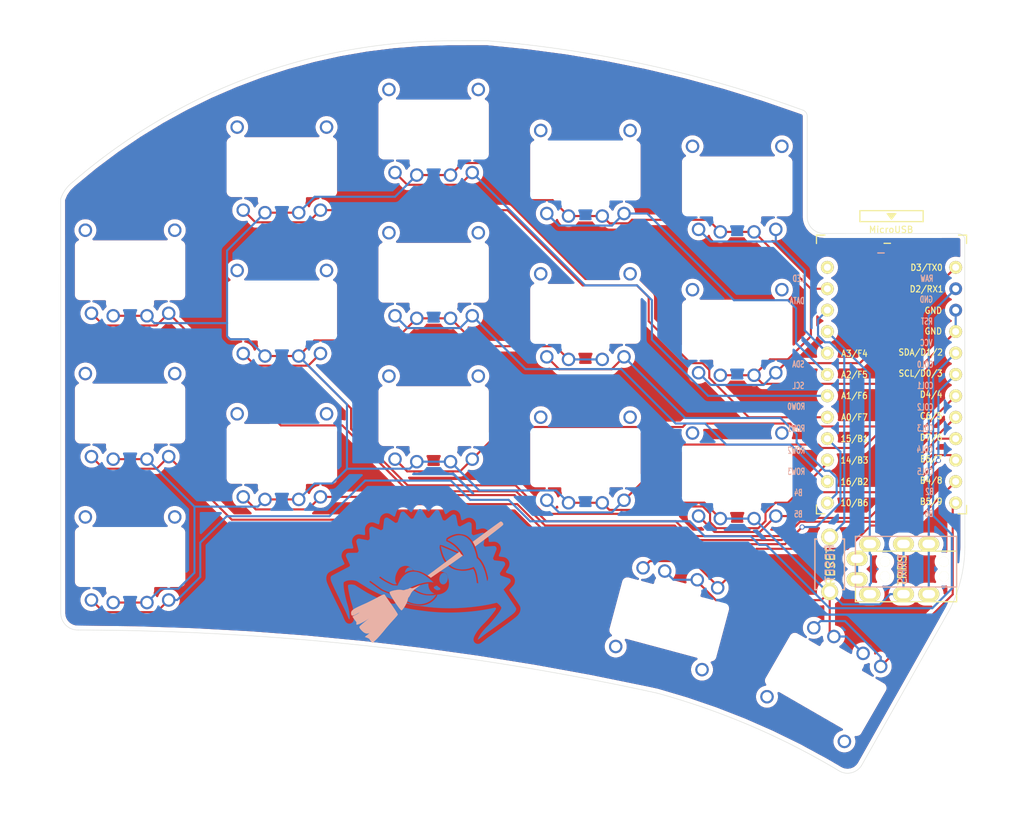
<source format=kicad_pcb>
(kicad_pcb (version 20171130) (host pcbnew "(5.1.4)-1")
  (title_block (title Ferris_Sweep_Compact) (date 2020-09-03) (rev 0.1) (company BroomLabs))
  (layers (0 F.Cu signal) (31 B.Cu signal) (34 B.Paste user) (35 F.Paste user) (36 B.SilkS user) (37 F.SilkS user hide) (38 B.Mask user) (39 F.Mask user) (44 Edge.Cuts user))
  (net 0 "")
  (net 1 row0)
  (net 2 row1)
  (net 3 row2)
  (net 4 row3)
  (net 5 GND)
  (net 6 VCC)
  (net 7 col0)
  (net 8 col1)
  (net 9 col2)
  (net 10 col3)
  (net 11 col4)
  (net 12 col5)
  (net 13 LED)
  (net 14 data)
  (net 15 reset)
  (net 16 SCL)
  (net 17 SDA)
  (net 18 "Net-(U1-Pad24)")
  (net 19 "Net-(J1-PadA)")
  (net 20 "Net-(U1-Pad14)")
  (net 21 "Net-(U1-Pad13)")
  (net 22 "Net-(U1-Pad12)")
  (net 23 "Net-(U1-Pad11)")
  (module Kailh:Kailh_PG1232 (layer B.Cu) (at 126.5 91.48 330)
    (fp_text reference SW21 hide)
    (fp_text value SW_PUSH hide)
    (pad "" np_thru_hole oval (at 0 -3.5 330) (size 4.7 1) (drill oval 4.7 1) (layers *.Cu *.Mask))
    (pad "" np_thru_hole oval (at -2.2 -3.5 240) (size 1.2 0.3) (drill oval 1.2 0.3) (layers *.Cu *.Mask))
    (pad "" np_thru_hole oval (at 2.2 -3.5 240) (size 1.2 0.3) (drill oval 1.2 0.3) (layers *.Cu *.Mask))
    (pad "" np_thru_hole oval (at 0 -3.95 330) (size 4.7 0.3) (drill oval 4.7 0.3) (layers *.Cu *.Mask))
    (pad "" np_thru_hole oval (at 5.36 0 330) (size 1 5.9) (drill oval 1 5.9) (layers *.Cu *.Mask))
    (pad "" np_thru_hole oval (at 4.59 0 330) (size 1 5.9) (drill oval 1 5.9) (layers *.Cu *.Mask))
    (pad "" np_thru_hole oval (at 4.2 0 330) (size 1 5.9) (drill oval 1 5.9) (layers *.Cu *.Mask))
    (pad "" np_thru_hole oval (at -4.2 0 330) (size 1 5.9) (drill oval 1 5.9) (layers *.Cu *.Mask))
    (pad "" np_thru_hole oval (at -4.59 0 330) (size 1 5.9) (drill oval 1 5.9) (layers *.Cu *.Mask))
    (pad "" np_thru_hole oval (at -5.9 0 240) (size 6.1 0.3) (drill oval 6.1 0.3) (layers *.Cu *.Mask))
    (pad "" np_thru_hole oval (at 5.9 0 240) (size 6.1 0.3) (drill oval 6.1 0.3) (layers *.Cu *.Mask))
    (pad "" np_thru_hole oval (at 0 -2.9 330) (size 12.1 0.3) (drill oval 12.1 0.3) (layers *.Cu *.Mask))
    (pad "" np_thru_hole oval (at 0 2.9 330) (size 12.1 0.3) (drill oval 12.1 0.3) (layers *.Cu *.Mask))
    (pad "" np_thru_hole oval (at -5.36 0 330) (size 1 5.9) (drill oval 1 5.9) (layers *.Cu *.Mask))
    (pad "" np_thru_hole oval (at 0 0 330) (size 11.85 5.9) (drill oval 11.85 5.9) (layers *.Cu *.Mask))
    (pad 1 thru_hole circle (at 4.58 -5.1 330) (size 1.6 1.6) (drill 1.1) (layers *.Cu *.Mask) (net 22 "Net-(U1-Pad12)") (clearance 0.2))
    (pad 2 thru_hole circle (at -2 -5.4 330) (size 1.6 1.6) (drill 1.1) (layers *.Cu *.Mask) (net 5 GND) (clearance 0.2))
    (pad 1 thru_hole circle (at -4.58 -5.1 330) (size 1.6 1.6) (drill 1.1) (layers *.Cu *.Mask) (net 22 "Net-(U1-Pad12)") (clearance 0.2))
    (pad 2 thru_hole circle (at 2 -5.4 330) (size 1.6 1.6) (drill 1.1) (layers *.Cu *.Mask) (net 5 GND) (clearance 0.2))
    (pad 3 thru_hole circle (at 5.3 4.75 330) (size 1.6 1.6) (drill 1.1) (layers *.Cu *.Mask) (clearance 0.2))
    (pad 4 thru_hole circle (at -5.3 4.75 330) (size 1.6 1.6) (drill 1.1) (layers *.Cu *.Mask) (clearance 0.2))
  )
  (module Kailh:Kailh_PG1232 (layer F.Cu) (at 80 42.67)
    (fp_text reference SW10 hide)
    (fp_text value SW_PUSH hide)
    (pad "" np_thru_hole oval (at 0 3.5) (size 4.7 1) (drill oval 4.7 1) (layers *.Cu *.Mask))
    (pad "" np_thru_hole oval (at -2.2 3.5 90) (size 1.2 0.3) (drill oval 1.2 0.3) (layers *.Cu *.Mask))
    (pad "" np_thru_hole oval (at 2.2 3.5 90) (size 1.2 0.3) (drill oval 1.2 0.3) (layers *.Cu *.Mask))
    (pad "" np_thru_hole oval (at 0 3.95) (size 4.7 0.3) (drill oval 4.7 0.3) (layers *.Cu *.Mask))
    (pad "" np_thru_hole oval (at 5.36 0) (size 1 5.9) (drill oval 1 5.9) (layers *.Cu *.Mask))
    (pad "" np_thru_hole oval (at 4.59 0) (size 1 5.9) (drill oval 1 5.9) (layers *.Cu *.Mask))
    (pad "" np_thru_hole oval (at 4.2 0) (size 1 5.9) (drill oval 1 5.9) (layers *.Cu *.Mask))
    (pad "" np_thru_hole oval (at -4.2 0) (size 1 5.9) (drill oval 1 5.9) (layers *.Cu *.Mask))
    (pad "" np_thru_hole oval (at -4.59 0) (size 1 5.9) (drill oval 1 5.9) (layers *.Cu *.Mask))
    (pad "" np_thru_hole oval (at -5.9 0 90) (size 6.1 0.3) (drill oval 6.1 0.3) (layers *.Cu *.Mask))
    (pad "" np_thru_hole oval (at 5.9 0 90) (size 6.1 0.3) (drill oval 6.1 0.3) (layers *.Cu *.Mask))
    (pad "" np_thru_hole oval (at 0 2.9) (size 12.1 0.3) (drill oval 12.1 0.3) (layers *.Cu *.Mask))
    (pad "" np_thru_hole oval (at 0 -2.9) (size 12.1 0.3) (drill oval 12.1 0.3) (layers *.Cu *.Mask))
    (pad "" np_thru_hole oval (at -5.36 0) (size 1 5.9) (drill oval 1 5.9) (layers *.Cu *.Mask))
    (pad "" np_thru_hole oval (at 0 0) (size 11.85 5.9) (drill oval 11.85 5.9) (layers *.Cu *.Mask))
    (pad 1 thru_hole circle (at 4.58 5.1) (size 1.6 1.6) (drill 1.1) (layers *.Cu *.Mask) (net 20 "Net-(U1-Pad14)") (clearance 0.2))
    (pad 2 thru_hole circle (at -2 5.4) (size 1.6 1.6) (drill 1.1) (layers *.Cu *.Mask) (net 5 GND) (clearance 0.2))
    (pad 1 thru_hole circle (at -4.58 5.1) (size 1.6 1.6) (drill 1.1) (layers *.Cu *.Mask) (net 20 "Net-(U1-Pad14)") (clearance 0.2))
    (pad 2 thru_hole circle (at 2 5.4) (size 1.6 1.6) (drill 1.1) (layers *.Cu *.Mask) (net 5 GND) (clearance 0.2))
    (pad 3 thru_hole circle (at 5.3 -4.75) (size 1.6 1.6) (drill 1.1) (layers *.Cu *.Mask) (clearance 0.2))
    (pad 4 thru_hole circle (at -5.3 -4.75) (size 1.6 1.6) (drill 1.1) (layers *.Cu *.Mask) (clearance 0.2))
  )
  (module Kailh:Kailh_PG1232 (layer F.Cu) (at 44 42.37)
    (fp_text reference SW2 hide)
    (fp_text value SW_PUSH hide)
    (pad "" np_thru_hole oval (at 0 3.5) (size 4.7 1) (drill oval 4.7 1) (layers *.Cu *.Mask))
    (pad "" np_thru_hole oval (at -2.2 3.5 90) (size 1.2 0.3) (drill oval 1.2 0.3) (layers *.Cu *.Mask))
    (pad "" np_thru_hole oval (at 2.2 3.5 90) (size 1.2 0.3) (drill oval 1.2 0.3) (layers *.Cu *.Mask))
    (pad "" np_thru_hole oval (at 0 3.95) (size 4.7 0.3) (drill oval 4.7 0.3) (layers *.Cu *.Mask))
    (pad "" np_thru_hole oval (at 5.36 0) (size 1 5.9) (drill oval 1 5.9) (layers *.Cu *.Mask))
    (pad "" np_thru_hole oval (at 4.59 0) (size 1 5.9) (drill oval 1 5.9) (layers *.Cu *.Mask))
    (pad "" np_thru_hole oval (at 4.2 0) (size 1 5.9) (drill oval 1 5.9) (layers *.Cu *.Mask))
    (pad "" np_thru_hole oval (at -4.2 0) (size 1 5.9) (drill oval 1 5.9) (layers *.Cu *.Mask))
    (pad "" np_thru_hole oval (at -4.59 0) (size 1 5.9) (drill oval 1 5.9) (layers *.Cu *.Mask))
    (pad "" np_thru_hole oval (at -5.9 0 90) (size 6.1 0.3) (drill oval 6.1 0.3) (layers *.Cu *.Mask))
    (pad "" np_thru_hole oval (at 5.9 0 90) (size 6.1 0.3) (drill oval 6.1 0.3) (layers *.Cu *.Mask))
    (pad "" np_thru_hole oval (at 0 2.9) (size 12.1 0.3) (drill oval 12.1 0.3) (layers *.Cu *.Mask))
    (pad "" np_thru_hole oval (at 0 -2.9) (size 12.1 0.3) (drill oval 12.1 0.3) (layers *.Cu *.Mask))
    (pad "" np_thru_hole oval (at -5.36 0) (size 1 5.9) (drill oval 1 5.9) (layers *.Cu *.Mask))
    (pad "" np_thru_hole oval (at 0 0) (size 11.85 5.9) (drill oval 11.85 5.9) (layers *.Cu *.Mask))
    (pad 1 thru_hole circle (at 4.58 5.1) (size 1.6 1.6) (drill 1.1) (layers *.Cu *.Mask) (net 4 row3) (clearance 0.2))
    (pad 2 thru_hole circle (at -2 5.4) (size 1.6 1.6) (drill 1.1) (layers *.Cu *.Mask) (net 5 GND) (clearance 0.2))
    (pad 1 thru_hole circle (at -4.58 5.1) (size 1.6 1.6) (drill 1.1) (layers *.Cu *.Mask) (net 4 row3) (clearance 0.2))
    (pad 2 thru_hole circle (at 2 5.4) (size 1.6 1.6) (drill 1.1) (layers *.Cu *.Mask) (net 5 GND) (clearance 0.2))
    (pad 3 thru_hole circle (at 5.3 -4.75) (size 1.6 1.6) (drill 1.1) (layers *.Cu *.Mask) (clearance 0.2))
    (pad 4 thru_hole circle (at -5.3 -4.75) (size 1.6 1.6) (drill 1.1) (layers *.Cu *.Mask) (clearance 0.2))
  )
  (module Kailh:Kailh_PG1232 (layer F.Cu) (at 62 30.14)
    (fp_text reference SW3 hide)
    (fp_text value SW_PUSH hide)
    (pad "" np_thru_hole oval (at 0 3.5) (size 4.7 1) (drill oval 4.7 1) (layers *.Cu *.Mask))
    (pad "" np_thru_hole oval (at -2.2 3.5 90) (size 1.2 0.3) (drill oval 1.2 0.3) (layers *.Cu *.Mask))
    (pad "" np_thru_hole oval (at 2.2 3.5 90) (size 1.2 0.3) (drill oval 1.2 0.3) (layers *.Cu *.Mask))
    (pad "" np_thru_hole oval (at 0 3.95) (size 4.7 0.3) (drill oval 4.7 0.3) (layers *.Cu *.Mask))
    (pad "" np_thru_hole oval (at 5.36 0) (size 1 5.9) (drill oval 1 5.9) (layers *.Cu *.Mask))
    (pad "" np_thru_hole oval (at 4.59 0) (size 1 5.9) (drill oval 1 5.9) (layers *.Cu *.Mask))
    (pad "" np_thru_hole oval (at 4.2 0) (size 1 5.9) (drill oval 1 5.9) (layers *.Cu *.Mask))
    (pad "" np_thru_hole oval (at -4.2 0) (size 1 5.9) (drill oval 1 5.9) (layers *.Cu *.Mask))
    (pad "" np_thru_hole oval (at -4.59 0) (size 1 5.9) (drill oval 1 5.9) (layers *.Cu *.Mask))
    (pad "" np_thru_hole oval (at -5.9 0 90) (size 6.1 0.3) (drill oval 6.1 0.3) (layers *.Cu *.Mask))
    (pad "" np_thru_hole oval (at 5.9 0 90) (size 6.1 0.3) (drill oval 6.1 0.3) (layers *.Cu *.Mask))
    (pad "" np_thru_hole oval (at 0 2.9) (size 12.1 0.3) (drill oval 12.1 0.3) (layers *.Cu *.Mask))
    (pad "" np_thru_hole oval (at 0 -2.9) (size 12.1 0.3) (drill oval 12.1 0.3) (layers *.Cu *.Mask))
    (pad "" np_thru_hole oval (at -5.36 0) (size 1 5.9) (drill oval 1 5.9) (layers *.Cu *.Mask))
    (pad "" np_thru_hole oval (at 0 0) (size 11.85 5.9) (drill oval 11.85 5.9) (layers *.Cu *.Mask))
    (pad 1 thru_hole circle (at 4.58 5.1) (size 1.6 1.6) (drill 1.1) (layers *.Cu *.Mask) (net 10 col3) (clearance 0.2))
    (pad 2 thru_hole circle (at -2 5.4) (size 1.6 1.6) (drill 1.1) (layers *.Cu *.Mask) (net 5 GND) (clearance 0.2))
    (pad 1 thru_hole circle (at -4.58 5.1) (size 1.6 1.6) (drill 1.1) (layers *.Cu *.Mask) (net 10 col3) (clearance 0.2))
    (pad 2 thru_hole circle (at 2 5.4) (size 1.6 1.6) (drill 1.1) (layers *.Cu *.Mask) (net 5 GND) (clearance 0.2))
    (pad 3 thru_hole circle (at 5.3 -4.75) (size 1.6 1.6) (drill 1.1) (layers *.Cu *.Mask) (clearance 0.2))
    (pad 4 thru_hole circle (at -5.3 -4.75) (size 1.6 1.6) (drill 1.1) (layers *.Cu *.Mask) (clearance 0.2))
  )
  (module Kailh:Kailh_PG1232 (layer F.Cu) (at 80 25.68)
    (fp_text reference SW4 hide)
    (fp_text value SW_PUSH hide)
    (pad "" np_thru_hole oval (at 0 3.5) (size 4.7 1) (drill oval 4.7 1) (layers *.Cu *.Mask))
    (pad "" np_thru_hole oval (at -2.2 3.5 90) (size 1.2 0.3) (drill oval 1.2 0.3) (layers *.Cu *.Mask))
    (pad "" np_thru_hole oval (at 2.2 3.5 90) (size 1.2 0.3) (drill oval 1.2 0.3) (layers *.Cu *.Mask))
    (pad "" np_thru_hole oval (at 0 3.95) (size 4.7 0.3) (drill oval 4.7 0.3) (layers *.Cu *.Mask))
    (pad "" np_thru_hole oval (at 5.36 0) (size 1 5.9) (drill oval 1 5.9) (layers *.Cu *.Mask))
    (pad "" np_thru_hole oval (at 4.59 0) (size 1 5.9) (drill oval 1 5.9) (layers *.Cu *.Mask))
    (pad "" np_thru_hole oval (at 4.2 0) (size 1 5.9) (drill oval 1 5.9) (layers *.Cu *.Mask))
    (pad "" np_thru_hole oval (at -4.2 0) (size 1 5.9) (drill oval 1 5.9) (layers *.Cu *.Mask))
    (pad "" np_thru_hole oval (at -4.59 0) (size 1 5.9) (drill oval 1 5.9) (layers *.Cu *.Mask))
    (pad "" np_thru_hole oval (at -5.9 0 90) (size 6.1 0.3) (drill oval 6.1 0.3) (layers *.Cu *.Mask))
    (pad "" np_thru_hole oval (at 5.9 0 90) (size 6.1 0.3) (drill oval 6.1 0.3) (layers *.Cu *.Mask))
    (pad "" np_thru_hole oval (at 0 2.9) (size 12.1 0.3) (drill oval 12.1 0.3) (layers *.Cu *.Mask))
    (pad "" np_thru_hole oval (at 0 -2.9) (size 12.1 0.3) (drill oval 12.1 0.3) (layers *.Cu *.Mask))
    (pad "" np_thru_hole oval (at -5.36 0) (size 1 5.9) (drill oval 1 5.9) (layers *.Cu *.Mask))
    (pad "" np_thru_hole oval (at 0 0) (size 11.85 5.9) (drill oval 11.85 5.9) (layers *.Cu *.Mask))
    (pad 1 thru_hole circle (at 4.58 5.1) (size 1.6 1.6) (drill 1.1) (layers *.Cu *.Mask) (net 9 col2) (clearance 0.2))
    (pad 2 thru_hole circle (at -2 5.4) (size 1.6 1.6) (drill 1.1) (layers *.Cu *.Mask) (net 5 GND) (clearance 0.2))
    (pad 1 thru_hole circle (at -4.58 5.1) (size 1.6 1.6) (drill 1.1) (layers *.Cu *.Mask) (net 9 col2) (clearance 0.2))
    (pad 2 thru_hole circle (at 2 5.4) (size 1.6 1.6) (drill 1.1) (layers *.Cu *.Mask) (net 5 GND) (clearance 0.2))
    (pad 3 thru_hole circle (at 5.3 -4.75) (size 1.6 1.6) (drill 1.1) (layers *.Cu *.Mask) (clearance 0.2))
    (pad 4 thru_hole circle (at -5.3 -4.75) (size 1.6 1.6) (drill 1.1) (layers *.Cu *.Mask) (clearance 0.2))
  )
  (module Kailh:Kailh_PG1232 (layer F.Cu) (at 98 30.54)
    (fp_text reference SW5 hide)
    (fp_text value SW_PUSH hide)
    (pad "" np_thru_hole oval (at 0 3.5) (size 4.7 1) (drill oval 4.7 1) (layers *.Cu *.Mask))
    (pad "" np_thru_hole oval (at -2.2 3.5 90) (size 1.2 0.3) (drill oval 1.2 0.3) (layers *.Cu *.Mask))
    (pad "" np_thru_hole oval (at 2.2 3.5 90) (size 1.2 0.3) (drill oval 1.2 0.3) (layers *.Cu *.Mask))
    (pad "" np_thru_hole oval (at 0 3.95) (size 4.7 0.3) (drill oval 4.7 0.3) (layers *.Cu *.Mask))
    (pad "" np_thru_hole oval (at 5.36 0) (size 1 5.9) (drill oval 1 5.9) (layers *.Cu *.Mask))
    (pad "" np_thru_hole oval (at 4.59 0) (size 1 5.9) (drill oval 1 5.9) (layers *.Cu *.Mask))
    (pad "" np_thru_hole oval (at 4.2 0) (size 1 5.9) (drill oval 1 5.9) (layers *.Cu *.Mask))
    (pad "" np_thru_hole oval (at -4.2 0) (size 1 5.9) (drill oval 1 5.9) (layers *.Cu *.Mask))
    (pad "" np_thru_hole oval (at -4.59 0) (size 1 5.9) (drill oval 1 5.9) (layers *.Cu *.Mask))
    (pad "" np_thru_hole oval (at -5.9 0 90) (size 6.1 0.3) (drill oval 6.1 0.3) (layers *.Cu *.Mask))
    (pad "" np_thru_hole oval (at 5.9 0 90) (size 6.1 0.3) (drill oval 6.1 0.3) (layers *.Cu *.Mask))
    (pad "" np_thru_hole oval (at 0 2.9) (size 12.1 0.3) (drill oval 12.1 0.3) (layers *.Cu *.Mask))
    (pad "" np_thru_hole oval (at 0 -2.9) (size 12.1 0.3) (drill oval 12.1 0.3) (layers *.Cu *.Mask))
    (pad "" np_thru_hole oval (at -5.36 0) (size 1 5.9) (drill oval 1 5.9) (layers *.Cu *.Mask))
    (pad "" np_thru_hole oval (at 0 0) (size 11.85 5.9) (drill oval 11.85 5.9) (layers *.Cu *.Mask))
    (pad 1 thru_hole circle (at 4.58 5.1) (size 1.6 1.6) (drill 1.1) (layers *.Cu *.Mask) (net 8 col1) (clearance 0.2))
    (pad 2 thru_hole circle (at -2 5.4) (size 1.6 1.6) (drill 1.1) (layers *.Cu *.Mask) (net 5 GND) (clearance 0.2))
    (pad 1 thru_hole circle (at -4.58 5.1) (size 1.6 1.6) (drill 1.1) (layers *.Cu *.Mask) (net 8 col1) (clearance 0.2))
    (pad 2 thru_hole circle (at 2 5.4) (size 1.6 1.6) (drill 1.1) (layers *.Cu *.Mask) (net 5 GND) (clearance 0.2))
    (pad 3 thru_hole circle (at 5.3 -4.75) (size 1.6 1.6) (drill 1.1) (layers *.Cu *.Mask) (clearance 0.2))
    (pad 4 thru_hole circle (at -5.3 -4.75) (size 1.6 1.6) (drill 1.1) (layers *.Cu *.Mask) (clearance 0.2))
  )
  (module Kailh:Kailh_PG1232 (layer F.Cu) (at 116 32.42)
    (fp_text reference SW6 hide)
    (fp_text value SW_PUSH hide)
    (pad "" np_thru_hole oval (at 0 3.5) (size 4.7 1) (drill oval 4.7 1) (layers *.Cu *.Mask))
    (pad "" np_thru_hole oval (at -2.2 3.5 90) (size 1.2 0.3) (drill oval 1.2 0.3) (layers *.Cu *.Mask))
    (pad "" np_thru_hole oval (at 2.2 3.5 90) (size 1.2 0.3) (drill oval 1.2 0.3) (layers *.Cu *.Mask))
    (pad "" np_thru_hole oval (at 0 3.95) (size 4.7 0.3) (drill oval 4.7 0.3) (layers *.Cu *.Mask))
    (pad "" np_thru_hole oval (at 5.36 0) (size 1 5.9) (drill oval 1 5.9) (layers *.Cu *.Mask))
    (pad "" np_thru_hole oval (at 4.59 0) (size 1 5.9) (drill oval 1 5.9) (layers *.Cu *.Mask))
    (pad "" np_thru_hole oval (at 4.2 0) (size 1 5.9) (drill oval 1 5.9) (layers *.Cu *.Mask))
    (pad "" np_thru_hole oval (at -4.2 0) (size 1 5.9) (drill oval 1 5.9) (layers *.Cu *.Mask))
    (pad "" np_thru_hole oval (at -4.59 0) (size 1 5.9) (drill oval 1 5.9) (layers *.Cu *.Mask))
    (pad "" np_thru_hole oval (at -5.9 0 90) (size 6.1 0.3) (drill oval 6.1 0.3) (layers *.Cu *.Mask))
    (pad "" np_thru_hole oval (at 5.9 0 90) (size 6.1 0.3) (drill oval 6.1 0.3) (layers *.Cu *.Mask))
    (pad "" np_thru_hole oval (at 0 2.9) (size 12.1 0.3) (drill oval 12.1 0.3) (layers *.Cu *.Mask))
    (pad "" np_thru_hole oval (at 0 -2.9) (size 12.1 0.3) (drill oval 12.1 0.3) (layers *.Cu *.Mask))
    (pad "" np_thru_hole oval (at -5.36 0) (size 1 5.9) (drill oval 1 5.9) (layers *.Cu *.Mask))
    (pad "" np_thru_hole oval (at 0 0) (size 11.85 5.9) (drill oval 11.85 5.9) (layers *.Cu *.Mask))
    (pad 1 thru_hole circle (at 4.58 5.1) (size 1.6 1.6) (drill 1.1) (layers *.Cu *.Mask) (net 7 col0) (clearance 0.2))
    (pad 2 thru_hole circle (at -2 5.4) (size 1.6 1.6) (drill 1.1) (layers *.Cu *.Mask) (net 5 GND) (clearance 0.2))
    (pad 1 thru_hole circle (at -4.58 5.1) (size 1.6 1.6) (drill 1.1) (layers *.Cu *.Mask) (net 7 col0) (clearance 0.2))
    (pad 2 thru_hole circle (at 2 5.4) (size 1.6 1.6) (drill 1.1) (layers *.Cu *.Mask) (net 5 GND) (clearance 0.2))
    (pad 3 thru_hole circle (at 5.3 -4.75) (size 1.6 1.6) (drill 1.1) (layers *.Cu *.Mask) (clearance 0.2))
    (pad 4 thru_hole circle (at -5.3 -4.75) (size 1.6 1.6) (drill 1.1) (layers *.Cu *.Mask) (clearance 0.2))
  )
  (module Kailh:Kailh_PG1232 (layer F.Cu) (at 44 59.37)
    (fp_text reference SW8 hide)
    (fp_text value SW_PUSH hide)
    (pad "" np_thru_hole oval (at 0 3.5) (size 4.7 1) (drill oval 4.7 1) (layers *.Cu *.Mask))
    (pad "" np_thru_hole oval (at -2.2 3.5 90) (size 1.2 0.3) (drill oval 1.2 0.3) (layers *.Cu *.Mask))
    (pad "" np_thru_hole oval (at 2.2 3.5 90) (size 1.2 0.3) (drill oval 1.2 0.3) (layers *.Cu *.Mask))
    (pad "" np_thru_hole oval (at 0 3.95) (size 4.7 0.3) (drill oval 4.7 0.3) (layers *.Cu *.Mask))
    (pad "" np_thru_hole oval (at 5.36 0) (size 1 5.9) (drill oval 1 5.9) (layers *.Cu *.Mask))
    (pad "" np_thru_hole oval (at 4.59 0) (size 1 5.9) (drill oval 1 5.9) (layers *.Cu *.Mask))
    (pad "" np_thru_hole oval (at 4.2 0) (size 1 5.9) (drill oval 1 5.9) (layers *.Cu *.Mask))
    (pad "" np_thru_hole oval (at -4.2 0) (size 1 5.9) (drill oval 1 5.9) (layers *.Cu *.Mask))
    (pad "" np_thru_hole oval (at -4.59 0) (size 1 5.9) (drill oval 1 5.9) (layers *.Cu *.Mask))
    (pad "" np_thru_hole oval (at -5.9 0 90) (size 6.1 0.3) (drill oval 6.1 0.3) (layers *.Cu *.Mask))
    (pad "" np_thru_hole oval (at 5.9 0 90) (size 6.1 0.3) (drill oval 6.1 0.3) (layers *.Cu *.Mask))
    (pad "" np_thru_hole oval (at 0 2.9) (size 12.1 0.3) (drill oval 12.1 0.3) (layers *.Cu *.Mask))
    (pad "" np_thru_hole oval (at 0 -2.9) (size 12.1 0.3) (drill oval 12.1 0.3) (layers *.Cu *.Mask))
    (pad "" np_thru_hole oval (at -5.36 0) (size 1 5.9) (drill oval 1 5.9) (layers *.Cu *.Mask))
    (pad "" np_thru_hole oval (at 0 0) (size 11.85 5.9) (drill oval 11.85 5.9) (layers *.Cu *.Mask))
    (pad 1 thru_hole circle (at 4.58 5.1) (size 1.6 1.6) (drill 1.1) (layers *.Cu *.Mask) (net 11 col4) (clearance 0.2))
    (pad 2 thru_hole circle (at -2 5.4) (size 1.6 1.6) (drill 1.1) (layers *.Cu *.Mask) (net 5 GND) (clearance 0.2))
    (pad 1 thru_hole circle (at -4.58 5.1) (size 1.6 1.6) (drill 1.1) (layers *.Cu *.Mask) (net 11 col4) (clearance 0.2))
    (pad 2 thru_hole circle (at 2 5.4) (size 1.6 1.6) (drill 1.1) (layers *.Cu *.Mask) (net 5 GND) (clearance 0.2))
    (pad 3 thru_hole circle (at 5.3 -4.75) (size 1.6 1.6) (drill 1.1) (layers *.Cu *.Mask) (clearance 0.2))
    (pad 4 thru_hole circle (at -5.3 -4.75) (size 1.6 1.6) (drill 1.1) (layers *.Cu *.Mask) (clearance 0.2))
  )
  (module Kailh:Kailh_PG1232 (layer F.Cu) (at 62 47.14)
    (fp_text reference SW9 hide)
    (fp_text value SW_PUSH hide)
    (pad "" np_thru_hole oval (at 0 3.5) (size 4.7 1) (drill oval 4.7 1) (layers *.Cu *.Mask))
    (pad "" np_thru_hole oval (at -2.2 3.5 90) (size 1.2 0.3) (drill oval 1.2 0.3) (layers *.Cu *.Mask))
    (pad "" np_thru_hole oval (at 2.2 3.5 90) (size 1.2 0.3) (drill oval 1.2 0.3) (layers *.Cu *.Mask))
    (pad "" np_thru_hole oval (at 0 3.95) (size 4.7 0.3) (drill oval 4.7 0.3) (layers *.Cu *.Mask))
    (pad "" np_thru_hole oval (at 5.36 0) (size 1 5.9) (drill oval 1 5.9) (layers *.Cu *.Mask))
    (pad "" np_thru_hole oval (at 4.59 0) (size 1 5.9) (drill oval 1 5.9) (layers *.Cu *.Mask))
    (pad "" np_thru_hole oval (at 4.2 0) (size 1 5.9) (drill oval 1 5.9) (layers *.Cu *.Mask))
    (pad "" np_thru_hole oval (at -4.2 0) (size 1 5.9) (drill oval 1 5.9) (layers *.Cu *.Mask))
    (pad "" np_thru_hole oval (at -4.59 0) (size 1 5.9) (drill oval 1 5.9) (layers *.Cu *.Mask))
    (pad "" np_thru_hole oval (at -5.9 0 90) (size 6.1 0.3) (drill oval 6.1 0.3) (layers *.Cu *.Mask))
    (pad "" np_thru_hole oval (at 5.9 0 90) (size 6.1 0.3) (drill oval 6.1 0.3) (layers *.Cu *.Mask))
    (pad "" np_thru_hole oval (at 0 2.9) (size 12.1 0.3) (drill oval 12.1 0.3) (layers *.Cu *.Mask))
    (pad "" np_thru_hole oval (at 0 -2.9) (size 12.1 0.3) (drill oval 12.1 0.3) (layers *.Cu *.Mask))
    (pad "" np_thru_hole oval (at -5.36 0) (size 1 5.9) (drill oval 1 5.9) (layers *.Cu *.Mask))
    (pad "" np_thru_hole oval (at 0 0) (size 11.85 5.9) (drill oval 11.85 5.9) (layers *.Cu *.Mask))
    (pad 1 thru_hole circle (at 4.58 5.1) (size 1.6 1.6) (drill 1.1) (layers *.Cu *.Mask) (net 12 col5) (clearance 0.2))
    (pad 2 thru_hole circle (at -2 5.4) (size 1.6 1.6) (drill 1.1) (layers *.Cu *.Mask) (net 5 GND) (clearance 0.2))
    (pad 1 thru_hole circle (at -4.58 5.1) (size 1.6 1.6) (drill 1.1) (layers *.Cu *.Mask) (net 12 col5) (clearance 0.2))
    (pad 2 thru_hole circle (at 2 5.4) (size 1.6 1.6) (drill 1.1) (layers *.Cu *.Mask) (net 5 GND) (clearance 0.2))
    (pad 3 thru_hole circle (at 5.3 -4.75) (size 1.6 1.6) (drill 1.1) (layers *.Cu *.Mask) (clearance 0.2))
    (pad 4 thru_hole circle (at -5.3 -4.75) (size 1.6 1.6) (drill 1.1) (layers *.Cu *.Mask) (clearance 0.2))
  )
  (module Kailh:Kailh_PG1232 (layer F.Cu) (at 98 47.54)
    (fp_text reference SW11 hide)
    (fp_text value SW_PUSH hide)
    (pad "" np_thru_hole oval (at 0 3.5) (size 4.7 1) (drill oval 4.7 1) (layers *.Cu *.Mask))
    (pad "" np_thru_hole oval (at -2.2 3.5 90) (size 1.2 0.3) (drill oval 1.2 0.3) (layers *.Cu *.Mask))
    (pad "" np_thru_hole oval (at 2.2 3.5 90) (size 1.2 0.3) (drill oval 1.2 0.3) (layers *.Cu *.Mask))
    (pad "" np_thru_hole oval (at 0 3.95) (size 4.7 0.3) (drill oval 4.7 0.3) (layers *.Cu *.Mask))
    (pad "" np_thru_hole oval (at 5.36 0) (size 1 5.9) (drill oval 1 5.9) (layers *.Cu *.Mask))
    (pad "" np_thru_hole oval (at 4.59 0) (size 1 5.9) (drill oval 1 5.9) (layers *.Cu *.Mask))
    (pad "" np_thru_hole oval (at 4.2 0) (size 1 5.9) (drill oval 1 5.9) (layers *.Cu *.Mask))
    (pad "" np_thru_hole oval (at -4.2 0) (size 1 5.9) (drill oval 1 5.9) (layers *.Cu *.Mask))
    (pad "" np_thru_hole oval (at -4.59 0) (size 1 5.9) (drill oval 1 5.9) (layers *.Cu *.Mask))
    (pad "" np_thru_hole oval (at -5.9 0 90) (size 6.1 0.3) (drill oval 6.1 0.3) (layers *.Cu *.Mask))
    (pad "" np_thru_hole oval (at 5.9 0 90) (size 6.1 0.3) (drill oval 6.1 0.3) (layers *.Cu *.Mask))
    (pad "" np_thru_hole oval (at 0 2.9) (size 12.1 0.3) (drill oval 12.1 0.3) (layers *.Cu *.Mask))
    (pad "" np_thru_hole oval (at 0 -2.9) (size 12.1 0.3) (drill oval 12.1 0.3) (layers *.Cu *.Mask))
    (pad "" np_thru_hole oval (at -5.36 0) (size 1 5.9) (drill oval 1 5.9) (layers *.Cu *.Mask))
    (pad "" np_thru_hole oval (at 0 0) (size 11.85 5.9) (drill oval 11.85 5.9) (layers *.Cu *.Mask))
    (pad 1 thru_hole circle (at 4.58 5.1) (size 1.6 1.6) (drill 1.1) (layers *.Cu *.Mask) (net 21 "Net-(U1-Pad13)") (clearance 0.2))
    (pad 2 thru_hole circle (at -2 5.4) (size 1.6 1.6) (drill 1.1) (layers *.Cu *.Mask) (net 5 GND) (clearance 0.2))
    (pad 1 thru_hole circle (at -4.58 5.1) (size 1.6 1.6) (drill 1.1) (layers *.Cu *.Mask) (net 21 "Net-(U1-Pad13)") (clearance 0.2))
    (pad 2 thru_hole circle (at 2 5.4) (size 1.6 1.6) (drill 1.1) (layers *.Cu *.Mask) (net 5 GND) (clearance 0.2))
    (pad 3 thru_hole circle (at 5.3 -4.75) (size 1.6 1.6) (drill 1.1) (layers *.Cu *.Mask) (clearance 0.2))
    (pad 4 thru_hole circle (at -5.3 -4.75) (size 1.6 1.6) (drill 1.1) (layers *.Cu *.Mask) (clearance 0.2))
  )
  (module Kailh:Kailh_PG1232 (layer F.Cu) (at 116 49.42)
    (fp_text reference SW12 hide)
    (fp_text value SW_PUSH hide)
    (pad "" np_thru_hole oval (at 0 3.5) (size 4.7 1) (drill oval 4.7 1) (layers *.Cu *.Mask))
    (pad "" np_thru_hole oval (at -2.2 3.5 90) (size 1.2 0.3) (drill oval 1.2 0.3) (layers *.Cu *.Mask))
    (pad "" np_thru_hole oval (at 2.2 3.5 90) (size 1.2 0.3) (drill oval 1.2 0.3) (layers *.Cu *.Mask))
    (pad "" np_thru_hole oval (at 0 3.95) (size 4.7 0.3) (drill oval 4.7 0.3) (layers *.Cu *.Mask))
    (pad "" np_thru_hole oval (at 5.36 0) (size 1 5.9) (drill oval 1 5.9) (layers *.Cu *.Mask))
    (pad "" np_thru_hole oval (at 4.59 0) (size 1 5.9) (drill oval 1 5.9) (layers *.Cu *.Mask))
    (pad "" np_thru_hole oval (at 4.2 0) (size 1 5.9) (drill oval 1 5.9) (layers *.Cu *.Mask))
    (pad "" np_thru_hole oval (at -4.2 0) (size 1 5.9) (drill oval 1 5.9) (layers *.Cu *.Mask))
    (pad "" np_thru_hole oval (at -4.59 0) (size 1 5.9) (drill oval 1 5.9) (layers *.Cu *.Mask))
    (pad "" np_thru_hole oval (at -5.9 0 90) (size 6.1 0.3) (drill oval 6.1 0.3) (layers *.Cu *.Mask))
    (pad "" np_thru_hole oval (at 5.9 0 90) (size 6.1 0.3) (drill oval 6.1 0.3) (layers *.Cu *.Mask))
    (pad "" np_thru_hole oval (at 0 2.9) (size 12.1 0.3) (drill oval 12.1 0.3) (layers *.Cu *.Mask))
    (pad "" np_thru_hole oval (at 0 -2.9) (size 12.1 0.3) (drill oval 12.1 0.3) (layers *.Cu *.Mask))
    (pad "" np_thru_hole oval (at -5.36 0) (size 1 5.9) (drill oval 1 5.9) (layers *.Cu *.Mask))
    (pad "" np_thru_hole oval (at 0 0) (size 11.85 5.9) (drill oval 11.85 5.9) (layers *.Cu *.Mask))
    (pad 1 thru_hole circle (at 4.58 5.1) (size 1.6 1.6) (drill 1.1) (layers *.Cu *.Mask) (net 13 LED) (clearance 0.2))
    (pad 2 thru_hole circle (at -2 5.4) (size 1.6 1.6) (drill 1.1) (layers *.Cu *.Mask) (net 5 GND) (clearance 0.2))
    (pad 1 thru_hole circle (at -4.58 5.1) (size 1.6 1.6) (drill 1.1) (layers *.Cu *.Mask) (net 13 LED) (clearance 0.2))
    (pad 2 thru_hole circle (at 2 5.4) (size 1.6 1.6) (drill 1.1) (layers *.Cu *.Mask) (net 5 GND) (clearance 0.2))
    (pad 3 thru_hole circle (at 5.3 -4.75) (size 1.6 1.6) (drill 1.1) (layers *.Cu *.Mask) (clearance 0.2))
    (pad 4 thru_hole circle (at -5.3 -4.75) (size 1.6 1.6) (drill 1.1) (layers *.Cu *.Mask) (clearance 0.2))
  )
  (module Kailh:Kailh_PG1232 (layer F.Cu) (at 62 64.145)
    (fp_text reference SW15 hide)
    (fp_text value SW_PUSH hide)
    (pad "" np_thru_hole oval (at 0 3.5) (size 4.7 1) (drill oval 4.7 1) (layers *.Cu *.Mask))
    (pad "" np_thru_hole oval (at -2.2 3.5 90) (size 1.2 0.3) (drill oval 1.2 0.3) (layers *.Cu *.Mask))
    (pad "" np_thru_hole oval (at 2.2 3.5 90) (size 1.2 0.3) (drill oval 1.2 0.3) (layers *.Cu *.Mask))
    (pad "" np_thru_hole oval (at 0 3.95) (size 4.7 0.3) (drill oval 4.7 0.3) (layers *.Cu *.Mask))
    (pad "" np_thru_hole oval (at 5.36 0) (size 1 5.9) (drill oval 1 5.9) (layers *.Cu *.Mask))
    (pad "" np_thru_hole oval (at 4.59 0) (size 1 5.9) (drill oval 1 5.9) (layers *.Cu *.Mask))
    (pad "" np_thru_hole oval (at 4.2 0) (size 1 5.9) (drill oval 1 5.9) (layers *.Cu *.Mask))
    (pad "" np_thru_hole oval (at -4.2 0) (size 1 5.9) (drill oval 1 5.9) (layers *.Cu *.Mask))
    (pad "" np_thru_hole oval (at -4.59 0) (size 1 5.9) (drill oval 1 5.9) (layers *.Cu *.Mask))
    (pad "" np_thru_hole oval (at -5.9 0 90) (size 6.1 0.3) (drill oval 6.1 0.3) (layers *.Cu *.Mask))
    (pad "" np_thru_hole oval (at 5.9 0 90) (size 6.1 0.3) (drill oval 6.1 0.3) (layers *.Cu *.Mask))
    (pad "" np_thru_hole oval (at 0 2.9) (size 12.1 0.3) (drill oval 12.1 0.3) (layers *.Cu *.Mask))
    (pad "" np_thru_hole oval (at 0 -2.9) (size 12.1 0.3) (drill oval 12.1 0.3) (layers *.Cu *.Mask))
    (pad "" np_thru_hole oval (at -5.36 0) (size 1 5.9) (drill oval 1 5.9) (layers *.Cu *.Mask))
    (pad "" np_thru_hole oval (at 0 0) (size 11.85 5.9) (drill oval 11.85 5.9) (layers *.Cu *.Mask))
    (pad 1 thru_hole circle (at 4.58 5.1) (size 1.6 1.6) (drill 1.1) (layers *.Cu *.Mask) (net 16 SCL) (clearance 0.2))
    (pad 2 thru_hole circle (at -2 5.4) (size 1.6 1.6) (drill 1.1) (layers *.Cu *.Mask) (net 5 GND) (clearance 0.2))
    (pad 1 thru_hole circle (at -4.58 5.1) (size 1.6 1.6) (drill 1.1) (layers *.Cu *.Mask) (net 16 SCL) (clearance 0.2))
    (pad 2 thru_hole circle (at 2 5.4) (size 1.6 1.6) (drill 1.1) (layers *.Cu *.Mask) (net 5 GND) (clearance 0.2))
    (pad 3 thru_hole circle (at 5.3 -4.75) (size 1.6 1.6) (drill 1.1) (layers *.Cu *.Mask) (clearance 0.2))
    (pad 4 thru_hole circle (at -5.3 -4.75) (size 1.6 1.6) (drill 1.1) (layers *.Cu *.Mask) (clearance 0.2))
  )
  (module Kailh:Kailh_PG1232 (layer F.Cu) (at 80 59.67)
    (fp_text reference SW16 hide)
    (fp_text value SW_PUSH hide)
    (pad "" np_thru_hole oval (at 0 3.5) (size 4.7 1) (drill oval 4.7 1) (layers *.Cu *.Mask))
    (pad "" np_thru_hole oval (at -2.2 3.5 90) (size 1.2 0.3) (drill oval 1.2 0.3) (layers *.Cu *.Mask))
    (pad "" np_thru_hole oval (at 2.2 3.5 90) (size 1.2 0.3) (drill oval 1.2 0.3) (layers *.Cu *.Mask))
    (pad "" np_thru_hole oval (at 0 3.95) (size 4.7 0.3) (drill oval 4.7 0.3) (layers *.Cu *.Mask))
    (pad "" np_thru_hole oval (at 5.36 0) (size 1 5.9) (drill oval 1 5.9) (layers *.Cu *.Mask))
    (pad "" np_thru_hole oval (at 4.59 0) (size 1 5.9) (drill oval 1 5.9) (layers *.Cu *.Mask))
    (pad "" np_thru_hole oval (at 4.2 0) (size 1 5.9) (drill oval 1 5.9) (layers *.Cu *.Mask))
    (pad "" np_thru_hole oval (at -4.2 0) (size 1 5.9) (drill oval 1 5.9) (layers *.Cu *.Mask))
    (pad "" np_thru_hole oval (at -4.59 0) (size 1 5.9) (drill oval 1 5.9) (layers *.Cu *.Mask))
    (pad "" np_thru_hole oval (at -5.9 0 90) (size 6.1 0.3) (drill oval 6.1 0.3) (layers *.Cu *.Mask))
    (pad "" np_thru_hole oval (at 5.9 0 90) (size 6.1 0.3) (drill oval 6.1 0.3) (layers *.Cu *.Mask))
    (pad "" np_thru_hole oval (at 0 2.9) (size 12.1 0.3) (drill oval 12.1 0.3) (layers *.Cu *.Mask))
    (pad "" np_thru_hole oval (at 0 -2.9) (size 12.1 0.3) (drill oval 12.1 0.3) (layers *.Cu *.Mask))
    (pad "" np_thru_hole oval (at -5.36 0) (size 1 5.9) (drill oval 1 5.9) (layers *.Cu *.Mask))
    (pad "" np_thru_hole oval (at 0 0) (size 11.85 5.9) (drill oval 11.85 5.9) (layers *.Cu *.Mask))
    (pad 1 thru_hole circle (at 4.58 5.1) (size 1.6 1.6) (drill 1.1) (layers *.Cu *.Mask) (net 1 row0) (clearance 0.2))
    (pad 2 thru_hole circle (at -2 5.4) (size 1.6 1.6) (drill 1.1) (layers *.Cu *.Mask) (net 5 GND) (clearance 0.2))
    (pad 1 thru_hole circle (at -4.58 5.1) (size 1.6 1.6) (drill 1.1) (layers *.Cu *.Mask) (net 1 row0) (clearance 0.2))
    (pad 2 thru_hole circle (at 2 5.4) (size 1.6 1.6) (drill 1.1) (layers *.Cu *.Mask) (net 5 GND) (clearance 0.2))
    (pad 3 thru_hole circle (at 5.3 -4.75) (size 1.6 1.6) (drill 1.1) (layers *.Cu *.Mask) (clearance 0.2))
    (pad 4 thru_hole circle (at -5.3 -4.75) (size 1.6 1.6) (drill 1.1) (layers *.Cu *.Mask) (clearance 0.2))
  )
  (module Kailh:Kailh_PG1232 (layer F.Cu) (at 98 64.545)
    (fp_text reference SW17 hide)
    (fp_text value SW_PUSH hide)
    (pad "" np_thru_hole oval (at 0 3.5) (size 4.7 1) (drill oval 4.7 1) (layers *.Cu *.Mask))
    (pad "" np_thru_hole oval (at -2.2 3.5 90) (size 1.2 0.3) (drill oval 1.2 0.3) (layers *.Cu *.Mask))
    (pad "" np_thru_hole oval (at 2.2 3.5 90) (size 1.2 0.3) (drill oval 1.2 0.3) (layers *.Cu *.Mask))
    (pad "" np_thru_hole oval (at 0 3.95) (size 4.7 0.3) (drill oval 4.7 0.3) (layers *.Cu *.Mask))
    (pad "" np_thru_hole oval (at 5.36 0) (size 1 5.9) (drill oval 1 5.9) (layers *.Cu *.Mask))
    (pad "" np_thru_hole oval (at 4.59 0) (size 1 5.9) (drill oval 1 5.9) (layers *.Cu *.Mask))
    (pad "" np_thru_hole oval (at 4.2 0) (size 1 5.9) (drill oval 1 5.9) (layers *.Cu *.Mask))
    (pad "" np_thru_hole oval (at -4.2 0) (size 1 5.9) (drill oval 1 5.9) (layers *.Cu *.Mask))
    (pad "" np_thru_hole oval (at -4.59 0) (size 1 5.9) (drill oval 1 5.9) (layers *.Cu *.Mask))
    (pad "" np_thru_hole oval (at -5.9 0 90) (size 6.1 0.3) (drill oval 6.1 0.3) (layers *.Cu *.Mask))
    (pad "" np_thru_hole oval (at 5.9 0 90) (size 6.1 0.3) (drill oval 6.1 0.3) (layers *.Cu *.Mask))
    (pad "" np_thru_hole oval (at 0 2.9) (size 12.1 0.3) (drill oval 12.1 0.3) (layers *.Cu *.Mask))
    (pad "" np_thru_hole oval (at 0 -2.9) (size 12.1 0.3) (drill oval 12.1 0.3) (layers *.Cu *.Mask))
    (pad "" np_thru_hole oval (at -5.36 0) (size 1 5.9) (drill oval 1 5.9) (layers *.Cu *.Mask))
    (pad "" np_thru_hole oval (at 0 0) (size 11.85 5.9) (drill oval 11.85 5.9) (layers *.Cu *.Mask))
    (pad 1 thru_hole circle (at 4.58 5.1) (size 1.6 1.6) (drill 1.1) (layers *.Cu *.Mask) (net 2 row1) (clearance 0.2))
    (pad 2 thru_hole circle (at -2 5.4) (size 1.6 1.6) (drill 1.1) (layers *.Cu *.Mask) (net 5 GND) (clearance 0.2))
    (pad 1 thru_hole circle (at -4.58 5.1) (size 1.6 1.6) (drill 1.1) (layers *.Cu *.Mask) (net 2 row1) (clearance 0.2))
    (pad 2 thru_hole circle (at 2 5.4) (size 1.6 1.6) (drill 1.1) (layers *.Cu *.Mask) (net 5 GND) (clearance 0.2))
    (pad 3 thru_hole circle (at 5.3 -4.75) (size 1.6 1.6) (drill 1.1) (layers *.Cu *.Mask) (clearance 0.2))
    (pad 4 thru_hole circle (at -5.3 -4.75) (size 1.6 1.6) (drill 1.1) (layers *.Cu *.Mask) (clearance 0.2))
  )
  (module Kailh:Kailh_PG1232 (layer F.Cu) (at 116 66.42)
    (fp_text reference SW18 hide)
    (fp_text value SW_PUSH hide)
    (pad "" np_thru_hole oval (at 0 3.5) (size 4.7 1) (drill oval 4.7 1) (layers *.Cu *.Mask))
    (pad "" np_thru_hole oval (at -2.2 3.5 90) (size 1.2 0.3) (drill oval 1.2 0.3) (layers *.Cu *.Mask))
    (pad "" np_thru_hole oval (at 2.2 3.5 90) (size 1.2 0.3) (drill oval 1.2 0.3) (layers *.Cu *.Mask))
    (pad "" np_thru_hole oval (at 0 3.95) (size 4.7 0.3) (drill oval 4.7 0.3) (layers *.Cu *.Mask))
    (pad "" np_thru_hole oval (at 5.36 0) (size 1 5.9) (drill oval 1 5.9) (layers *.Cu *.Mask))
    (pad "" np_thru_hole oval (at 4.59 0) (size 1 5.9) (drill oval 1 5.9) (layers *.Cu *.Mask))
    (pad "" np_thru_hole oval (at 4.2 0) (size 1 5.9) (drill oval 1 5.9) (layers *.Cu *.Mask))
    (pad "" np_thru_hole oval (at -4.2 0) (size 1 5.9) (drill oval 1 5.9) (layers *.Cu *.Mask))
    (pad "" np_thru_hole oval (at -4.59 0) (size 1 5.9) (drill oval 1 5.9) (layers *.Cu *.Mask))
    (pad "" np_thru_hole oval (at -5.9 0 90) (size 6.1 0.3) (drill oval 6.1 0.3) (layers *.Cu *.Mask))
    (pad "" np_thru_hole oval (at 5.9 0 90) (size 6.1 0.3) (drill oval 6.1 0.3) (layers *.Cu *.Mask))
    (pad "" np_thru_hole oval (at 0 2.9) (size 12.1 0.3) (drill oval 12.1 0.3) (layers *.Cu *.Mask))
    (pad "" np_thru_hole oval (at 0 -2.9) (size 12.1 0.3) (drill oval 12.1 0.3) (layers *.Cu *.Mask))
    (pad "" np_thru_hole oval (at -5.36 0) (size 1 5.9) (drill oval 1 5.9) (layers *.Cu *.Mask))
    (pad "" np_thru_hole oval (at 0 0) (size 11.85 5.9) (drill oval 11.85 5.9) (layers *.Cu *.Mask))
    (pad 1 thru_hole circle (at 4.58 5.1) (size 1.6 1.6) (drill 1.1) (layers *.Cu *.Mask) (net 3 row2) (clearance 0.2))
    (pad 2 thru_hole circle (at -2 5.4) (size 1.6 1.6) (drill 1.1) (layers *.Cu *.Mask) (net 5 GND) (clearance 0.2))
    (pad 1 thru_hole circle (at -4.58 5.1) (size 1.6 1.6) (drill 1.1) (layers *.Cu *.Mask) (net 3 row2) (clearance 0.2))
    (pad 2 thru_hole circle (at 2 5.4) (size 1.6 1.6) (drill 1.1) (layers *.Cu *.Mask) (net 5 GND) (clearance 0.2))
    (pad 3 thru_hole circle (at 5.3 -4.75) (size 1.6 1.6) (drill 1.1) (layers *.Cu *.Mask) (clearance 0.2))
    (pad 4 thru_hole circle (at -5.3 -4.75) (size 1.6 1.6) (drill 1.1) (layers *.Cu *.Mask) (clearance 0.2))
  )
  (module Kailh:Kailh_PG1232 (layer B.Cu) (at 107.94 83.77 345)
    (fp_text reference SW20 hide)
    (fp_text value SW_PUSH hide)
    (pad "" np_thru_hole oval (at 0 -3.5 345) (size 4.7 1) (drill oval 4.7 1) (layers *.Cu *.Mask))
    (pad "" np_thru_hole oval (at -2.2 -3.5 255) (size 1.2 0.3) (drill oval 1.2 0.3) (layers *.Cu *.Mask))
    (pad "" np_thru_hole oval (at 2.2 -3.5 255) (size 1.2 0.3) (drill oval 1.2 0.3) (layers *.Cu *.Mask))
    (pad "" np_thru_hole oval (at 0 -3.95 345) (size 4.7 0.3) (drill oval 4.7 0.3) (layers *.Cu *.Mask))
    (pad "" np_thru_hole oval (at 5.36 0 345) (size 1 5.9) (drill oval 1 5.9) (layers *.Cu *.Mask))
    (pad "" np_thru_hole oval (at 4.59 0 345) (size 1 5.9) (drill oval 1 5.9) (layers *.Cu *.Mask))
    (pad "" np_thru_hole oval (at 4.2 0 345) (size 1 5.9) (drill oval 1 5.9) (layers *.Cu *.Mask))
    (pad "" np_thru_hole oval (at -4.2 0 345) (size 1 5.9) (drill oval 1 5.9) (layers *.Cu *.Mask))
    (pad "" np_thru_hole oval (at -4.59 0 345) (size 1 5.9) (drill oval 1 5.9) (layers *.Cu *.Mask))
    (pad "" np_thru_hole oval (at -5.9 0 255) (size 6.1 0.3) (drill oval 6.1 0.3) (layers *.Cu *.Mask))
    (pad "" np_thru_hole oval (at 5.9 0 255) (size 6.1 0.3) (drill oval 6.1 0.3) (layers *.Cu *.Mask))
    (pad "" np_thru_hole oval (at 0 -2.9 345) (size 12.1 0.3) (drill oval 12.1 0.3) (layers *.Cu *.Mask))
    (pad "" np_thru_hole oval (at 0 2.9 345) (size 12.1 0.3) (drill oval 12.1 0.3) (layers *.Cu *.Mask))
    (pad "" np_thru_hole oval (at -5.36 0 345) (size 1 5.9) (drill oval 1 5.9) (layers *.Cu *.Mask))
    (pad "" np_thru_hole oval (at 0 0 345) (size 11.85 5.9) (drill oval 11.85 5.9) (layers *.Cu *.Mask))
    (pad 1 thru_hole circle (at 4.58 -5.1 345) (size 1.6 1.6) (drill 1.1) (layers *.Cu *.Mask) (net 23 "Net-(U1-Pad11)") (clearance 0.2))
    (pad 2 thru_hole circle (at -2 -5.4 345) (size 1.6 1.6) (drill 1.1) (layers *.Cu *.Mask) (net 5 GND) (clearance 0.2))
    (pad 1 thru_hole circle (at -4.58 -5.1 345) (size 1.6 1.6) (drill 1.1) (layers *.Cu *.Mask) (net 23 "Net-(U1-Pad11)") (clearance 0.2))
    (pad 2 thru_hole circle (at 2 -5.4 345) (size 1.6 1.6) (drill 1.1) (layers *.Cu *.Mask) (net 5 GND) (clearance 0.2))
    (pad 3 thru_hole circle (at 5.3 4.75 345) (size 1.6 1.6) (drill 1.1) (layers *.Cu *.Mask) (clearance 0.2))
    (pad 4 thru_hole circle (at -5.3 4.75 345) (size 1.6 1.6) (drill 1.1) (layers *.Cu *.Mask) (clearance 0.2))
  )
  (module Kailh:Kailh_PG1232 (layer F.Cu) (at 44 76.375)
    (fp_text reference SW14 hide)
    (fp_text value SW_PUSH hide)
    (pad "" np_thru_hole oval (at 0 3.5) (size 4.7 1) (drill oval 4.7 1) (layers *.Cu *.Mask))
    (pad "" np_thru_hole oval (at -2.2 3.5 90) (size 1.2 0.3) (drill oval 1.2 0.3) (layers *.Cu *.Mask))
    (pad "" np_thru_hole oval (at 2.2 3.5 90) (size 1.2 0.3) (drill oval 1.2 0.3) (layers *.Cu *.Mask))
    (pad "" np_thru_hole oval (at 0 3.95) (size 4.7 0.3) (drill oval 4.7 0.3) (layers *.Cu *.Mask))
    (pad "" np_thru_hole oval (at 5.36 0) (size 1 5.9) (drill oval 1 5.9) (layers *.Cu *.Mask))
    (pad "" np_thru_hole oval (at 4.59 0) (size 1 5.9) (drill oval 1 5.9) (layers *.Cu *.Mask))
    (pad "" np_thru_hole oval (at 4.2 0) (size 1 5.9) (drill oval 1 5.9) (layers *.Cu *.Mask))
    (pad "" np_thru_hole oval (at -4.2 0) (size 1 5.9) (drill oval 1 5.9) (layers *.Cu *.Mask))
    (pad "" np_thru_hole oval (at -4.59 0) (size 1 5.9) (drill oval 1 5.9) (layers *.Cu *.Mask))
    (pad "" np_thru_hole oval (at -5.9 0 90) (size 6.1 0.3) (drill oval 6.1 0.3) (layers *.Cu *.Mask))
    (pad "" np_thru_hole oval (at 5.9 0 90) (size 6.1 0.3) (drill oval 6.1 0.3) (layers *.Cu *.Mask))
    (pad "" np_thru_hole oval (at 0 2.9) (size 12.1 0.3) (drill oval 12.1 0.3) (layers *.Cu *.Mask))
    (pad "" np_thru_hole oval (at 0 -2.9) (size 12.1 0.3) (drill oval 12.1 0.3) (layers *.Cu *.Mask))
    (pad "" np_thru_hole oval (at -5.36 0) (size 1 5.9) (drill oval 1 5.9) (layers *.Cu *.Mask))
    (pad "" np_thru_hole oval (at 0 0) (size 11.85 5.9) (drill oval 11.85 5.9) (layers *.Cu *.Mask))
    (pad 1 thru_hole circle (at 4.58 5.1) (size 1.6 1.6) (drill 1.1) (layers *.Cu *.Mask) (net 17 SDA) (clearance 0.2))
    (pad 2 thru_hole circle (at -2 5.4) (size 1.6 1.6) (drill 1.1) (layers *.Cu *.Mask) (net 5 GND) (clearance 0.2))
    (pad 1 thru_hole circle (at -4.58 5.1) (size 1.6 1.6) (drill 1.1) (layers *.Cu *.Mask) (net 17 SDA) (clearance 0.2))
    (pad 2 thru_hole circle (at 2 5.4) (size 1.6 1.6) (drill 1.1) (layers *.Cu *.Mask) (net 5 GND) (clearance 0.2))
    (pad 3 thru_hole circle (at 5.3 -4.75) (size 1.6 1.6) (drill 1.1) (layers *.Cu *.Mask) (clearance 0.2))
    (pad 4 thru_hole circle (at -5.3 -4.75) (size 1.6 1.6) (drill 1.1) (layers *.Cu *.Mask) (clearance 0.2))
  )
  (module kbd:ProMicro_v3 (layer F.Cu) (at 134.3 56.5)
    (fp_text reference U1 hide)
    (fp_text value ProMicro hide)
    (fp_text user MicroUSB (at -0.05 -18.95) (layer F.SilkS) (effects (font (size 0.75 0.75) (thickness 0.12))))
    (fp_text user B4/8 (at 4.705 10.8 unlocked) (layer F.SilkS) (effects (font (size 0.75 0.67) (thickness 0.125))))
    (fp_text user D2/RX1 (at 4.155 -11.9 unlocked) (layer F.SilkS) (effects (font (size 0.75 0.67) (thickness 0.125))))
    (fp_text user B5/9 (at 4.705 13.3 unlocked) (layer F.SilkS) (effects (font (size 0.75 0.67) (thickness 0.125))))
    (fp_text user C6/5 (at 4.705 3.15 unlocked) (layer F.SilkS) (effects (font (size 0.75 0.67) (thickness 0.125))))
    (fp_text user SCL/D0/3 (at 3.455 -1.9 unlocked) (layer F.SilkS) (effects (font (size 0.75 0.67) (thickness 0.125))))
    (fp_text user SDA/D1/2 (at 3.455 -4.4 unlocked) (layer F.SilkS) (effects (font (size 0.75 0.67) (thickness 0.125))))
    (fp_text user D4/4 (at 4.705 0.6 unlocked) (layer F.SilkS) (effects (font (size 0.75 0.67) (thickness 0.125))))
    (fp_text user D3/TX0 (at 4.155 -14.45 unlocked) (layer F.SilkS) (effects (font (size 0.75 0.67) (thickness 0.125))))
    (fp_text user GND (at 4.955 -6.9 unlocked) (layer F.SilkS) (effects (font (size 0.75 0.67) (thickness 0.125))))
    (fp_text user GND (at 4.955 -9.35 unlocked) (layer F.SilkS) (effects (font (size 0.75 0.67) (thickness 0.125))))
    (fp_text user D7/6 (at 4.705 5.7 unlocked) (layer F.SilkS) (effects (font (size 0.75 0.67) (thickness 0.125))))
    (fp_text user E6/7 (at 4.705 8.25 unlocked) (layer F.SilkS) (effects (font (size 0.75 0.67) (thickness 0.125))))
    (fp_text user 16/B2 (at -4.395 10.95 unlocked) (layer F.SilkS) (effects (font (size 0.75 0.67) (thickness 0.125))))
    (fp_text user 10/B6 (at -4.395 13.45 unlocked) (layer F.SilkS) (effects (font (size 0.75 0.67) (thickness 0.125))))
    (fp_text user 14/B3 (at -4.395 8.4 unlocked) (layer F.SilkS) (effects (font (size 0.75 0.67) (thickness 0.125))))
    (fp_text user 15/B1 (at -4.395 5.85 unlocked) (layer F.SilkS) (effects (font (size 0.75 0.67) (thickness 0.125))))
    (fp_text user A0/F7 (at -4.395 3.3 unlocked) (layer F.SilkS) (effects (font (size 0.75 0.67) (thickness 0.125))))
    (fp_text user A1/F6 (at -4.395 0.75 unlocked) (layer F.SilkS) (effects (font (size 0.75 0.67) (thickness 0.125))))
    (fp_text user A2/F5 (at -4.395 -1.75 unlocked) (layer F.SilkS) (effects (font (size 0.75 0.67) (thickness 0.125))))
    (fp_text user A3/F4 (at -4.395 -4.25 unlocked) (layer F.SilkS) (effects (font (size 0.75 0.67) (thickness 0.125))))
    (fp_text user VCC (at 4.1275 -5.5245 unlocked) (layer B.SilkS) (effects (font (size 0.75 0.5) (thickness 0.125)) (justify mirror)))
    (fp_text user RST (at 4.191 -8.0645 unlocked) (layer B.SilkS) (effects (font (size 0.75 0.5) (thickness 0.125)) (justify mirror)))
    (fp_text user GND (at 4.1275 -10.668 unlocked) (layer B.SilkS) (effects (font (size 0.75 0.5) (thickness 0.125)) (justify mirror)))
    (fp_text user RAW (at 4.191 -13.1445 unlocked) (layer B.SilkS) (effects (font (size 0.75 0.5) (thickness 0.125)) (justify mirror)))
    (fp_text user - (at -0.545 -17.4) (layer F.SilkS) (effects (font (thickness 0.15) italic)))
    (fp_text user - (at -1.2065 -16.256) (layer B.SilkS) (effects (font (thickness 0.15) italic) (justify mirror)))
    (fp_text user LED (at -11.049 -13.1445) (layer B.SilkS) (effects (font (size 0.75 0.5) (thickness 0.125)) (justify mirror)))
    (fp_text user DATA (at -11.2 -10.5) (layer B.SilkS) (effects (font (size 0.75 0.5) (thickness 0.125)) (justify mirror)))
    (fp_text user COL3 (at 4 4.6) (layer B.SilkS) (effects (font (size 0.75 0.5) (thickness 0.125)) (justify mirror)))
    (fp_text user ROW0 (at -11.3 2.032) (layer B.SilkS) (effects (font (size 0.75 0.5) (thickness 0.125)) (justify mirror)))
    (fp_text user COL2 (at 4 2.1) (layer B.SilkS) (effects (font (size 0.75 0.5) (thickness 0.125)) (justify mirror)))
    (fp_text user SCL (at -11.049 -0.4445) (layer B.SilkS) (effects (font (size 0.75 0.5) (thickness 0.125)) (justify mirror)))
    (fp_text user COL1 (at 4 -0.4445) (layer B.SilkS) (effects (font (size 0.75 0.5) (thickness 0.125)) (justify mirror)))
    (fp_text user SDA (at -11.049 -2.9845) (layer B.SilkS) (effects (font (size 0.75 0.5) (thickness 0.125)) (justify mirror)))
    (fp_text user COL0 (at 4 -2.95) (layer B.SilkS) (effects (font (size 0.75 0.5) (thickness 0.125)) (justify mirror)))
    (fp_text user B6 (at 4.445 14.732) (layer B.SilkS) (effects (font (size 0.75 0.5) (thickness 0.125)) (justify mirror)))
    (fp_text user B5 (at -11.049 14.7955) (layer B.SilkS) (effects (font (size 0.75 0.5) (thickness 0.125)) (justify mirror)))
    (fp_text user B4 (at -11.049 12.2555) (layer B.SilkS) (effects (font (size 0.75 0.5) (thickness 0.125)) (justify mirror)))
    (fp_text user B2 (at 4.5085 12.1285) (layer B.SilkS) (effects (font (size 0.75 0.5) (thickness 0.125)) (justify mirror)))
    (fp_text user ROW3 (at -11.3 9.75) (layer B.SilkS) (effects (font (size 0.75 0.5) (thickness 0.125)) (justify mirror)))
    (fp_text user COL5 (at 4 9.75) (layer B.SilkS) (effects (font (size 0.75 0.5) (thickness 0.125)) (justify mirror)))
    (fp_text user ROW2 (at -11.3 7.239) (layer B.SilkS) (effects (font (size 0.75 0.5) (thickness 0.125)) (justify mirror)))
    (fp_text user COL4 (at 3.95 7.112) (layer B.SilkS) (effects (font (size 0.75 0.5) (thickness 0.125)) (justify mirror)))
    (fp_text user ROW1 (at -11.3 4.6355) (layer B.SilkS) (effects (font (size 0.75 0.5) (thickness 0.125)) (justify mirror)))
    (pad 1 thru_hole circle (at 7.6114 -14.478) (size 1.524 1.524) (drill 0.8128) (layers *.Cu *.Mask F.SilkS) (net 13 LED))
    (pad 2 thru_hole circle (at 7.6114 -11.938) (size 1.524 1.524) (drill 0.8128) (layers *.Cu *.Mask) (net 14 data))
    (pad 3 thru_hole circle (at 7.6114 -9.398) (size 1.524 1.524) (drill 0.8128) (layers *.Cu *.Mask) (net 5 GND))
    (pad 4 thru_hole circle (at 7.6114 -6.858) (size 1.524 1.524) (drill 0.8128) (layers *.Cu *.Mask F.SilkS) (net 5 GND))
    (pad 5 thru_hole circle (at 7.6114 -4.318) (size 1.524 1.524) (drill 0.8128) (layers *.Cu *.Mask F.SilkS) (net 17 SDA))
    (pad 6 thru_hole circle (at 7.6114 -1.778) (size 1.524 1.524) (drill 0.8128) (layers *.Cu *.Mask F.SilkS) (net 16 SCL))
    (pad 7 thru_hole circle (at 7.6114 0.762) (size 1.524 1.524) (drill 0.8128) (layers *.Cu *.Mask F.SilkS) (net 1 row0))
    (pad 8 thru_hole circle (at 7.6114 3.302) (size 1.524 1.524) (drill 0.8128) (layers *.Cu *.Mask F.SilkS) (net 2 row1))
    (pad 9 thru_hole circle (at 7.6114 5.842) (size 1.524 1.524) (drill 0.8128) (layers *.Cu *.Mask F.SilkS) (net 3 row2))
    (pad 10 thru_hole circle (at 7.6114 8.382) (size 1.524 1.524) (drill 0.8128) (layers *.Cu *.Mask F.SilkS) (net 4 row3))
    (pad 11 thru_hole circle (at 7.6114 10.922) (size 1.524 1.524) (drill 0.8128) (layers *.Cu *.Mask F.SilkS) (net 23 "Net-(U1-Pad11)"))
    (pad 12 thru_hole circle (at 7.6114 13.462) (size 1.524 1.524) (drill 0.8128) (layers *.Cu *.Mask F.SilkS) (net 22 "Net-(U1-Pad12)"))
    (pad 13 thru_hole circle (at -7.6086 13.462) (size 1.524 1.524) (drill 0.8128) (layers *.Cu *.Mask F.SilkS) (net 21 "Net-(U1-Pad13)"))
    (pad 14 thru_hole circle (at -7.6086 10.922) (size 1.524 1.524) (drill 0.8128) (layers *.Cu *.Mask F.SilkS) (net 20 "Net-(U1-Pad14)"))
    (pad 15 thru_hole circle (at -7.6086 8.382) (size 1.524 1.524) (drill 0.8128) (layers *.Cu *.Mask F.SilkS) (net 12 col5))
    (pad 16 thru_hole circle (at -7.6086 5.842) (size 1.524 1.524) (drill 0.8128) (layers *.Cu *.Mask F.SilkS) (net 11 col4))
    (pad 17 thru_hole circle (at -7.6086 3.302) (size 1.524 1.524) (drill 0.8128) (layers *.Cu *.Mask F.SilkS) (net 10 col3))
    (pad 18 thru_hole circle (at -7.6086 0.762) (size 1.524 1.524) (drill 0.8128) (layers *.Cu *.Mask F.SilkS) (net 9 col2))
    (pad 19 thru_hole circle (at -7.6086 -1.778) (size 1.524 1.524) (drill 0.8128) (layers *.Cu *.Mask F.SilkS) (net 8 col1))
    (pad 20 thru_hole circle (at -7.6086 -4.318) (size 1.524 1.524) (drill 0.8128) (layers *.Cu *.Mask F.SilkS) (net 7 col0))
    (pad 21 thru_hole circle (at -7.6086 -6.858) (size 1.524 1.524) (drill 0.8128) (layers *.Cu *.Mask F.SilkS) (net 6 VCC))
    (pad 22 thru_hole circle (at -7.6086 -9.398) (size 1.524 1.524) (drill 0.8128) (layers *.Cu *.Mask F.SilkS) (net 15 reset))
    (pad 23 thru_hole circle (at -7.6086 -11.938) (size 1.524 1.524) (drill 0.8128) (layers *.Cu *.Mask F.SilkS) (net 5 GND))
    (pad 24 thru_hole circle (at -7.6086 -14.478) (size 1.524 1.524) (drill 0.8128) (layers *.Cu *.Mask F.SilkS) (net 18 "Net-(U1-Pad24)"))
  )
  (module Kailh:ferris_broom (layer B.Cu) (at 80.3 79.15 171)
    (fp_text reference G*** hide)
    (fp_text value LOGO hide)
    (fp_poly (pts (xy -2.070755 5.735079) (xy -2.013767 5.733193) (xy -1.962647 5.729706) (xy -1.947334 5.728157) (xy -1.91579 5.72403) (xy -1.878997 5.7183) (xy -1.841135 5.711737) (xy -1.806387 5.705109) (xy -1.778935 5.699187) (xy -1.762962 5.694739) (xy -1.761197 5.693913) (xy -1.749383 5.689933) (xy -1.733913 5.686542) (xy -1.69976 5.678685) (xy -1.654944 5.666018) (xy -1.604482 5.650132) (xy -1.553391 5.632615) (xy -1.506685 5.615056) (xy -1.500717 5.612659) (xy -1.452864 5.593201) (xy -1.41605 5.578176) (xy -1.397757 5.569244) (xy -1.388734 5.561978) (xy -1.388534 5.561206) (xy -1.381213 5.555741) (xy -1.363354 5.550046) (xy -1.361017 5.54952) (xy -1.334178 5.540519) (xy -1.312334 5.52897) (xy -1.296618 5.519291) (xy -1.269751 5.503909) (xy -1.235579 5.484988) (xy -1.20015 5.465865) (xy -1.165151 5.446711) (xy -1.136388 5.43002) (xy -1.116756 5.41754) (xy -1.109147 5.411019) (xy -1.109134 5.410901) (xy -1.10226 5.403266) (xy -1.08585 5.394053) (xy -1.067279 5.384314) (xy -1.042639 5.369673) (xy -1.017625 5.353721) (xy -0.997933 5.340048) (xy -0.9906 5.334) (xy -0.981678 5.327142) (xy -0.963529 5.314319) (xy -0.950384 5.305308) (xy -0.929902 5.290103) (xy -0.916869 5.277912) (xy -0.9144 5.273582) (xy -0.907692 5.266773) (xy -0.903817 5.26626) (xy -0.891672 5.261021) (xy -0.87273 5.247713) (xy -0.861947 5.238743) (xy -0.83469 5.215391) (xy -0.805662 5.191395) (xy -0.798736 5.185833) (xy -0.783298 5.173272) (xy -0.766052 5.158572) (xy -0.744798 5.139762) (xy -0.717335 5.114874) (xy -0.681463 5.08194) (xy -0.645536 5.048757) (xy -0.620612 5.023913) (xy -0.5975 4.997804) (xy -0.57919 4.974145) (xy -0.568671 4.956653) (xy -0.567267 4.951469) (xy -0.574481 4.944193) (xy -0.592494 4.934555) (xy -0.615857 4.924975) (xy -0.639126 4.917873) (xy -0.646085 4.916446) (xy -0.66792 4.910824) (xy -0.688468 4.903524) (xy -0.709079 4.896441) (xy -0.723126 4.893733) (xy -0.736557 4.891119) (xy -0.760155 4.884352) (xy -0.781842 4.877256) (xy -0.807062 4.869305) (xy -0.824412 4.865225) (xy -0.829734 4.865593) (xy -0.834929 4.865546) (xy -0.840317 4.861881) (xy -0.855473 4.854392) (xy -0.878215 4.847573) (xy -0.880534 4.847062) (xy -0.905832 4.839411) (xy -0.926267 4.82956) (xy -0.926868 4.829151) (xy -0.94749 4.819766) (xy -0.96086 4.817533) (xy -0.979529 4.813619) (xy -1.003289 4.803975) (xy -1.007659 4.801729) (xy -1.035188 4.789332) (xy -1.062581 4.780376) (xy -1.064684 4.779889) (xy -1.083341 4.77372) (xy -1.092105 4.76673) (xy -1.0922 4.76606) (xy -1.099409 4.760066) (xy -1.112072 4.758267) (xy -1.132942 4.75281) (xy -1.151467 4.741333) (xy -1.169281 4.729143) (xy -1.183206 4.7244) (xy -1.199285 4.720663) (xy -1.217894 4.712669) (xy -1.23352 4.704764) (xy -1.26091 4.691156) (xy -1.296604 4.673555) (xy -1.337143 4.653672) (xy -1.350434 4.647174) (xy -1.389858 4.627766) (xy -1.423633 4.610852) (xy -1.448933 4.59787) (xy -1.462935 4.590257) (xy -1.464734 4.589042) (xy -1.474577 4.582584) (xy -1.492773 4.5728) (xy -1.494367 4.572) (xy -1.512926 4.562153) (xy -1.523685 4.555359) (xy -1.524 4.555067) (xy -1.533841 4.548685) (xy -1.552032 4.538937) (xy -1.553634 4.538133) (xy -1.572192 4.528291) (xy -1.582951 4.521505) (xy -1.583267 4.521213) (xy -1.593061 4.514343) (xy -1.615209 4.501387) (xy -1.646767 4.483895) (xy -1.66297 4.472895) (xy -1.669742 4.466167) (xy -1.681018 4.458082) (xy -1.68361 4.4577) (xy -1.694208 4.453086) (xy -1.71368 4.441126) (xy -1.732602 4.428096) (xy -1.755478 4.412672) (xy -1.77295 4.40277) (xy -1.780117 4.40058) (xy -1.786238 4.396375) (xy -1.786467 4.3942) (xy -1.79291 4.385979) (xy -1.794934 4.385733) (xy -1.807142 4.380633) (xy -1.820334 4.370917) (xy -1.840889 4.352931) (xy -1.8542 4.341283) (xy -1.869873 4.33012) (xy -1.8796 4.326467) (xy -1.887821 4.320024) (xy -1.888067 4.318) (xy -1.894943 4.310532) (xy -1.901033 4.309533) (xy -1.91516 4.302683) (xy -1.918872 4.296833) (xy -1.929139 4.285588) (xy -1.934834 4.284133) (xy -1.946994 4.280058) (xy -1.948745 4.277783) (xy -1.956307 4.269799) (xy -1.973742 4.254458) (xy -1.997562 4.234807) (xy -2.002367 4.23096) (xy -2.05897 4.185366) (xy -2.107345 4.145084) (xy -2.152571 4.105695) (xy -2.199724 4.062784) (xy -2.25082 4.014837) (xy -2.282144 3.986602) (xy -2.31506 3.959258) (xy -2.343577 3.937729) (xy -2.3495 3.933712) (xy -2.382716 3.908023) (xy -2.422294 3.871176) (xy -2.465482 3.826283) (xy -2.509527 3.776456) (xy -2.551678 3.724809) (xy -2.589183 3.674454) (xy -2.619144 3.628746) (xy -2.632928 3.60764) (xy -2.652372 3.580174) (xy -2.668043 3.559171) (xy -2.690166 3.527118) (xy -2.712998 3.489087) (xy -2.727361 3.461805) (xy -2.741979 3.433921) (xy -2.755504 3.412175) (xy -2.765069 3.401168) (xy -2.765246 3.401062) (xy -2.776185 3.389869) (xy -2.772838 3.38069) (xy -2.761979 3.3782) (xy -2.745394 3.38026) (xy -2.719645 3.385523) (xy -2.703126 3.389552) (xy -2.659361 3.400905) (xy -2.296252 3.040302) (xy -2.179516 2.924591) (xy -2.064878 2.811389) (xy -1.953713 2.702039) (xy -1.847395 2.597883) (xy -1.747298 2.500265) (xy -1.654795 2.410526) (xy -1.57126 2.33001) (xy -1.498069 2.260059) (xy -1.490134 2.252522) (xy -1.435936 2.201049) (xy -1.392906 2.159989) (xy -1.359926 2.1281) (xy -1.335881 2.104141) (xy -1.319654 2.086869) (xy -1.310128 2.075042) (xy -1.306187 2.067418) (xy -1.306715 2.062755) (xy -1.310595 2.05981) (xy -1.31522 2.057912) (xy -1.335836 2.04737) (xy -1.347003 2.039052) (xy -1.360058 2.029955) (xy -1.383666 2.016257) (xy -1.413109 2.000674) (xy -1.418167 1.998126) (xy -1.449636 1.981792) (xy -1.47753 1.966258) (xy -1.496319 1.954618) (xy -1.497626 1.953683) (xy -1.517702 1.942744) (xy -1.533609 1.938867) (xy -1.546724 1.934474) (xy -1.5494 1.928989) (xy -1.552509 1.92298) (xy -1.554445 1.924155) (xy -1.564266 1.92363) (xy -1.582504 1.916106) (xy -1.588569 1.912866) (xy -1.609834 1.902294) (xy -1.625786 1.896729) (xy -1.627975 1.896481) (xy -1.642532 1.89276) (xy -1.660765 1.884708) (xy -1.69831 1.868494) (xy -1.74143 1.854734) (xy -1.766179 1.849081) (xy -1.786701 1.844) (xy -1.798574 1.839186) (xy -1.814186 1.832973) (xy -1.824567 1.830496) (xy -1.846536 1.826373) (xy -1.858182 1.823299) (xy -1.865883 1.819529) (xy -1.8669 1.818913) (xy -1.880912 1.813315) (xy -1.90606 1.80559) (xy -1.936925 1.797166) (xy -1.96809 1.789471) (xy -1.994134 1.783934) (xy -2.0066 1.782091) (xy -2.028804 1.778781) (xy -2.056421 1.772863) (xy -2.061634 1.771551) (xy -2.086245 1.765782) (xy -2.10518 1.762402) (xy -2.1082 1.762121) (xy -2.124082 1.760743) (xy -2.148861 1.758045) (xy -2.159 1.756841) (xy -2.305927 1.744119) (xy -2.460366 1.740238) (xy -2.616413 1.745054) (xy -2.768162 1.758421) (xy -2.878667 1.774503) (xy -2.906407 1.779029) (xy -2.931223 1.782618) (xy -2.955197 1.786837) (xy -2.983266 1.793214) (xy -2.986257 1.793986) (xy -3.042283 1.808501) (xy -3.082076 1.818429) (xy -3.105611 1.823765) (xy -3.1115 1.82473) (xy -3.127667 1.82777) (xy -3.151485 1.833749) (xy -3.174475 1.840449) (xy -3.183467 1.843551) (xy -3.198545 1.847117) (xy -3.202785 1.846988) (xy -3.21378 1.849392) (xy -3.234258 1.85712) (xy -3.246771 1.862577) (xy -3.270943 1.872644) (xy -3.289611 1.878752) (xy -3.294782 1.8796) (xy -3.308606 1.882445) (xy -3.333658 1.889919) (xy -3.365418 1.900426) (xy -3.399364 1.912375) (xy -3.430976 1.924171) (xy -3.455733 1.934221) (xy -3.469115 1.94093) (xy -3.469422 1.941163) (xy -3.481387 1.946064) (xy -3.485257 1.944699) (xy -3.494781 1.945644) (xy -3.514807 1.953018) (xy -3.540037 1.964756) (xy -3.566417 1.977743) (xy -3.586726 1.987136) (xy -3.596168 1.990774) (xy -3.608624 1.995179) (xy -3.633452 2.005979) (xy -3.667953 2.021854) (xy -3.709424 2.041482) (xy -3.755166 2.063543) (xy -3.802478 2.086715) (xy -3.848659 2.109679) (xy -3.891009 2.131112) (xy -3.926827 2.149694) (xy -3.953413 2.164103) (xy -3.966429 2.171879) (xy -3.98478 2.183619) (xy -4.013092 2.201131) (xy -4.046745 2.221575) (xy -4.066578 2.233469) (xy -4.141123 2.277946) (xy -4.166062 2.263214) (xy -4.182833 2.25204) (xy -4.190878 2.244189) (xy -4.191 2.243637) (xy -4.196453 2.235762) (xy -4.211055 2.218735) (xy -4.232176 2.195567) (xy -4.243917 2.183086) (xy -4.282792 2.141536) (xy -4.311807 2.108922) (xy -4.333329 2.08247) (xy -4.349727 2.059403) (xy -4.350795 2.057765) (xy -4.365502 2.03706) (xy -4.377267 2.022726) (xy -4.388135 2.008492) (xy -4.403941 1.984977) (xy -4.419601 1.959976) (xy -4.436055 1.933584) (xy -4.450101 1.912459) (xy -4.458294 1.901656) (xy -4.465894 1.890317) (xy -4.478754 1.867674) (xy -4.494699 1.837636) (xy -4.503518 1.820333) (xy -4.521058 1.785565) (xy -4.537267 1.753678) (xy -4.549583 1.7297) (xy -4.553101 1.722967) (xy -4.56451 1.701134) (xy -4.573819 1.682438) (xy -4.583879 1.660939) (xy -4.59754 1.630694) (xy -4.599823 1.6256) (xy -4.615489 1.590924) (xy -4.633411 1.55167) (xy -4.644207 1.528233) (xy -4.655959 1.502202) (xy -4.663982 1.48317) (xy -4.666521 1.475356) (xy -4.669029 1.467185) (xy -4.676768 1.447947) (xy -4.686716 1.424881) (xy -4.698389 1.397194) (xy -4.706961 1.374454) (xy -4.710155 1.363458) (xy -4.716227 1.344645) (xy -4.718775 1.339882) (xy -4.726507 1.322361) (xy -4.728771 1.314482) (xy -4.733021 1.299758) (xy -4.741585 1.272692) (xy -4.753239 1.236938) (xy -4.766757 1.196147) (xy -4.780914 1.153976) (xy -4.794486 1.114076) (xy -4.806248 1.080102) (xy -4.814974 1.055707) (xy -4.818906 1.045633) (xy -4.825384 1.028109) (xy -4.833854 1.00132) (xy -4.83939 0.982133) (xy -4.848012 0.951076) (xy -4.853486 0.931763) (xy -4.857161 0.919616) (xy -4.860389 0.910054) (xy -4.861855 0.905933) (xy -4.868436 0.885379) (xy -4.876284 0.858025) (xy -4.883583 0.830562) (xy -4.888513 0.809679) (xy -4.88946 0.804333) (xy -4.892803 0.788878) (xy -4.899338 0.764723) (xy -4.902643 0.753533) (xy -4.909664 0.729081) (xy -4.914085 0.711191) (xy -4.914775 0.706967) (xy -4.91934 0.691914) (xy -4.920362 0.690033) (xy -4.92499 0.67698) (xy -4.930473 0.655055) (xy -4.935276 0.631437) (xy -4.937859 0.613305) (xy -4.937828 0.608491) (xy -4.942569 0.599489) (xy -4.953337 0.588129) (xy -4.966151 0.569374) (xy -4.969934 0.553568) (xy -4.972994 0.534634) (xy -4.980814 0.507721) (xy -4.986867 0.491066) (xy -4.996249 0.466605) (xy -5.002398 0.449303) (xy -5.003801 0.444186) (xy -4.995894 0.442635) (xy -4.974416 0.441374) (xy -4.942725 0.44054) (xy -4.907471 0.440267) (xy -4.858575 0.441078) (xy -4.825375 0.443592) (xy -4.806709 0.447925) (xy -4.80243 0.45085) (xy -4.796046 0.465159) (xy -4.789915 0.489191) (xy -4.787716 0.501754) (xy -4.782751 0.526331) (xy -4.776939 0.543089) (xy -4.774224 0.546704) (xy -4.767907 0.558099) (xy -4.766734 0.56747) (xy -4.764223 0.585366) (xy -4.757934 0.610759) (xy -4.755175 0.619887) (xy -4.746726 0.64924) (xy -4.73758 0.685216) (xy -4.732587 0.706967) (xy -4.725807 0.735286) (xy -4.719432 0.757098) (xy -4.715622 0.766233) (xy -4.710566 0.778721) (xy -4.703841 0.801902) (xy -4.699102 0.821267) (xy -4.691063 0.852638) (xy -4.682224 0.881313) (xy -4.677762 0.893233) (xy -4.670016 0.913835) (xy -4.65964 0.944425) (xy -4.648752 0.978736) (xy -4.647716 0.982133) (xy -4.635131 1.02196) (xy -4.620636 1.065324) (xy -4.60563 1.108299) (xy -4.591515 1.146961) (xy -4.57969 1.177386) (xy -4.571557 1.195648) (xy -4.571474 1.195802) (xy -4.564695 1.213623) (xy -4.563534 1.221459) (xy -4.560378 1.233487) (xy -4.551874 1.257388) (xy -4.539464 1.289521) (xy -4.524594 1.326249) (xy -4.508708 1.363931) (xy -4.493249 1.398928) (xy -4.492197 1.401233) (xy -4.482454 1.422676) (xy -4.469047 1.45235) (xy -4.457757 1.477433) (xy -4.443475 1.508535) (xy -4.429785 1.537226) (xy -4.421541 1.553633) (xy -4.410349 1.575105) (xy -4.402 1.591531) (xy -4.401901 1.591733) (xy -4.374228 1.647385) (xy -4.350719 1.693428) (xy -4.332188 1.728318) (xy -4.319447 1.750514) (xy -4.314361 1.757723) (xy -4.305518 1.76946) (xy -4.29126 1.790995) (xy -4.275667 1.816043) (xy -4.258319 1.843548) (xy -4.242421 1.866792) (xy -4.232387 1.8796) (xy -4.218581 1.897092) (xy -4.203775 1.919536) (xy -4.203045 1.920764) (xy -4.191271 1.938205) (xy -4.182417 1.947057) (xy -4.181399 1.947333) (xy -4.173653 1.953863) (xy -4.16148 1.970196) (xy -4.157068 1.977074) (xy -4.144845 1.995788) (xy -4.133378 2.008295) (xy -4.120158 2.014366) (xy -4.102676 2.013769) (xy -4.078424 2.006275) (xy -4.044891 1.991654) (xy -3.999569 1.969676) (xy -3.98215 1.961044) (xy -3.920601 1.930654) (xy -3.866749 1.904492) (xy -3.814863 1.879834) (xy -3.759208 1.853957) (xy -3.69405 1.824138) (xy -3.690595 1.822566) (xy -3.667203 1.812833) (xy -3.634343 1.800351) (xy -3.595568 1.786334) (xy -3.554424 1.771994) (xy -3.514464 1.758544) (xy -3.479234 1.747199) (xy -3.452286 1.739171) (xy -3.437169 1.735673) (xy -3.436214 1.735614) (xy -3.421173 1.731869) (xy -3.400437 1.722871) (xy -3.399381 1.722326) (xy -3.372649 1.711464) (xy -3.331096 1.698701) (xy -3.276661 1.684554) (xy -3.211282 1.669542) (xy -3.167996 1.660415) (xy -3.141615 1.654541) (xy -3.122273 1.649356) (xy -3.116167 1.647034) (xy -3.103222 1.643128) (xy -3.076296 1.637864) (xy -3.038248 1.631654) (xy -2.991935 1.624909) (xy -2.940217 1.618041) (xy -2.885953 1.611462) (xy -2.832001 1.605582) (xy -2.8194 1.604319) (xy -2.761684 1.599843) (xy -2.691766 1.596355) (xy -2.612836 1.593855) (xy -2.528081 1.592342) (xy -2.440689 1.591815) (xy -2.353849 1.592273) (xy -2.270747 1.593714) (xy -2.194573 1.596138) (xy -2.128513 1.599544) (xy -2.075757 1.603929) (xy -2.070049 1.604571) (xy -1.991895 1.614353) (xy -1.92762 1.623948) (xy -1.874184 1.633871) (xy -1.828547 1.644635) (xy -1.820334 1.646866) (xy -1.790994 1.654912) (xy -1.754472 1.664791) (xy -1.7272 1.672091) (xy -1.69622 1.680641) (xy -1.669898 1.68844) (xy -1.655234 1.693336) (xy -1.636713 1.699579) (xy -1.610391 1.707391) (xy -1.6002 1.710203) (xy -1.566846 1.720761) (xy -1.532795 1.733816) (xy -1.526582 1.736536) (xy -1.502363 1.746301) (xy -1.483152 1.751999) (xy -1.478398 1.7526) (xy -1.464053 1.757175) (xy -1.460903 1.760415) (xy -1.449873 1.767649) (xy -1.43077 1.773788) (xy -1.413037 1.77993) (xy -1.405471 1.787011) (xy -1.405467 1.787139) (xy -1.398422 1.79362) (xy -1.389676 1.794933) (xy -1.371408 1.799783) (xy -1.353692 1.80975) (xy -1.336277 1.820751) (xy -1.309127 1.835985) (xy -1.277778 1.852359) (xy -1.274234 1.854136) (xy -1.245659 1.86879) (xy -1.223428 1.880938) (xy -1.21155 1.888367) (xy -1.210734 1.889138) (xy -1.201253 1.896357) (xy -1.18268 1.90782) (xy -1.175471 1.911936) (xy -1.144442 1.929301) (xy -1.112596 1.902334) (xy -1.088531 1.880917) (xy -1.060275 1.854312) (xy -1.042025 1.836363) (xy -1.025702 1.820447) (xy -0.998926 1.794961) (xy -0.963711 1.761794) (xy -0.922072 1.722834) (xy -0.876021 1.679972) (xy -0.827573 1.635096) (xy -0.821267 1.62927) (xy -0.758406 1.571118) (xy -0.693392 1.510779) (xy -0.628105 1.450013) (xy -0.564426 1.39058) (xy -0.504238 1.334242) (xy -0.44942 1.282756) (xy -0.401854 1.237885) (xy -0.36342 1.201388) (xy -0.341395 1.180254) (xy -0.305485 1.145541) (xy -0.420701 1.139759) (xy -0.463656 1.137225) (xy -0.500768 1.134325) (xy -0.528627 1.131378) (xy -0.543824 1.128703) (xy -0.545242 1.128116) (xy -0.561252 1.124209) (xy -0.569084 1.124643) (xy -0.583235 1.124223) (xy -0.608998 1.121125) (xy -0.642426 1.116058) (xy -0.679575 1.109732) (xy -0.716499 1.102856) (xy -0.74925 1.096139) (xy -0.773883 1.09029) (xy -0.786453 1.086019) (xy -0.787151 1.085444) (xy -0.797928 1.08073) (xy -0.817879 1.077463) (xy -0.819 1.077371) (xy -0.836751 1.074004) (xy -0.866821 1.066208) (xy -0.905506 1.055025) (xy -0.949098 1.041497) (xy -0.965303 1.036245) (xy -1.012778 1.020346) (xy -1.046641 1.007985) (xy -1.069526 0.997914) (xy -1.084063 0.988883) (xy -1.092884 0.979642) (xy -1.096214 0.974091) (xy -1.10685 0.957332) (xy -1.125236 0.931971) (xy -1.148181 0.902334) (xy -1.159584 0.888217) (xy -1.192382 0.843994) (xy -1.225498 0.792074) (xy -1.255957 0.737724) (xy -1.280781 0.686208) (xy -1.29551 0.6477) (xy -1.306217 0.618567) (xy -1.320309 0.586012) (xy -1.325393 0.575471) (xy -1.337269 0.549663) (xy -1.345601 0.52771) (xy -1.34752 0.520437) (xy -1.354654 0.50122) (xy -1.359971 0.493624) (xy -1.366894 0.482099) (xy -1.378513 0.458431) (xy -1.393159 0.426168) (xy -1.407835 0.392024) (xy -1.473801 0.219116) (xy -1.524288 0.052216) (xy -1.559283 -0.108567) (xy -1.578773 -0.263125) (xy -1.582746 -0.411347) (xy -1.571188 -0.553125) (xy -1.544087 -0.68835) (xy -1.536763 -0.714729) (xy -1.522625 -0.76045) (xy -1.508301 -0.801795) (xy -1.49491 -0.835961) (xy -1.483571 -0.860144) (xy -1.475403 -0.871543) (xy -1.47396 -0.872067) (xy -1.468704 -0.879132) (xy -1.467179 -0.887449) (xy -1.462511 -0.902042) (xy -1.451301 -0.926091) (xy -1.435883 -0.954633) (xy -1.434341 -0.957299) (xy -1.357519 -1.072624) (xy -1.265833 -1.18015) (xy -1.159586 -1.279612) (xy -1.039079 -1.370748) (xy -0.904613 -1.453292) (xy -0.814617 -1.499918) (xy -0.773639 -1.518889) (xy -0.72857 -1.538253) (xy -0.682266 -1.556952) (xy -0.637585 -1.573932) (xy -0.597387 -1.588137) (xy -0.564528 -1.598512) (xy -0.541866 -1.604) (xy -0.532748 -1.60403) (xy -0.525402 -1.604743) (xy -0.524934 -1.607162) (xy -0.517545 -1.613712) (xy -0.499407 -1.620868) (xy -0.476559 -1.62704) (xy -0.455041 -1.630639) (xy -0.440893 -1.630074) (xy -0.439833 -1.629565) (xy -0.432348 -1.63066) (xy -0.4318 -1.633567) (xy -0.424558 -1.640306) (xy -0.410634 -1.642534) (xy -0.389467 -1.642534) (xy -0.389467 -1.748482) (xy -0.388853 -1.790316) (xy -0.38718 -1.826869) (xy -0.384698 -1.854316) (xy -0.381661 -1.868834) (xy -0.381511 -1.869132) (xy -0.373766 -1.884174) (xy -0.361457 -1.908828) (xy -0.348776 -1.934634) (xy -0.313665 -2.00279) (xy -0.273086 -2.075146) (xy -0.228941 -2.148772) (xy -0.183132 -2.220739) (xy -0.137562 -2.288116) (xy -0.094131 -2.347974) (xy -0.054741 -2.397383) (xy -0.03175 -2.422984) (xy -0.020508 -2.436165) (xy -0.016934 -2.442634) (xy -0.011132 -2.451404) (xy 0.004838 -2.46966) (xy 0.028827 -2.495271) (xy 0.058685 -2.526104) (xy 0.09226 -2.56003) (xy 0.127403 -2.594915) (xy 0.161962 -2.628629) (xy 0.193787 -2.659039) (xy 0.220729 -2.684016) (xy 0.240635 -2.701426) (xy 0.251357 -2.709139) (xy 0.252143 -2.709334) (xy 0.261604 -2.715446) (xy 0.270933 -2.726267) (xy 0.284385 -2.739382) (xy 0.293969 -2.7432) (xy 0.303989 -2.7477) (xy 0.3048 -2.75044) (xy 0.311272 -2.758407) (xy 0.328396 -2.772893) (xy 0.352727 -2.791029) (xy 0.357716 -2.794536) (xy 0.383427 -2.813027) (xy 0.403076 -2.828255) (xy 0.412996 -2.837355) (xy 0.413455 -2.838096) (xy 0.423196 -2.844228) (xy 0.428272 -2.8448) (xy 0.439078 -2.849604) (xy 0.440266 -2.853267) (xy 0.447072 -2.860895) (xy 0.452261 -2.861734) (xy 0.464911 -2.866014) (xy 0.467077 -2.868912) (xy 0.47555 -2.877099) (xy 0.494468 -2.890737) (xy 0.519452 -2.907097) (xy 0.546122 -2.923451) (xy 0.570095 -2.93707) (xy 0.586994 -2.945224) (xy 0.591464 -2.9464) (xy 0.600633 -2.951795) (xy 0.601133 -2.954296) (xy 0.608157 -2.962744) (xy 0.619355 -2.967976) (xy 0.637046 -2.975554) (xy 0.662036 -2.988495) (xy 0.676939 -2.996968) (xy 0.706305 -3.012717) (xy 0.735698 -3.026081) (xy 0.74707 -3.030331) (xy 0.767587 -3.038442) (xy 0.779589 -3.045721) (xy 0.780503 -3.046987) (xy 0.789178 -3.052009) (xy 0.811367 -3.061336) (xy 0.844468 -3.074065) (xy 0.885882 -3.089294) (xy 0.933008 -3.106119) (xy 0.983246 -3.12364) (xy 1.033995 -3.140952) (xy 1.082657 -3.157154) (xy 1.12663 -3.171344) (xy 1.163315 -3.182618) (xy 1.190111 -3.190075) (xy 1.198033 -3.191901) (xy 1.229229 -3.19867) (xy 1.256604 -3.205355) (xy 1.269999 -3.209185) (xy 1.28907 -3.214091) (xy 1.318413 -3.220158) (xy 1.350433 -3.225859) (xy 1.408824 -3.235135) (xy 1.461418 -3.242723) (xy 1.511054 -3.248826) (xy 1.560571 -3.253646) (xy 1.612806 -3.257387) (xy 1.6706 -3.260253) (xy 1.73679 -3.262445) (xy 1.814216 -3.264168) (xy 1.905716 -3.265623) (xy 1.90643 -3.265633) (xy 2.030388 -3.266781) (xy 2.140474 -3.266389) (xy 2.2397 -3.264223) (xy 2.331077 -3.260051) (xy 2.417617 -3.25364) (xy 2.50233 -3.244757) (xy 2.588228 -3.233168) (xy 2.678323 -3.218641) (xy 2.775625 -3.200942) (xy 2.798233 -3.196612) (xy 2.856562 -3.185156) (xy 2.90134 -3.175862) (xy 2.935709 -3.168038) (xy 2.962807 -3.160992) (xy 2.971744 -3.158408) (xy 2.998319 -3.151599) (xy 3.015691 -3.152138) (xy 3.027605 -3.162505) (xy 3.037809 -3.185179) (xy 3.045055 -3.206931) (xy 3.053774 -3.235226) (xy 3.059625 -3.256257) (xy 3.061439 -3.265787) (xy 3.061374 -3.265926) (xy 3.052766 -3.266895) (xy 3.029432 -3.26861) (xy 2.993554 -3.270936) (xy 2.947318 -3.273737) (xy 2.892906 -3.276877) (xy 2.832501 -3.28022) (xy 2.827251 -3.280505) (xy 2.762658 -3.284095) (xy 2.700432 -3.287736) (xy 2.643534 -3.291242) (xy 2.594924 -3.294424) (xy 2.557561 -3.297097) (xy 2.535766 -3.298934) (xy 2.495883 -3.302294) (xy 2.44946 -3.30534) (xy 2.408766 -3.30732) (xy 2.376175 -3.308145) (xy 2.329871 -3.308787) (xy 2.272824 -3.30925) (xy 2.208005 -3.309538) (xy 2.138384 -3.309654) (xy 2.066933 -3.3096) (xy 1.996623 -3.309381) (xy 1.930423 -3.309) (xy 1.871306 -3.30846) (xy 1.822241 -3.307764) (xy 1.7862 -3.306916) (xy 1.777999 -3.306617) (xy 1.754905 -3.305833) (xy 1.71691 -3.304758) (xy 1.666045 -3.303441) (xy 1.604339 -3.30193) (xy 1.533822 -3.300274) (xy 1.456524 -3.298522) (xy 1.374475 -3.296722) (xy 1.295399 -3.295042) (xy 1.001519 -3.287945) (xy 0.722297 -3.279161) (xy 0.455526 -3.268519) (xy 0.199 -3.255844) (xy -0.04949 -3.240964) (xy -0.29215 -3.223706) (xy -0.531187 -3.203896) (xy -0.768808 -3.181363) (xy -1.007221 -3.155933) (xy -1.248632 -3.127432) (xy -1.495249 -3.095689) (xy -1.74928 -3.06053) (xy -1.811867 -3.051525) (xy -2.208085 -2.990355) (xy -2.608847 -2.921136) (xy -3.012582 -2.844292) (xy -3.417717 -2.760252) (xy -3.822682 -2.669439) (xy -4.225904 -2.572282) (xy -4.625812 -2.469205) (xy -5.020834 -2.360634) (xy -5.409398 -2.246997) (xy -5.789932 -2.128719) (xy -6.160866 -2.006226) (xy -6.520627 -1.879944) (xy -6.867643 -1.7503) (xy -7.200342 -1.617719) (xy -7.382337 -1.54127) (xy -7.504507 -1.488932) (xy -7.53897 -1.503934) (xy -7.647014 -1.557772) (xy -7.758215 -1.626224) (xy -7.870468 -1.707811) (xy -7.981664 -1.801055) (xy -8.042167 -1.857308) (xy -8.081687 -1.896583) (xy -8.109862 -1.928055) (xy -8.128475 -1.954615) (xy -8.139311 -1.979151) (xy -8.144153 -2.004554) (xy -8.144934 -2.023718) (xy -8.141031 -2.075149) (xy -8.129157 -2.135964) (xy -8.109061 -2.206842) (xy -8.080493 -2.288462) (xy -8.043201 -2.381503) (xy -7.996937 -2.486643) (xy -7.941449 -2.604561) (xy -7.898316 -2.6924) (xy -7.823081 -2.839647) (xy -7.740389 -2.994671) (xy -7.651577 -3.155278) (xy -7.557981 -3.319274) (xy -7.460938 -3.484463) (xy -7.361784 -3.648651) (xy -7.261857 -3.809643) (xy -7.162493 -3.965244) (xy -7.065028 -4.11326) (xy -6.9708 -4.251496) (xy -6.881145 -4.377757) (xy -6.828313 -4.449234) (xy -6.704379 -4.619897) (xy -6.58618 -4.794474) (xy -6.47474 -4.971103) (xy -6.371083 -5.147925) (xy -6.276233 -5.32308) (xy -6.191216 -5.494707) (xy -6.117055 -5.660945) (xy -6.054775 -5.819936) (xy -6.02397 -5.909733) (xy -6.005617 -5.970327) (xy -5.991295 -6.025477) (xy -5.98131 -6.073271) (xy -5.975967 -6.111796) (xy -5.975572 -6.139139) (xy -5.98043 -6.153387) (xy -5.984805 -6.155009) (xy -5.995667 -6.151072) (xy -6.007101 -6.145199) (xy -6.033907 -6.126357) (xy -6.071113 -6.094226) (xy -6.118677 -6.048848) (xy -6.176559 -5.990265) (xy -6.244718 -5.91852) (xy -6.323113 -5.833655) (xy -6.411703 -5.735712) (xy -6.510448 -5.624734) (xy -6.542842 -5.588) (xy -6.598388 -5.526413) (xy -6.663871 -5.456393) (xy -6.736569 -5.380754) (xy -6.813759 -5.30231) (xy -6.892721 -5.223873) (xy -6.935554 -5.182108) (xy -7.023286 -5.096994) (xy -7.118664 -5.004157) (xy -7.220607 -4.904664) (xy -7.328034 -4.799584) (xy -7.439863 -4.689983) (xy -7.555015 -4.57693) (xy -7.672407 -4.461493) (xy -7.79096 -4.34474) (xy -7.909591 -4.227739) (xy -8.027221 -4.111556) (xy -8.142768 -3.997261) (xy -8.255151 -3.885922) (xy -8.36329 -3.778605) (xy -8.466103 -3.676379) (xy -8.562509 -3.580312) (xy -8.651428 -3.491472) (xy -8.731778 -3.410926) (xy -8.802478 -3.339743) (xy -8.862449 -3.27899) (xy -8.877975 -3.263174) (xy -8.999074 -3.139426) (xy -9.108801 -3.026855) (xy -9.207809 -2.924719) (xy -9.296752 -2.832274) (xy -9.376285 -2.748778) (xy -9.447061 -2.673488) (xy -9.509735 -2.605661) (xy -9.564961 -2.544555) (xy -9.613393 -2.489426) (xy -9.655684 -2.439531) (xy -9.69249 -2.394129) (xy -9.724464 -2.352475) (xy -9.75226 -2.313828) (xy -9.776533 -2.277444) (xy -9.797936 -2.24258) (xy -9.817124 -2.208494) (xy -9.832228 -2.179483) (xy -9.869379 -2.093136) (xy -9.892885 -2.009656) (xy -9.90265 -1.930443) (xy -9.898581 -1.856903) (xy -9.880581 -1.790437) (xy -9.861201 -1.751419) (xy -9.853029 -1.740922) (xy -9.834833 -1.719935) (xy -9.806501 -1.688339) (xy -9.767924 -1.646017) (xy -9.718991 -1.592849) (xy -9.659592 -1.528717) (xy -9.589615 -1.453504) (xy -9.50895 -1.367091) (xy -9.417487 -1.269359) (xy -9.315115 -1.160191) (xy -9.201724 -1.039468) (xy -9.077202 -0.907071) (xy -8.941441 -0.762884) (xy -8.794328 -0.606787) (xy -8.635754 -0.438661) (xy -8.4709 -0.263997) (xy -8.392445 -0.180857) (xy -8.324845 -0.109104) (xy -8.267301 -0.047841) (xy -8.219011 0.003826) (xy -8.179175 0.046794) (xy -8.146993 0.081959) (xy -8.121663 0.110216) (xy -8.102386 0.132462) (xy -8.088361 0.149592) (xy -8.078786 0.162503) (xy -8.072862 0.172089) (xy -8.069788 0.179248) (xy -8.068764 0.184875) (xy -8.068734 0.18605) (xy -8.073433 0.195317) (xy -8.086997 0.217295) (xy -8.108628 0.250791) (xy -8.137528 0.294613) (xy -8.172897 0.347567) (xy -8.213937 0.408461) (xy -8.25985 0.4761) (xy -8.309837 0.549292) (xy -8.363099 0.626844) (xy -8.385824 0.659805) (xy -8.458165 0.764969) (xy -8.522122 0.858675) (xy -8.57748 0.940601) (xy -8.624026 1.010423) (xy -8.661547 1.067817) (xy -8.689828 1.112459) (xy -8.708656 1.144026) (xy -8.717816 1.162195) (xy -8.718058 1.162863) (xy -8.729786 1.21456) (xy -8.733484 1.273968) (xy -8.729298 1.334052) (xy -8.717373 1.387779) (xy -8.713193 1.399409) (xy -8.686223 1.449877) (xy -8.647879 1.498002) (xy -8.602653 1.539014) (xy -8.555038 1.568142) (xy -8.553722 1.568737) (xy -8.53999 1.573969) (xy -8.520486 1.579766) (xy -8.494039 1.586353) (xy -8.459477 1.593959) (xy -8.415626 1.602809) (xy -8.361316 1.613131) (xy -8.295375 1.62515) (xy -8.216629 1.639094) (xy -8.123907 1.65519) (xy -8.016038 1.673663) (xy -7.9756 1.680543) (xy -7.883117 1.696335) (xy -7.795612 1.711425) (xy -7.714508 1.72556) (xy -7.641228 1.738484) (xy -7.577193 1.749942) (xy -7.523828 1.759679) (xy -7.482554 1.76744) (xy -7.454794 1.772969) (xy -7.44197 1.776013) (xy -7.441274 1.776345) (xy -7.435728 1.785552) (xy -7.423863 1.807026) (xy -7.407168 1.838012) (xy -7.387137 1.875754) (xy -7.376128 1.896694) (xy -7.316143 2.011156) (xy -7.536499 2.514761) (xy -7.575079 2.603255) (xy -7.611912 2.688361) (xy -7.646382 2.768614) (xy -7.677872 2.842551) (xy -7.705765 2.908708) (xy -7.729445 2.965618) (xy -7.748295 3.011819) (xy -7.761699 3.045845) (xy -7.769041 3.066232) (xy -7.769889 3.069152) (xy -7.779328 3.138016) (xy -7.773365 3.20586) (xy -7.753418 3.270448) (xy -7.720908 3.32954) (xy -7.677252 3.380899) (xy -7.623872 3.422288) (xy -7.562185 3.451469) (xy -7.520451 3.462437) (xy -7.503442 3.46366) (xy -7.47035 3.464095) (xy -7.422006 3.46376) (xy -7.359241 3.462672) (xy -7.282884 3.460851) (xy -7.193768 3.458314) (xy -7.092723 3.455079) (xy -6.980581 3.451165) (xy -6.943584 3.449813) (xy -6.849854 3.446378) (xy -6.761281 3.443181) (xy -6.679289 3.440271) (xy -6.605302 3.437696) (xy -6.540743 3.435505) (xy -6.487035 3.433745) (xy -6.445602 3.432464) (xy -6.417867 3.431711) (xy -6.405254 3.431533) (xy -6.404627 3.431588) (xy -6.399359 3.438438) (xy -6.385403 3.456254) (xy -6.364575 3.482724) (xy -6.338696 3.515534) (xy -6.322857 3.535584) (xy -6.241962 3.637935) (xy -6.359396 4.157884) (xy -6.385338 4.272724) (xy -6.407801 4.372262) (xy -6.427011 4.457716) (xy -6.443195 4.530307) (xy -6.456582 4.591253) (xy -6.467398 4.641776) (xy -6.475871 4.683094) (xy -6.482227 4.716427) (xy -6.486693 4.742995) (xy -6.489498 4.764018) (xy -6.490868 4.780715) (xy -6.49103 4.794306) (xy -6.490211 4.806011) (xy -6.488639 4.817049) (xy -6.486541 4.82864) (xy -6.485443 4.834598) (xy -6.464751 4.906432) (xy -6.431211 4.96927) (xy -6.386359 5.021701) (xy -6.331729 5.062312) (xy -6.268858 5.089691) (xy -6.199279 5.102427) (xy -6.19383 5.102753) (xy -6.180466 5.103085) (xy -6.165697 5.102545) (xy -6.148201 5.100848) (xy -6.126657 5.097706) (xy -6.099742 5.092835) (xy -6.066136 5.085948) (xy -6.024517 5.076759) (xy -5.973562 5.064982) (xy -5.911951 5.050331) (xy -5.838361 5.03252) (xy -5.751472 5.011262) (xy -5.649961 4.986272) (xy -5.609167 4.976204) (xy -5.084234 4.846591) (xy -4.984751 4.931194) (xy -4.946907 4.963556) (xy -4.920121 4.987307) (xy -4.902484 5.004727) (xy -4.892085 5.018095) (xy -4.887017 5.029692) (xy -4.885368 5.041797) (xy -4.885227 5.050016) (xy -4.885517 5.067072) (xy -4.88636 5.098594) (xy -4.887676 5.142127) (xy -4.889388 5.195216) (xy -4.891418 5.255406) (xy -4.89369 5.32024) (xy -4.894335 5.338233) (xy -4.896579 5.404602) (xy -4.898436 5.467623) (xy -4.899849 5.524704) (xy -4.900765 5.573255) (xy -4.901127 5.610685) (xy -4.90088 5.634404) (xy -4.900725 5.63775) (xy -4.897967 5.683267) (xy -4.821767 5.604324) (xy -4.706123 5.484674) (xy -4.598246 5.373404) (xy -4.494294 5.266568) (xy -4.390426 5.160216) (xy -4.282801 5.0504) (xy -4.2799 5.047446) (xy -4.209234 4.975434) (xy -4.149474 4.914473) (xy -4.099639 4.863555) (xy -4.058748 4.821671) (xy -4.025819 4.787813) (xy -3.999871 4.760973) (xy -3.979924 4.740142) (xy -3.964995 4.724312) (xy -3.955867 4.714417) (xy -3.943396 4.699332) (xy -3.941868 4.688809) (xy -3.950621 4.675081) (xy -3.952324 4.672859) (xy -3.965858 4.652938) (xy -3.981869 4.626276) (xy -3.988491 4.614333) (xy -4.001214 4.591716) (xy -4.011127 4.575966) (xy -4.014361 4.572) (xy -4.019445 4.563576) (xy -4.030899 4.542185) (xy -4.047607 4.510046) (xy -4.068451 4.469382) (xy -4.092316 4.422413) (xy -4.118085 4.371359) (xy -4.144643 4.318443) (xy -4.170872 4.265885) (xy -4.195657 4.215906) (xy -4.217881 4.170726) (xy -4.236428 4.132568) (xy -4.250182 4.103652) (xy -4.254786 4.093633) (xy -4.27113 4.057213) (xy -4.288546 4.018193) (xy -4.298282 3.996266) (xy -4.311837 3.965952) (xy -4.324613 3.937881) (xy -4.330935 3.9243) (xy -4.344918 3.893675) (xy -4.360127 3.858573) (xy -4.375022 3.822787) (xy -4.388065 3.790109) (xy -4.397716 3.764332) (xy -4.402437 3.749248) (xy -4.402667 3.74754) (xy -4.406285 3.734031) (xy -4.415301 3.712829) (xy -4.418678 3.705977) (xy -4.4306 3.679738) (xy -4.43941 3.655426) (xy -4.440394 3.65184) (xy -4.447875 3.62928) (xy -4.459169 3.602211) (xy -4.46189 3.596424) (xy -4.473709 3.568315) (xy -4.482601 3.540918) (xy -4.483645 3.536587) (xy -4.489703 3.518649) (xy -4.501035 3.503529) (xy -4.520715 3.488528) (xy -4.55182 3.470949) (xy -4.567767 3.462783) (xy -4.588279 3.451052) (xy -4.616396 3.433123) (xy -4.648966 3.411229) (xy -4.68284 3.387602) (xy -4.714866 3.364474) (xy -4.741892 3.344079) (xy -4.760766 3.328649) (xy -4.768215 3.320776) (xy -4.775936 3.312544) (xy -4.792979 3.297796) (xy -4.808936 3.285004) (xy -4.832276 3.265623) (xy -4.859419 3.241264) (xy -4.887524 3.214722) (xy -4.91375 3.188793) (xy -4.935255 3.166272) (xy -4.949199 3.149954) (xy -4.953001 3.14325) (xy -4.959575 3.134724) (xy -4.975676 3.122962) (xy -4.978401 3.121313) (xy -4.995398 3.109579) (xy -5.003652 3.100555) (xy -5.003801 3.099757) (xy -5.009201 3.090821) (xy -5.023456 3.073272) (xy -5.043651 3.050669) (xy -5.046772 3.047319) (xy -5.07423 3.016804) (xy -5.102413 2.983605) (xy -5.121962 2.9591) (xy -5.143535 2.93146) (xy -5.164957 2.905127) (xy -5.176714 2.891366) (xy -5.196327 2.866375) (xy -5.215056 2.83819) (xy -5.217383 2.834217) (xy -5.229758 2.814798) (xy -5.239395 2.803573) (xy -5.241622 2.802466) (xy -5.249005 2.795784) (xy -5.261239 2.778681) (xy -5.269702 2.764965) (xy -5.285342 2.740178) (xy -5.300063 2.719879) (xy -5.305591 2.713552) (xy -5.320221 2.696591) (xy -5.336265 2.674708) (xy -5.350189 2.653165) (xy -5.358461 2.637224) (xy -5.359401 2.633407) (xy -5.364395 2.622551) (xy -5.376692 2.605416) (xy -5.379469 2.602033) (xy -5.397652 2.577412) (xy -5.414536 2.55015) (xy -5.415452 2.548465) (xy -5.431557 2.521404) (xy -5.450521 2.493293) (xy -5.453531 2.489198) (xy -5.467447 2.468119) (xy -5.485624 2.437214) (xy -5.50493 2.401892) (xy -5.512337 2.3876) (xy -5.53119 2.351387) (xy -5.549962 2.316689) (xy -5.565535 2.289226) (xy -5.570034 2.281766) (xy -5.584239 2.257618) (xy -5.603186 2.223532) (xy -5.625633 2.181929) (xy -5.65034 2.135225) (xy -5.676068 2.085839) (xy -5.701577 2.03619) (xy -5.725626 1.988695) (xy -5.746975 1.945773) (xy -5.764385 1.909843) (xy -5.776615 1.883321) (xy -5.782426 1.868627) (xy -5.782734 1.866964) (xy -5.786108 1.858387) (xy -5.795269 1.837696) (xy -5.808778 1.808089) (xy -5.823535 1.776313) (xy -5.843183 1.733514) (xy -5.863006 1.688983) (xy -5.880143 1.649212) (xy -5.888145 1.629833) (xy -5.903393 1.59264) (xy -5.919609 1.554265) (xy -5.93201 1.525885) (xy -5.94293 1.500169) (xy -5.950214 1.480347) (xy -5.952067 1.472631) (xy -5.955656 1.460251) (xy -5.964633 1.43966) (xy -5.96841 1.432024) (xy -5.977994 1.410551) (xy -5.990916 1.377974) (xy -6.005246 1.339284) (xy -6.015182 1.310946) (xy -6.045612 1.221901) (xy -6.04329 1.074618) (xy -6.040967 0.927335) (xy -6.004767 0.908388) (xy -5.968566 0.889441) (xy -5.952432 0.925204) (xy -5.9439 0.946623) (xy -5.931927 0.980024) (xy -5.917975 1.021182) (xy -5.903505 1.065871) (xy -5.90055 1.075267) (xy -5.887331 1.117063) (xy -5.875612 1.15325) (xy -5.86644 1.180652) (xy -5.860863 1.196097) (xy -5.859989 1.198033) (xy -5.854064 1.214345) (xy -5.853632 1.21667) (xy -5.849456 1.229274) (xy -5.840127 1.251932) (xy -5.829398 1.275937) (xy -5.817056 1.303744) (xy -5.807771 1.326701) (xy -5.803982 1.338254) (xy -5.79906 1.353601) (xy -5.789747 1.377213) (xy -5.784661 1.389054) (xy -5.772829 1.416598) (xy -5.758057 1.452003) (xy -5.744235 1.4859) (xy -5.730185 1.519477) (xy -5.711677 1.561831) (xy -5.691577 1.606467) (xy -5.679602 1.632379) (xy -5.663401 1.667293) (xy -5.650246 1.696183) (xy -5.641577 1.715852) (xy -5.638801 1.723031) (xy -5.635004 1.733989) (xy -5.624442 1.757451) (xy -5.608354 1.790997) (xy -5.58798 1.83221) (xy -5.56456 1.878671) (xy -5.539335 1.927962) (xy -5.513543 1.977664) (xy -5.488426 2.025361) (xy -5.465223 2.068632) (xy -5.445174 2.105061) (xy -5.429519 2.132228) (xy -5.4261 2.137833) (xy -5.412601 2.160964) (xy -5.394696 2.193543) (xy -5.375505 2.229849) (xy -5.368404 2.243666) (xy -5.34953 2.279238) (xy -5.330521 2.312579) (xy -5.314506 2.338279) (xy -5.309597 2.345265) (xy -5.290931 2.372324) (xy -5.273771 2.400437) (xy -5.271519 2.404531) (xy -5.255047 2.431502) (xy -5.236677 2.456722) (xy -5.235536 2.458099) (xy -5.222323 2.475708) (xy -5.21566 2.488214) (xy -5.215467 2.489473) (xy -5.210705 2.501396) (xy -5.198774 2.521179) (xy -5.183207 2.543561) (xy -5.167538 2.563279) (xy -5.161658 2.569619) (xy -5.149211 2.585067) (xy -5.13343 2.608465) (xy -5.125769 2.621032) (xy -5.112197 2.642334) (xy -5.101451 2.655921) (xy -5.097688 2.658533) (xy -5.090143 2.665208) (xy -5.078401 2.681987) (xy -5.073449 2.690283) (xy -5.05564 2.71788) (xy -5.035601 2.744173) (xy -5.032781 2.747433) (xy -5.014935 2.768557) (xy -4.992852 2.796045) (xy -4.978029 2.815166) (xy -4.954608 2.844348) (xy -4.92611 2.877651) (xy -4.902839 2.903386) (xy -4.882048 2.92641) (xy -4.866789 2.944877) (xy -4.85998 2.955227) (xy -4.859867 2.955824) (xy -4.853301 2.964087) (xy -4.837218 2.975717) (xy -4.834467 2.97738) (xy -4.81746 2.989221) (xy -4.809213 2.998487) (xy -4.809067 2.999317) (xy -4.803205 3.008671) (xy -4.787511 3.026461) (xy -4.764828 3.049893) (xy -4.737996 3.07617) (xy -4.709856 3.102497) (xy -4.68325 3.126079) (xy -4.665002 3.14107) (xy -4.643797 3.15825) (xy -4.628843 3.171611) (xy -4.624282 3.176842) (xy -4.615639 3.185766) (xy -4.595958 3.201699) (xy -4.568391 3.22241) (xy -4.536089 3.245665) (xy -4.502203 3.269232) (xy -4.469885 3.290879) (xy -4.442286 3.308373) (xy -4.423834 3.31885) (xy -4.387421 3.338173) (xy -4.363637 3.353861) (xy -4.349406 3.368613) (xy -4.34165 3.385127) (xy -4.339712 3.392654) (xy -4.331913 3.418501) (xy -4.320334 3.44741) (xy -4.317957 3.452491) (xy -4.30636 3.479112) (xy -4.297637 3.503645) (xy -4.29646 3.507907) (xy -4.288756 3.530597) (xy -4.2771 3.557303) (xy -4.274744 3.562043) (xy -4.264637 3.584164) (xy -4.259095 3.600756) (xy -4.258734 3.603606) (xy -4.255555 3.615272) (xy -4.247043 3.638621) (xy -4.234737 3.669862) (xy -4.220178 3.705202) (xy -4.204902 3.740848) (xy -4.190451 3.773009) (xy -4.187002 3.780366) (xy -4.176761 3.802498) (xy -4.163328 3.832191) (xy -4.154349 3.852333) (xy -4.138804 3.88695) (xy -4.120884 3.926147) (xy -4.109952 3.9497) (xy -4.098216 3.975323) (xy -4.090351 3.993579) (xy -4.088063 4.0005) (xy -4.085141 4.007637) (xy -4.075616 4.027513) (xy -4.060659 4.057824) (xy -4.041445 4.096266) (xy -4.019145 4.140536) (xy -3.994933 4.188331) (xy -3.96998 4.237346) (xy -3.94546 4.285279) (xy -3.922545 4.329825) (xy -3.902408 4.368681) (xy -3.886221 4.399544) (xy -3.875158 4.420109) (xy -3.870401 4.428067) (xy -3.863598 4.437426) (xy -3.852142 4.456661) (xy -3.844558 4.4704) (xy -3.829167 4.497296) (xy -3.813984 4.521149) (xy -3.808574 4.528692) (xy -3.797228 4.54836) (xy -3.793067 4.564175) (xy -3.789181 4.579717) (xy -3.785138 4.584368) (xy -3.77526 4.594481) (xy -3.759928 4.614337) (xy -3.741994 4.639704) (xy -3.724312 4.666349) (xy -3.709735 4.69004) (xy -3.701117 4.706546) (xy -3.699934 4.710742) (xy -3.694093 4.726495) (xy -3.677538 4.752041) (xy -3.651723 4.785395) (xy -3.618101 4.824573) (xy -3.610107 4.83344) (xy -3.582713 4.865234) (xy -3.554611 4.900464) (xy -3.534658 4.9276) (xy -3.494217 4.982042) (xy -3.446963 5.039263) (xy -3.399341 5.09151) (xy -3.393017 5.097981) (xy -3.375305 5.116516) (xy -3.36378 5.129718) (xy -3.361267 5.133614) (xy -3.35513 5.143258) (xy -3.338135 5.161855) (xy -3.31241 5.187491) (xy -3.280081 5.21825) (xy -3.243274 5.252215) (xy -3.204117 5.287472) (xy -3.164737 5.322103) (xy -3.127259 5.354194) (xy -3.093811 5.381829) (xy -3.066518 5.403092) (xy -3.048121 5.415709) (xy -3.031073 5.427489) (xy -3.02276 5.43659) (xy -3.0226 5.437425) (xy -3.015803 5.443481) (xy -3.011092 5.444067) (xy -2.998475 5.449035) (xy -2.978209 5.461823) (xy -2.962409 5.473618) (xy -2.940096 5.489958) (xy -2.922028 5.500726) (xy -2.91465 5.503251) (xy -2.904801 5.507701) (xy -2.904067 5.51022) (xy -2.896983 5.517455) (xy -2.87945 5.526666) (xy -2.874434 5.528733) (xy -2.85526 5.537903) (xy -2.845228 5.545913) (xy -2.8448 5.547247) (xy -2.837921 5.553363) (xy -2.8321 5.554133) (xy -2.820828 5.558348) (xy -2.8194 5.561927) (xy -2.812103 5.568992) (xy -2.79451 5.575187) (xy -2.794098 5.575279) (xy -2.774624 5.581581) (xy -2.763965 5.588651) (xy -2.752334 5.59535) (xy -2.743738 5.596466) (xy -2.725457 5.602595) (xy -2.717878 5.609073) (xy -2.706551 5.617818) (xy -2.701266 5.617879) (xy -2.69049 5.618964) (xy -2.671495 5.626423) (xy -2.666242 5.629031) (xy -2.64111 5.640219) (xy -2.608908 5.652231) (xy -2.5908 5.658121) (xy -2.528812 5.67687) (xy -2.480969 5.691143) (xy -2.445242 5.701484) (xy -2.419607 5.708442) (xy -2.402037 5.712563) (xy -2.390504 5.714393) (xy -2.382982 5.714479) (xy -2.382201 5.714392) (xy -2.361722 5.715323) (xy -2.353734 5.717529) (xy -2.329853 5.723465) (xy -2.292322 5.728311) (xy -2.244394 5.73198) (xy -2.189321 5.734388) (xy -2.130357 5.735449) (xy -2.070755 5.735079)) (layer B.Cu) (width 0.01))
    (fp_poly (pts (xy 3.338859 1.039943) (xy 3.381528 1.037073) (xy 3.414098 1.031849) (xy 3.443386 1.022761) (xy 3.471333 1.010616) (xy 3.542832 0.967875) (xy 3.607733 0.911121) (xy 3.664984 0.842341) (xy 3.713532 0.763523) (xy 3.752325 0.676654) (xy 3.780309 0.58372) (xy 3.796432 0.486708) (xy 3.799747 0.390693) (xy 3.797299 0.313779) (xy 3.759199 0.350196) (xy 3.673719 0.423651) (xy 3.575263 0.494102) (xy 3.467764 0.559419) (xy 3.355157 0.617476) (xy 3.241376 0.666145) (xy 3.130355 0.703298) (xy 3.084249 0.715249) (xy 3.049708 0.723486) (xy 3.017103 0.731513) (xy 2.996217 0.736878) (xy 2.969051 0.742504) (xy 2.944627 0.745053) (xy 2.943301 0.745067) (xy 2.926849 0.747477) (xy 2.920999 0.752447) (xy 2.926114 0.766195) (xy 2.939823 0.789421) (xy 2.959677 0.818764) (xy 2.983225 0.850868) (xy 3.008019 0.882372) (xy 3.031607 0.90992) (xy 3.04881 0.92765) (xy 3.109678 0.977639) (xy 3.170468 1.012259) (xy 3.234392 1.032756) (xy 3.304661 1.040371) (xy 3.338859 1.039943)) (layer B.Cu) (width 0.01))
    (fp_poly (pts (xy 0.876959 -0.512614) (xy 0.879912 -0.513257) (xy 0.909731 -0.520829) (xy 0.950577 -0.532551) (xy 0.999376 -0.547409) (xy 1.053055 -0.564389) (xy 1.108539 -0.582475) (xy 1.162754 -0.600654) (xy 1.212625 -0.617911) (xy 1.25508 -0.633232) (xy 1.287043 -0.645603) (xy 1.303866 -0.653146) (xy 1.327085 -0.664074) (xy 1.359259 -0.677603) (xy 1.392766 -0.690556) (xy 1.41799 -0.70002) (xy 1.442859 -0.709847) (xy 1.469644 -0.721054) (xy 1.500622 -0.734654) (xy 1.538066 -0.751664) (xy 1.584249 -0.773098) (xy 1.641445 -0.799972) (xy 1.701799 -0.828502) (xy 1.790699 -0.870597) (xy 1.990634 -1.072415) (xy 2.069517 -1.152176) (xy 2.137023 -1.220741) (xy 2.193816 -1.278817) (xy 2.240566 -1.327109) (xy 2.277937 -1.366325) (xy 2.306597 -1.39717) (xy 2.327213 -1.420351) (xy 2.340451 -1.436574) (xy 2.346978 -1.446545) (xy 2.347727 -1.450669) (xy 2.337133 -1.458448) (xy 2.313359 -1.470926) (xy 2.279096 -1.486898) (xy 2.237036 -1.50516) (xy 2.189869 -1.524506) (xy 2.140286 -1.543732) (xy 2.137833 -1.544653) (xy 2.097444 -1.559856) (xy 2.058067 -1.574784) (xy 2.025451 -1.587254) (xy 2.01182 -1.592529) (xy 1.986019 -1.601772) (xy 1.965641 -1.607611) (xy 1.958789 -1.608667) (xy 1.941554 -1.61242) (xy 1.932401 -1.616333) (xy 1.916696 -1.622488) (xy 1.888261 -1.631781) (xy 1.850774 -1.643153) (xy 1.807909 -1.655543) (xy 1.763342 -1.667892) (xy 1.720749 -1.679138) (xy 1.683806 -1.688221) (xy 1.680633 -1.688954) (xy 1.64504 -1.697141) (xy 1.610788 -1.705064) (xy 1.587499 -1.710491) (xy 1.510641 -1.726839) (xy 1.427179 -1.741738) (xy 1.350433 -1.752959) (xy 1.307609 -1.758468) (xy 1.263139 -1.764289) (xy 1.225385 -1.769324) (xy 1.219199 -1.770165) (xy 1.156081 -1.776576) (xy 1.0818 -1.780579) (xy 1.001959 -1.782131) (xy 0.922164 -1.781187) (xy 0.848018 -1.777702) (xy 0.800099 -1.773465) (xy 0.751827 -1.767563) (xy 0.696348 -1.759999) (xy 0.637115 -1.751324) (xy 0.57758 -1.742086) (xy 0.521197 -1.732835) (xy 0.471419 -1.724123) (xy 0.431698 -1.716498) (xy 0.406399 -1.710756) (xy 0.379671 -1.703999) (xy 0.347122 -1.696235) (xy 0.334433 -1.69333) (xy 0.286755 -1.6819) (xy 0.237291 -1.668513) (xy 0.181713 -1.65192) (xy 0.115695 -1.630872) (xy 0.097366 -1.624871) (xy 0.057153 -1.612043) (xy 0.021585 -1.601424) (xy -0.005616 -1.594076) (xy -0.02073 -1.59106) (xy -0.021167 -1.59104) (xy -0.020533 -1.588533) (xy -0.006195 -1.582029) (xy 0.01937 -1.572526) (xy 0.052427 -1.561425) (xy 0.090109 -1.548565) (xy 0.12247 -1.536207) (xy 0.145654 -1.525903) (xy 0.155135 -1.520055) (xy 0.166798 -1.512017) (xy 0.171701 -1.512258) (xy 0.180836 -1.510909) (xy 0.200781 -1.50325) (xy 0.227383 -1.490895) (xy 0.229859 -1.489659) (xy 0.348134 -1.421013) (xy 0.455886 -1.339375) (xy 0.55229 -1.245632) (xy 0.636521 -1.140672) (xy 0.707755 -1.025383) (xy 0.75626 -0.922867) (xy 0.771785 -0.882802) (xy 0.78707 -0.838997) (xy 0.80115 -0.794778) (xy 0.813059 -0.753473) (xy 0.821834 -0.718408) (xy 0.826508 -0.692911) (xy 0.826433 -0.680945) (xy 0.826989 -0.669474) (xy 0.829813 -0.667297) (xy 0.834165 -0.658281) (xy 0.839539 -0.636304) (xy 0.845077 -0.605234) (xy 0.847767 -0.586531) (xy 0.852768 -0.550086) (xy 0.85688 -0.527452) (xy 0.861412 -0.515648) (xy 0.867669 -0.511696) (xy 0.876959 -0.512614)) (layer B.Cu) (width 0.01))
    (fp_poly (pts (xy 1.18609 8.26694) (xy 1.214188 8.264416) (xy 1.237977 8.258478) (xy 1.263762 8.247824) (xy 1.28018 8.239924) (xy 1.332822 8.207593) (xy 1.373164 8.170943) (xy 1.383832 8.156508) (xy 1.402225 8.12883) (xy 1.427504 8.089272) (xy 1.458829 8.039199) (xy 1.495361 7.979973) (xy 1.536259 7.912958) (xy 1.580683 7.839518) (xy 1.627793 7.761017) (xy 1.676751 7.678817) (xy 1.688673 7.658705) (xy 1.749686 7.555933) (xy 1.802685 7.467207) (xy 1.848074 7.391879) (xy 1.886258 7.329302) (xy 1.917639 7.278828) (xy 1.942624 7.239812) (xy 1.961614 7.211605) (xy 1.975016 7.193561) (xy 1.983232 7.185032) (xy 1.985006 7.184165) (xy 1.99968 7.182101) (xy 2.027464 7.178955) (xy 2.064598 7.175126) (xy 2.107324 7.171015) (xy 2.114947 7.170311) (xy 2.161716 7.166274) (xy 2.194493 7.164243) (xy 2.216106 7.164256) (xy 2.229381 7.166351) (xy 2.237146 7.170565) (xy 2.238569 7.171966) (xy 2.24602 7.180248) (xy 2.26376 7.200056) (xy 2.290799 7.230284) (xy 2.326148 7.269825) (xy 2.368819 7.317574) (xy 2.417823 7.372423) (xy 2.472171 7.433267) (xy 2.530876 7.498999) (xy 2.592947 7.568512) (xy 2.606265 7.583428) (xy 2.669458 7.654042) (xy 2.729997 7.721376) (xy 2.786832 7.784281) (xy 2.838912 7.84161) (xy 2.885185 7.892213) (xy 2.924601 7.934941) (xy 2.956108 7.968647) (xy 2.978657 7.992182) (xy 2.991195 8.004397) (xy 2.99226 8.005268) (xy 3.046465 8.036544) (xy 3.108708 8.055594) (xy 3.17475 8.061852) (xy 3.240349 8.054752) (xy 3.278688 8.043487) (xy 3.335647 8.013629) (xy 3.387009 7.970326) (xy 3.429288 7.916938) (xy 3.45033 7.878233) (xy 3.457965 7.859688) (xy 3.470674 7.826764) (xy 3.487877 7.78104) (xy 3.508994 7.724098) (xy 3.533443 7.657519) (xy 3.560645 7.582884) (xy 3.590019 7.501775) (xy 3.620985 7.415771) (xy 3.652961 7.326455) (xy 3.653977 7.323608) (xy 3.830783 6.828249) (xy 3.957129 6.788924) (xy 4.083474 6.7496) (xy 4.522832 7.079603) (xy 4.599843 7.137265) (xy 4.673782 7.192281) (xy 4.74339 7.243735) (xy 4.807407 7.290713) (xy 4.864574 7.332298) (xy 4.913631 7.367577) (xy 4.953318 7.395635) (xy 4.982376 7.415555) (xy 4.999546 7.426424) (xy 5.002045 7.427717) (xy 5.051638 7.442567) (xy 5.109023 7.447434) (xy 5.168424 7.442465) (xy 5.224067 7.42781) (xy 5.239021 7.421613) (xy 5.291008 7.390283) (xy 5.338536 7.347533) (xy 5.377344 7.297853) (xy 5.401481 7.250429) (xy 5.40705 7.230297) (xy 5.414883 7.193742) (xy 5.424921 7.141113) (xy 5.437101 7.072759) (xy 5.451364 6.98903) (xy 5.467648 6.890276) (xy 5.485893 6.776845) (xy 5.506038 6.649087) (xy 5.506066 6.648906) (xy 5.592534 6.095805) (xy 5.706144 6.032403) (xy 5.74553 6.010535) (xy 5.779427 5.991931) (xy 5.805217 5.978008) (xy 5.820283 5.970187) (xy 5.823042 5.969) (xy 5.831055 5.972538) (xy 5.853067 5.982745) (xy 5.887788 5.999012) (xy 5.933927 6.020731) (xy 5.990193 6.047291) (xy 6.055298 6.078083) (xy 6.127949 6.112498) (xy 6.206858 6.149927) (xy 6.290733 6.189761) (xy 6.315956 6.201749) (xy 6.405535 6.244151) (xy 6.490678 6.284101) (xy 6.570042 6.32099) (xy 6.642284 6.35421) (xy 6.706061 6.383152) (xy 6.76003 6.407205) (xy 6.802848 6.425761) (xy 6.833171 6.438211) (xy 6.849658 6.443945) (xy 6.850123 6.444051) (xy 6.916044 6.449981) (xy 6.980538 6.440513) (xy 7.041451 6.417163) (xy 7.096626 6.381452) (xy 7.143907 6.334896) (xy 7.181138 6.279016) (xy 7.206163 6.215328) (xy 7.212072 6.189133) (xy 7.21374 6.172468) (xy 7.214712 6.144306) (xy 7.214975 6.103965) (xy 7.214516 6.050757) (xy 7.213325 5.983999) (xy 7.211389 5.903004) (xy 7.208695 5.807088) (xy 7.205232 5.695566) (xy 7.201405 5.580011) (xy 7.182328 5.017456) (xy 7.20826 4.995811) (xy 7.225251 4.981431) (xy 7.251215 4.959223) (xy 7.282336 4.932458) (xy 7.308678 4.909707) (xy 7.383165 4.845248) (xy 7.630699 4.906618) (xy 7.763975 4.939661) (xy 7.881838 4.968867) (xy 7.985311 4.994467) (xy 8.075417 5.016692) (xy 8.15318 5.035774) (xy 8.219624 5.051945) (xy 8.275773 5.065434) (xy 8.322649 5.076474) (xy 8.361277 5.085295) (xy 8.39268 5.092129) (xy 8.417882 5.097207) (xy 8.437906 5.100761) (xy 8.453777 5.103021) (xy 8.466517 5.104219) (xy 8.477151 5.104586) (xy 8.486701 5.104353) (xy 8.496192 5.103751) (xy 8.501635 5.103356) (xy 8.568814 5.090472) (xy 8.630181 5.063019) (xy 8.683935 5.022877) (xy 8.728277 4.971929) (xy 8.761406 4.912057) (xy 8.78152 4.845142) (xy 8.786398 4.805777) (xy 8.786878 4.792512) (xy 8.786526 4.777746) (xy 8.785086 4.760185) (xy 8.782302 4.738534) (xy 8.777919 4.711497) (xy 8.771679 4.677779) (xy 8.763328 4.636086) (xy 8.752609 4.585123) (xy 8.739266 4.523594) (xy 8.723044 4.450205) (xy 8.703686 4.363661) (xy 8.680937 4.262667) (xy 8.665967 4.196425) (xy 8.644825 4.102516) (xy 8.624943 4.013351) (xy 8.606618 3.930319) (xy 8.590147 3.854812) (xy 8.575829 3.788222) (xy 8.563962 3.731938) (xy 8.554843 3.687353) (xy 8.548771 3.655858) (xy 8.546044 3.638842) (xy 8.545991 3.636268) (xy 8.552537 3.626005) (xy 8.5677 3.605183) (xy 8.589497 3.576443) (xy 8.615939 3.542428) (xy 8.628283 3.526788) (xy 8.706346 3.428326) (xy 8.808756 3.433426) (xy 8.885198 3.437049) (xy 8.967802 3.440636) (xy 9.054858 3.444138) (xy 9.144657 3.447505) (xy 9.235491 3.450689) (xy 9.325651 3.45364) (xy 9.413427 3.456311) (xy 9.497111 3.458653) (xy 9.574994 3.460615) (xy 9.645367 3.46215) (xy 9.706521 3.463208) (xy 9.756747 3.463741) (xy 9.794335 3.4637) (xy 9.817578 3.463036) (xy 9.823327 3.462447) (xy 9.887625 3.442064) (xy 9.946287 3.406957) (xy 9.996952 3.359018) (xy 10.037258 3.300135) (xy 10.044899 3.285066) (xy 10.056891 3.258492) (xy 10.064547 3.236084) (xy 10.068827 3.212567) (xy 10.070692 3.18267) (xy 10.0711 3.141133) (xy 10.0711 3.052233) (xy 9.842993 2.532114) (xy 9.614887 2.011995) (xy 9.671649 1.901348) (xy 9.692212 1.861424) (xy 9.710353 1.826499) (xy 9.724522 1.799534) (xy 9.733172 1.783488) (xy 9.734753 1.780767) (xy 9.744091 1.777568) (xy 9.768869 1.771868) (xy 9.807815 1.763905) (xy 9.859658 1.753913) (xy 9.923128 1.742129) (xy 9.996952 1.728787) (xy 10.07986 1.714125) (xy 10.17058 1.698378) (xy 10.267841 1.681781) (xy 10.274397 1.680672) (xy 10.391253 1.660812) (xy 10.492382 1.643389) (xy 10.578785 1.62821) (xy 10.651464 1.615087) (xy 10.71142 1.603826) (xy 10.759654 1.594238) (xy 10.797169 1.586132) (xy 10.824964 1.579316) (xy 10.844042 1.573599) (xy 10.852029 1.570478) (xy 10.900007 1.541283) (xy 10.945597 1.499799) (xy 10.984327 1.450543) (xy 11.002944 1.418058) (xy 11.014083 1.39403) (xy 11.021301 1.37321) (xy 11.025438 1.350745) (xy 11.027333 1.32178) (xy 11.027828 1.28146) (xy 11.027833 1.274233) (xy 11.027456 1.231658) (xy 11.0258 1.201283) (xy 11.022072 1.178383) (xy 11.015482 1.158231) (xy 11.005239 1.136101) (xy 11.004454 1.134533) (xy 10.995572 1.119455) (xy 10.977908 1.09181) (xy 10.952358 1.052924) (xy 10.919816 1.004128) (xy 10.881178 0.946748) (xy 10.837339 0.882113) (xy 10.789193 0.811552) (xy 10.737636 0.736392) (xy 10.683564 0.657961) (xy 10.672504 0.641967) (xy 10.363933 0.195968) (xy 10.416997 0.016328) (xy 11.373047 -0.687879) (xy 11.517954 -0.794687) (xy 11.649596 -0.891872) (xy 11.768408 -0.979764) (xy 11.874825 -1.05869) (xy 11.969284 -1.128979) (xy 12.052218 -1.190959) (xy 12.124065 -1.244957) (xy 12.185259 -1.291304) (xy 12.236237 -1.330326) (xy 12.277433 -1.362353) (xy 12.309283 -1.387712) (xy 12.332224 -1.406732) (xy 12.346689 -1.419742) (xy 12.352629 -1.426293) (xy 12.3775 -1.467951) (xy 12.393927 -1.510333) (xy 12.403148 -1.558229) (xy 12.406405 -1.616427) (xy 12.406426 -1.634067) (xy 12.404693 -1.67839) (xy 12.399809 -1.722739) (xy 12.39125 -1.768149) (xy 12.378496 -1.815655) (xy 12.361022 -1.866293) (xy 12.338307 -1.921099) (xy 12.309828 -1.981108) (xy 12.275061 -2.047354) (xy 12.233484 -2.120875) (xy 12.184575 -2.202705) (xy 12.127811 -2.29388) (xy 12.06267 -2.395435) (xy 11.988628 -2.508406) (xy 11.905162 -2.633828) (xy 11.891448 -2.6543) (xy 11.789672 -2.805308) (xy 11.679257 -2.967586) (xy 11.560048 -3.141355) (xy 11.431891 -3.326833) (xy 11.294634 -3.524242) (xy 11.148121 -3.733801) (xy 10.992199 -3.95573) (xy 10.826715 -4.190249) (xy 10.651514 -4.437578) (xy 10.466443 -4.697936) (xy 10.271348 -4.971544) (xy 10.23319 -5.024967) (xy 10.178995 -5.101336) (xy 10.124865 -5.178573) (xy 10.072242 -5.254558) (xy 10.022567 -5.32717) (xy 9.977283 -5.394291) (xy 9.937833 -5.453799) (xy 9.905657 -5.503575) (xy 9.884772 -5.5372) (xy 9.807572 -5.664384) (xy 9.737578 -5.777688) (xy 9.674879 -5.876983) (xy 9.619561 -5.96214) (xy 9.571714 -6.033029) (xy 9.531424 -6.089522) (xy 9.49878 -6.131489) (xy 9.47387 -6.158802) (xy 9.456781 -6.171331) (xy 9.452757 -6.1722) (xy 9.443447 -6.164599) (xy 9.43611 -6.145208) (xy 9.435347 -6.141536) (xy 9.433068 -6.110291) (xy 9.434782 -6.065087) (xy 9.440113 -6.008323) (xy 9.448686 -5.942399) (xy 9.460123 -5.869715) (xy 9.474049 -5.79267) (xy 9.490087 -5.713665) (xy 9.507861 -5.6351) (xy 9.526132 -5.5626) (xy 9.578158 -5.380061) (xy 9.636402 -5.200561) (xy 9.702028 -5.021087) (xy 9.776196 -4.838627) (xy 9.860069 -4.650169) (xy 9.952334 -4.4577) (xy 10.008721 -4.341769) (xy 10.062902 -4.226171) (xy 10.116283 -4.107712) (xy 10.170272 -3.983198) (xy 10.226275 -3.849436) (xy 10.2857 -3.703232) (xy 10.295876 -3.677828) (xy 10.370307 -3.488599) (xy 10.439322 -3.306876) (xy 10.50275 -3.133255) (xy 10.560426 -2.968335) (xy 10.612179 -2.812713) (xy 10.657842 -2.666986) (xy 10.697247 -2.531752) (xy 10.730225 -2.407609) (xy 10.756607 -2.295152) (xy 10.776226 -2.194981) (xy 10.788914 -2.107692) (xy 10.794501 -2.033883) (xy 10.79282 -1.974152) (xy 10.786233 -1.937278) (xy 10.782453 -1.925809) (xy 10.776808 -1.915086) (xy 10.767555 -1.903583) (xy 10.752947 -1.889774) (xy 10.73124 -1.872132) (xy 10.700689 -1.849132) (xy 10.659549 -1.819248) (xy 10.613794 -1.786467) (xy 10.564189 -1.75477) (xy 10.502391 -1.721113) (xy 10.43268 -1.687445) (xy 10.359339 -1.655717) (xy 10.28665 -1.627881) (xy 10.218894 -1.605887) (xy 10.215033 -1.604783) (xy 10.100408 -1.574607) (xy 9.994872 -1.552218) (xy 9.893171 -1.53697) (xy 9.790049 -1.528219) (xy 9.680254 -1.525319) (xy 9.58064 -1.526883) (xy 9.493991 -1.530398) (xy 9.421976 -1.535343) (xy 9.362333 -1.542065) (xy 9.312796 -1.550909) (xy 9.271103 -1.562223) (xy 9.234988 -1.576354) (xy 9.224433 -1.58143) (xy 9.205565 -1.590266) (xy 9.172475 -1.605029) (xy 9.12657 -1.625125) (xy 9.069256 -1.64996) (xy 9.001937 -1.678939) (xy 8.926021 -1.71147) (xy 8.842914 -1.746956) (xy 8.75402 -1.784806) (xy 8.660747 -1.824424) (xy 8.5645 -1.865217) (xy 8.466685 -1.90659) (xy 8.368708 -1.947949) (xy 8.271975 -1.988702) (xy 8.177892 -2.028252) (xy 8.087865 -2.066008) (xy 8.0033 -2.101373) (xy 7.925603 -2.133755) (xy 7.856179 -2.16256) (xy 7.796435 -2.187193) (xy 7.747777 -2.20706) (xy 7.71161 -2.221567) (xy 7.689341 -2.230121) (xy 7.687733 -2.230697) (xy 7.373925 -2.339332) (xy 7.073945 -2.438619) (xy 6.787553 -2.528633) (xy 6.514507 -2.609449) (xy 6.254566 -2.681143) (xy 6.180593 -2.700499) (xy 6.074687 -2.727856) (xy 6.008927 -2.688978) (xy 5.944454 -2.653445) (xy 5.888202 -2.627749) (xy 5.841254 -2.61224) (xy 5.804691 -2.607269) (xy 5.779594 -2.613186) (xy 5.778008 -2.614213) (xy 5.76939 -2.622432) (xy 5.751713 -2.640856) (xy 5.727226 -2.667088) (xy 5.698181 -2.698733) (xy 5.684874 -2.713382) (xy 5.644439 -2.758015) (xy 5.613497 -2.791813) (xy 5.59011 -2.816434) (xy 5.572341 -2.833536) (xy 5.558251 -2.844776) (xy 5.545903 -2.851812) (xy 5.53336 -2.856303) (xy 5.518683 -2.859906) (xy 5.5118 -2.861466) (xy 5.482508 -2.869356) (xy 5.457858 -2.878058) (xy 5.447968 -2.882878) (xy 5.43141 -2.889892) (xy 5.403867 -2.898335) (xy 5.370994 -2.906494) (xy 5.367535 -2.907249) (xy 5.321208 -2.916904) (xy 5.266276 -2.927831) (xy 5.204783 -2.939671) (xy 5.138772 -2.952062) (xy 5.070286 -2.964646) (xy 5.001369 -2.977063) (xy 4.934062 -2.988954) (xy 4.870411 -2.999958) (xy 4.812457 -3.009716) (xy 4.762245 -3.017869) (xy 4.721816 -3.024056) (xy 4.693216 -3.027918) (xy 4.678485 -3.029096) (xy 4.676982 -3.028804) (xy 4.680909 -3.021774) (xy 4.693641 -3.005661) (xy 4.712505 -2.98383) (xy 4.714231 -2.981902) (xy 4.738718 -2.954335) (xy 4.762457 -2.92715) (xy 4.777932 -2.909044) (xy 4.796485 -2.887231) (xy 4.812935 -2.868397) (xy 4.816186 -2.864786) (xy 4.826042 -2.853185) (xy 4.844086 -2.831255) (xy 4.867965 -2.801917) (xy 4.895324 -2.768092) (xy 4.923809 -2.732703) (xy 4.951068 -2.698669) (xy 4.974746 -2.668915) (xy 4.99249 -2.64636) (xy 4.999407 -2.637367) (xy 5.009825 -2.623786) (xy 5.027855 -2.600506) (xy 5.050672 -2.571168) (xy 5.068377 -2.548467) (xy 5.092468 -2.516911) (xy 5.113154 -2.48852) (xy 5.127797 -2.466986) (xy 5.133125 -2.457788) (xy 5.144225 -2.444466) (xy 5.165182 -2.436738) (xy 5.180688 -2.43427) (xy 5.214266 -2.429539) (xy 5.251113 -2.423513) (xy 5.262033 -2.421537) (xy 5.296641 -2.4156) (xy 5.33225 -2.410291) (xy 5.342466 -2.408966) (xy 5.376683 -2.403865) (xy 5.412441 -2.39721) (xy 5.418666 -2.395874) (xy 5.441404 -2.391083) (xy 5.476283 -2.384036) (xy 5.518807 -2.375627) (xy 5.56448 -2.366754) (xy 5.571066 -2.365488) (xy 5.616822 -2.356623) (xy 5.660078 -2.348093) (xy 5.696338 -2.340796) (xy 5.721106 -2.335627) (xy 5.723466 -2.335109) (xy 5.754698 -2.328188) (xy 5.784852 -2.321502) (xy 5.7912 -2.320094) (xy 5.810975 -2.315333) (xy 5.842663 -2.307285) (xy 5.881831 -2.297092) (xy 5.922433 -2.286326) (xy 5.968776 -2.27397) (xy 6.015936 -2.261478) (xy 6.057819 -2.25046) (xy 6.083909 -2.243664) (xy 6.130814 -2.231205) (xy 6.173246 -2.218978) (xy 6.213427 -2.206053) (xy 6.253581 -2.191499) (xy 6.295931 -2.174386) (xy 6.342701 -2.153782) (xy 6.396114 -2.128759) (xy 6.458394 -2.098384) (xy 6.531763 -2.061727) (xy 6.595122 -2.029697) (xy 6.663364 -1.995125) (xy 6.728787 -1.962051) (xy 6.78941 -1.93147) (xy 6.843254 -1.90438) (xy 6.888337 -1.881776) (xy 6.922678 -1.864654) (xy 6.944297 -1.854011) (xy 6.9469 -1.852757) (xy 6.975939 -1.838625) (xy 7.000856 -1.826077) (xy 7.014633 -1.818729) (xy 7.025736 -1.812865) (xy 7.050124 -1.800314) (xy 7.085959 -1.782006) (xy 7.131402 -1.758871) (xy 7.184616 -1.731838) (xy 7.243761 -1.701837) (xy 7.307001 -1.6698) (xy 7.372495 -1.636655) (xy 7.438407 -1.603332) (xy 7.502898 -1.570762) (xy 7.564129 -1.539874) (xy 7.620262 -1.511599) (xy 7.66946 -1.486867) (xy 7.709883 -1.466606) (xy 7.739694 -1.451748) (xy 7.753426 -1.44498) (xy 7.781097 -1.431127) (xy 7.796524 -1.421162) (xy 7.802689 -1.411566) (xy 7.802577 -1.398821) (xy 7.800888 -1.389015) (xy 7.791348 -1.360974) (xy 7.776221 -1.33593) (xy 7.762569 -1.318716) (xy 7.754531 -1.307047) (xy 7.754159 -1.306296) (xy 7.745212 -1.298742) (xy 7.726744 -1.288433) (xy 7.7216 -1.285984) (xy 7.715832 -1.282777) (xy 7.711401 -1.279787) (xy 7.707147 -1.277531) (xy 7.701911 -1.276528) (xy 7.694533 -1.277296) (xy 7.683854 -1.280352) (xy 7.668713 -1.286214) (xy 7.647953 -1.2954) (xy 7.620412 -1.308428) (xy 7.584932 -1.325817) (xy 7.540352 -1.348083) (xy 7.485514 -1.375745) (xy 7.419258 -1.409321) (xy 7.340424 -1.449329) (xy 7.247852 -1.496286) (xy 7.2263 -1.507209) (xy 7.154134 -1.543748) (xy 7.084923 -1.578731) (xy 7.020491 -1.611242) (xy 6.962666 -1.640361) (xy 6.913272 -1.66517) (xy 6.874137 -1.684749) (xy 6.847085 -1.69818) (xy 6.836833 -1.703184) (xy 6.807866 -1.7173) (xy 6.783076 -1.729776) (xy 6.769395 -1.737048) (xy 6.758338 -1.742879) (xy 6.733898 -1.755457) (xy 6.69781 -1.773899) (xy 6.651807 -1.797321) (xy 6.597625 -1.824843) (xy 6.536997 -1.85558) (xy 6.471658 -1.88865) (xy 6.454917 -1.897114) (xy 6.36389 -1.942751) (xy 6.286131 -1.980858) (xy 6.220096 -2.012112) (xy 6.164243 -2.037193) (xy 6.11703 -2.056781) (xy 6.076915 -2.071553) (xy 6.042353 -2.08219) (xy 6.024033 -2.08678) (xy 6.008845 -2.09133) (xy 6.002866 -2.093453) (xy 5.987188 -2.098296) (xy 5.962707 -2.104887) (xy 5.952066 -2.107561) (xy 5.927096 -2.113808) (xy 5.891535 -2.122844) (xy 5.851176 -2.133191) (xy 5.8293 -2.138838) (xy 5.785647 -2.150092) (xy 5.754166 -2.158077) (xy 5.730651 -2.163835) (xy 5.7109 -2.168407) (xy 5.7023 -2.170317) (xy 5.687699 -2.176246) (xy 5.68325 -2.178788) (xy 5.673891 -2.182421) (xy 5.672666 -2.181258) (xy 5.665585 -2.180553) (xy 5.648231 -2.184257) (xy 5.64515 -2.185128) (xy 5.616963 -2.192381) (xy 5.592233 -2.197541) (xy 5.568551 -2.202288) (xy 5.551775 -2.206518) (xy 5.531763 -2.211244) (xy 5.513675 -2.214381) (xy 5.488382 -2.218679) (xy 5.471583 -2.222201) (xy 5.443503 -2.228755) (xy 5.418741 -2.234127) (xy 5.390966 -2.239617) (xy 5.353845 -2.246523) (xy 5.3467 -2.247831) (xy 5.31149 -2.254309) (xy 5.28001 -2.260172) (xy 5.25818 -2.264318) (xy 5.255683 -2.264806) (xy 5.237778 -2.265524) (xy 5.2324 -2.2575) (xy 5.226512 -2.236492) (xy 5.211383 -2.210973) (xy 5.190814 -2.185429) (xy 5.168604 -2.164348) (xy 5.148556 -2.152216) (xy 5.142088 -2.150878) (xy 5.130603 -2.145768) (xy 5.129388 -2.14385) (xy 5.11894 -2.133505) (xy 5.095492 -2.117943) (xy 5.061654 -2.098504) (xy 5.020037 -2.076531) (xy 4.973252 -2.053365) (xy 4.923909 -2.030348) (xy 4.874619 -2.008822) (xy 4.837056 -1.993606) (xy 4.804326 -1.980729) (xy 4.774357 -1.968656) (xy 4.754033 -1.960167) (xy 4.703621 -1.93983) (xy 4.639964 -1.916707) (xy 4.566312 -1.891836) (xy 4.485916 -1.86626) (xy 4.402024 -1.841018) (xy 4.317889 -1.817152) (xy 4.2545 -1.800241) (xy 4.166148 -1.781427) (xy 4.069418 -1.768781) (xy 3.961538 -1.76202) (xy 3.869266 -1.760644) (xy 3.771466 -1.759385) (xy 3.689906 -1.755054) (xy 3.624163 -1.747597) (xy 3.573816 -1.736959) (xy 3.538443 -1.723086) (xy 3.528183 -1.71646) (xy 3.499598 -1.697723) (xy 3.458654 -1.675054) (xy 3.408938 -1.650227) (xy 3.354032 -1.625018) (xy 3.297522 -1.601202) (xy 3.287031 -1.597033) (xy 3.225471 -1.572293) (xy 3.175814 -1.550746) (xy 3.133939 -1.530116) (xy 3.095724 -1.508125) (xy 3.057046 -1.482497) (xy 3.013785 -1.450956) (xy 2.990312 -1.433147) (xy 2.969502 -1.416454) (xy 2.954894 -1.403916) (xy 2.935549 -1.388319) (xy 2.917479 -1.375522) (xy 2.903017 -1.365096) (xy 2.90179 -1.357811) (xy 2.912829 -1.347586) (xy 2.913009 -1.347439) (xy 2.922555 -1.338569) (xy 2.922744 -1.331504) (xy 2.911676 -1.322354) (xy 2.895929 -1.312451) (xy 2.875815 -1.298825) (xy 2.863523 -1.288097) (xy 2.861733 -1.284935) (xy 2.854848 -1.279189) (xy 2.849033 -1.278467) (xy 2.837766 -1.273895) (xy 2.836333 -1.27) (xy 2.829816 -1.261869) (xy 2.827301 -1.261534) (xy 2.815348 -1.256761) (xy 2.79662 -1.244863) (xy 2.790519 -1.240367) (xy 2.771818 -1.227104) (xy 2.758879 -1.219735) (xy 2.75686 -1.2192) (xy 2.745769 -1.214491) (xy 2.740725 -1.210861) (xy 2.707992 -1.184546) (xy 2.68648 -1.168215) (xy 2.674648 -1.160725) (xy 2.672016 -1.159934) (xy 2.663457 -1.155653) (xy 2.643046 -1.143798) (xy 2.613243 -1.125844) (xy 2.576505 -1.103268) (xy 2.545149 -1.083734) (xy 2.504409 -1.058546) (xy 2.468327 -1.036871) (xy 2.439466 -1.020197) (xy 2.420387 -1.010015) (xy 2.414027 -1.007534) (xy 2.404991 -1.002056) (xy 2.404533 -0.999637) (xy 2.397479 -0.991314) (xy 2.385483 -0.985796) (xy 2.368874 -0.979119) (xy 2.362199 -0.974642) (xy 2.355125 -0.968986) (xy 2.338956 -0.959148) (xy 2.311586 -0.943906) (xy 2.277919 -0.92578) (xy 2.255715 -0.912823) (xy 2.238906 -0.901137) (xy 2.237098 -0.899584) (xy 2.221347 -0.890413) (xy 2.214134 -0.889) (xy 2.201806 -0.885023) (xy 2.199922 -0.88265) (xy 2.191527 -0.875899) (xy 2.172014 -0.863994) (xy 2.145401 -0.84937) (xy 2.142066 -0.847624) (xy 2.106859 -0.82928) (xy 2.070446 -0.81031) (xy 2.044699 -0.796899) (xy 2.021035 -0.783758) (xy 2.00446 -0.773021) (xy 1.999544 -0.768426) (xy 1.989838 -0.762116) (xy 1.988173 -0.762) (xy 1.977907 -0.758495) (xy 1.955305 -0.748839) (xy 1.923241 -0.73432) (xy 1.884591 -0.716224) (xy 1.863996 -0.706383) (xy 1.786883 -0.669437) (xy 1.722778 -0.639085) (xy 1.669534 -0.614364) (xy 1.625006 -0.594311) (xy 1.587048 -0.577965) (xy 1.553513 -0.564362) (xy 1.522254 -0.552539) (xy 1.515533 -0.550105) (xy 1.484886 -0.538425) (xy 1.458726 -0.527295) (xy 1.443566 -0.519603) (xy 1.430721 -0.513511) (xy 1.406519 -0.503718) (xy 1.374155 -0.491363) (xy 1.33682 -0.477586) (xy 1.297709 -0.463528) (xy 1.260014 -0.450329) (xy 1.226928 -0.439129) (xy 1.201645 -0.43107) (xy 1.187357 -0.42729) (xy 1.185333 -0.427385) (xy 1.178092 -0.426707) (xy 1.15924 -0.421439) (xy 1.136649 -0.414009) (xy 1.097686 -0.401237) (xy 1.054161 -0.388134) (xy 1.010839 -0.376016) (xy 0.972483 -0.366198) (xy 0.943855 -0.359996) (xy 0.937366 -0.358969) (xy 0.912816 -0.353174) (xy 0.896425 -0.346576) (xy 0.881296 -0.340991) (xy 0.874704 -0.341674) (xy 0.864482 -0.342251) (xy 0.848992 -0.337942) (xy 0.825461 -0.331046) (xy 0.797953 -0.325546) (xy 0.796946 -0.325398) (xy 0.753221 -0.31873) (xy 0.720477 -0.312814) (xy 0.702733 -0.308988) (xy 0.662302 -0.301828) (xy 0.609791 -0.29564) (xy 0.550038 -0.290701) (xy 0.48788 -0.287285) (xy 0.428158 -0.285668) (xy 0.375709 -0.286125) (xy 0.340284 -0.288368) (xy 0.313792 -0.289651) (xy 0.295363 -0.287685) (xy 0.290309 -0.28497) (xy 0.293259 -0.2756) (xy 0.305694 -0.261112) (xy 0.322952 -0.245696) (xy 0.340373 -0.23354) (xy 0.352777 -0.228828) (xy 0.364254 -0.223675) (xy 0.365477 -0.221686) (xy 0.373378 -0.21394) (xy 0.39178 -0.199632) (xy 0.417061 -0.181546) (xy 0.423333 -0.177236) (xy 0.44965 -0.158758) (xy 0.469913 -0.14354) (xy 0.480505 -0.134323) (xy 0.481188 -0.13335) (xy 0.490855 -0.127046) (xy 0.49181 -0.127) (xy 0.502017 -0.122443) (xy 0.52204 -0.110368) (xy 0.547967 -0.093166) (xy 0.554119 -0.0889) (xy 0.582324 -0.070672) (xy 0.607229 -0.057195) (xy 0.624137 -0.050961) (xy 0.62596 -0.0508) (xy 0.640748 -0.046363) (xy 0.665034 -0.034546) (xy 0.694383 -0.017588) (xy 0.704763 -0.011025) (xy 0.792022 0.043313) (xy 0.890972 0.101276) (xy 0.997745 0.160826) (xy 1.108475 0.219926) (xy 1.219293 0.276536) (xy 1.326331 0.328619) (xy 1.425722 0.374136) (xy 1.479338 0.39714) (xy 1.653903 0.464628) (xy 1.826676 0.521302) (xy 1.995561 0.566616) (xy 2.158461 0.600022) (xy 2.31328 0.620975) (xy 2.349499 0.624128) (xy 2.40437 0.627352) (xy 2.464566 0.629192) (xy 2.527024 0.62972) (xy 2.588678 0.629012) (xy 2.646463 0.627142) (xy 2.697314 0.624184) (xy 2.738166 0.620212) (xy 2.765953 0.615302) (xy 2.770585 0.613907) (xy 2.785513 0.61063) (xy 2.809032 0.607198) (xy 2.815166 0.60649) (xy 2.843061 0.602858) (xy 2.86739 0.598749) (xy 2.870199 0.59816) (xy 2.941935 0.581434) (xy 3.003843 0.564588) (xy 3.062927 0.545646) (xy 3.088482 0.536628) (xy 3.237052 0.474677) (xy 3.377458 0.398894) (xy 3.510491 0.308723) (xy 3.63694 0.203608) (xy 3.757593 0.082991) (xy 3.801024 0.034208) (xy 3.917837 -0.113436) (xy 4.025316 -0.275006) (xy 4.123305 -0.4502) (xy 4.211651 -0.638714) (xy 4.290197 -0.840246) (xy 4.358789 -1.054492) (xy 4.359895 -1.058334) (xy 4.373538 -1.107249) (xy 4.386834 -1.15739) (xy 4.398314 -1.203061) (xy 4.406506 -1.23857) (xy 4.406885 -1.240367) (xy 4.415721 -1.282218) (xy 4.422116 -1.310071) (xy 4.427094 -1.326504) (xy 4.431676 -1.334096) (xy 4.436885 -1.335423) (xy 4.443648 -1.333104) (xy 4.454157 -1.330024) (xy 4.468752 -1.328657) (xy 4.490051 -1.329141) (xy 4.520677 -1.331612) (xy 4.563249 -1.336207) (xy 4.6101 -1.341802) (xy 4.631655 -1.344206) (xy 4.663006 -1.347435) (xy 4.694766 -1.350541) (xy 4.728885 -1.353895) (xy 4.759782 -1.357124) (xy 4.779433 -1.359367) (xy 4.858837 -1.368416) (xy 4.923411 -1.373643) (xy 4.974805 -1.375114) (xy 5.01467 -1.3729) (xy 5.033433 -1.369896) (xy 5.051151 -1.365767) (xy 5.058824 -1.363219) (xy 5.058833 -1.363182) (xy 5.065728 -1.360677) (xy 5.072626 -1.359152) (xy 5.086423 -1.35573) (xy 5.112137 -1.348747) (xy 5.145432 -1.339396) (xy 5.165759 -1.333572) (xy 5.201761 -1.323331) (xy 5.232963 -1.314725) (xy 5.25487 -1.308981) (xy 5.261308 -1.30749) (xy 5.279014 -1.303065) (xy 5.304767 -1.295621) (xy 5.316342 -1.292045) (xy 5.335455 -1.286065) (xy 5.367915 -1.275972) (xy 5.410887 -1.262644) (xy 5.461538 -1.246958) (xy 5.517032 -1.229795) (xy 5.5499 -1.21964) (xy 5.630803 -1.194608) (xy 5.697848 -1.173728) (xy 5.753374 -1.156215) (xy 5.799721 -1.141284) (xy 5.839228 -1.12815) (xy 5.874234 -1.116029) (xy 5.90708 -1.104136) (xy 5.940104 -1.091685) (xy 5.975646 -1.077892) (xy 5.9944 -1.070521) (xy 6.121179 -1.019612) (xy 6.236344 -0.971228) (xy 6.34457 -0.923269) (xy 6.450533 -0.873636) (xy 6.558908 -0.820228) (xy 6.612466 -0.792991) (xy 6.658437 -0.769395) (xy 6.691317 -0.752342) (xy 6.713064 -0.740604) (xy 6.725631 -0.732952) (xy 6.730973 -0.728157) (xy 6.731047 -0.724992) (xy 6.727806 -0.722228) (xy 6.726521 -0.721323) (xy 6.717404 -0.708325) (xy 6.715645 -0.702734) (xy 6.709457 -0.687939) (xy 6.697323 -0.66675) (xy 6.693208 -0.6604) (xy 6.679248 -0.637156) (xy 6.669459 -0.616716) (xy 6.668206 -0.613072) (xy 6.654264 -0.591528) (xy 6.631791 -0.580551) (xy 6.606857 -0.582788) (xy 6.602941 -0.584603) (xy 6.586388 -0.594629) (xy 6.5786 -0.601239) (xy 6.569296 -0.607678) (xy 6.547165 -0.620233) (xy 6.514629 -0.637665) (xy 6.474112 -0.658732) (xy 6.428038 -0.682195) (xy 6.378829 -0.706813) (xy 6.328911 -0.731346) (xy 6.280705 -0.754554) (xy 6.258676 -0.764957) (xy 6.185128 -0.798595) (xy 6.104469 -0.834028) (xy 6.020068 -0.869883) (xy 5.935294 -0.904788) (xy 5.853515 -0.93737) (xy 5.7781 -0.966255) (xy 5.712417 -0.99007) (xy 5.6769 -1.002065) (xy 5.644472 -1.012439) (xy 5.600457 -1.026322) (xy 5.547829 -1.042792) (xy 5.489564 -1.06093) (xy 5.428634 -1.079818) (xy 5.368016 -1.098534) (xy 5.310683 -1.11616) (xy 5.25961 -1.131776) (xy 5.217771 -1.144462) (xy 5.188141 -1.153298) (xy 5.1816 -1.155199) (xy 5.153063 -1.163398) (xy 5.114374 -1.174526) (xy 5.071649 -1.186825) (xy 5.047148 -1.193881) (xy 5.009481 -1.20418) (xy 4.976213 -1.211545) (xy 4.944147 -1.216059) (xy 4.910084 -1.217804) (xy 4.870828 -1.216861) (xy 4.82318 -1.213313) (xy 4.763941 -1.207242) (xy 4.720166 -1.202267) (xy 4.672124 -1.196756) (xy 4.629618 -1.191998) (xy 4.595642 -1.188318) (xy 4.573191 -1.186042) (xy 4.56565 -1.185452) (xy 4.556384 -1.181866) (xy 4.558118 -1.170708) (xy 4.571428 -1.15089) (xy 4.596889 -1.121323) (xy 4.603161 -1.114498) (xy 4.675205 -1.025357) (xy 4.734303 -0.927246) (xy 4.780649 -0.819586) (xy 4.814441 -0.701794) (xy 4.835872 -0.573292) (xy 4.845138 -0.433496) (xy 4.845579 -0.3937) (xy 4.844709 -0.34047) (xy 4.842272 -0.284709) (xy 4.838549 -0.22907) (xy 4.833821 -0.176206) (xy 4.828367 -0.12877) (xy 4.82247 -0.089413) (xy 4.81641 -0.06079) (xy 4.810467 -0.045552) (xy 4.808554 -0.043903) (xy 4.804685 -0.035135) (xy 4.805851 -0.030034) (xy 4.806499 -0.01342) (xy 4.801935 0.016855) (xy 4.792806 0.058566) (xy 4.779759 0.109487) (xy 4.763442 0.167393) (xy 4.744501 0.230057) (xy 4.723584 0.295253) (xy 4.701336 0.360757) (xy 4.678407 0.424341) (xy 4.659293 0.474133) (xy 4.630613 0.545653) (xy 4.606339 0.603666) (xy 4.585082 0.650576) (xy 4.565451 0.688786) (xy 4.546057 0.7207) (xy 4.52551 0.748722) (xy 4.50242 0.775254) (xy 4.475396 0.802701) (xy 4.461607 0.815966) (xy 4.35647 0.908633) (xy 4.25201 0.985379) (xy 4.146537 1.047049) (xy 4.038359 1.09449) (xy 3.925787 1.128548) (xy 3.80713 1.150067) (xy 3.789722 1.152151) (xy 3.703228 1.157378) (xy 3.615745 1.153208) (xy 3.524729 1.139184) (xy 3.427635 1.114847) (xy 3.321917 1.079739) (xy 3.263899 1.057556) (xy 3.210476 1.035757) (xy 3.168252 1.016779) (xy 3.132391 0.998002) (xy 3.098054 0.976811) (xy 3.060406 0.950585) (xy 3.043766 0.938417) (xy 3.002781 0.907535) (xy 2.960591 0.874646) (xy 2.922236 0.843741) (xy 2.89345 0.819422) (xy 2.836268 0.769128) (xy 2.520917 0.766856) (xy 2.429741 0.766059) (xy 2.352943 0.764962) (xy 2.287966 0.763368) (xy 2.232256 0.761077) (xy 2.183256 0.757889) (xy 2.138411 0.753606) (xy 2.095165 0.748029) (xy 2.050962 0.740957) (xy 2.003248 0.732193) (xy 1.955799 0.722816) (xy 1.844224 0.698237) (xy 1.734648 0.669638) (xy 1.624296 0.63607) (xy 1.510392 0.596583) (xy 1.390159 0.550228) (xy 1.260821 0.496057) (xy 1.153249 0.448407) (xy 1.091533 0.420517) (xy 0.852683 0.662046) (xy 0.789887 0.725703) (xy 0.721785 0.795015) (xy 0.651421 0.866867) (xy 0.58184 0.938139) (xy 0.516086 1.005716) (xy 0.457204 1.06648) (xy 0.423333 1.1016) (xy 0.372079 1.154698) (xy 0.311759 1.216886) (xy 0.245232 1.285234) (xy 0.175359 1.356812) (xy 0.105 1.42869) (xy 0.037015 1.497936) (xy -0.017848 1.55363) (xy -0.125126 1.6625) (xy -0.221567 1.760738) (xy -0.308395 1.849598) (xy -0.38683 1.930337) (xy -0.458097 2.004207) (xy -0.519943 2.068817) (xy -0.542347 2.092132) (xy -0.572669 2.123427) (xy -0.606941 2.158617) (xy -0.641196 2.193621) (xy -0.641395 2.193824) (xy -0.721272 2.275214) (xy -0.692953 2.306933) (xy -0.671212 2.330638) (xy -0.6443 2.35911) (xy -0.624417 2.379656) (xy -0.60419 2.400969) (xy -0.589748 2.417506) (xy -0.584201 2.425702) (xy -0.5842 2.425716) (xy -0.578795 2.434195) (xy -0.565004 2.450222) (xy -0.554802 2.461043) (xy -0.536435 2.482038) (xy -0.523396 2.500745) (xy -0.520365 2.50719) (xy -0.513467 2.520283) (xy -0.509039 2.523067) (xy -0.502421 2.529532) (xy -0.488144 2.547066) (xy -0.468273 2.572869) (xy -0.444873 2.604146) (xy -0.420007 2.6381) (xy -0.395739 2.671932) (xy -0.374134 2.702847) (xy -0.357255 2.728048) (xy -0.354003 2.733149) (xy -0.341724 2.751919) (xy -0.332778 2.764366) (xy -0.323997 2.776917) (xy -0.308679 2.800553) (xy -0.288975 2.831827) (xy -0.267038 2.867294) (xy -0.245021 2.903504) (xy -0.227024 2.9337) (xy -0.192021 2.99527) (xy -0.152562 3.068237) (xy -0.11077 3.148394) (xy -0.068773 3.231536) (xy -0.028694 3.313458) (xy 0.007339 3.389954) (xy 0.03616 3.4544) (xy 0.046646 3.478391) (xy 0.06062 3.509966) (xy 0.071721 3.534833) (xy 0.08469 3.563975) (xy 0.095632 3.588942) (xy 0.101439 3.602566) (xy 0.108977 3.620414) (xy 0.119971 3.645859) (xy 0.125104 3.6576) (xy 0.136784 3.687512) (xy 0.14604 3.716884) (xy 0.148092 3.725333) (xy 0.153993 3.747567) (xy 0.16009 3.762529) (xy 0.1607 3.763433) (xy 0.166438 3.774788) (xy 0.176302 3.797823) (xy 0.188524 3.828343) (xy 0.193589 3.841477) (xy 0.203095 3.866909) (xy 0.210006 3.888134) (xy 0.214733 3.908574) (xy 0.217686 3.931653) (xy 0.219276 3.960794) (xy 0.219914 3.999419) (xy 0.220011 4.050952) (xy 0.220003 4.06161) (xy 0.219581 4.110959) (xy 0.218488 4.154792) (xy 0.216857 4.190151) (xy 0.214819 4.214079) (xy 0.212841 4.223255) (xy 0.206889 4.227131) (xy 0.193442 4.229814) (xy 0.170552 4.231384) (xy 0.136269 4.231921) (xy 0.088647 4.231506) (xy 0.037287 4.230488) (xy -0.033588 4.228585) (xy -0.089698 4.226362) (xy -0.133207 4.223624) (xy -0.166283 4.220181) (xy -0.191092 4.215838) (xy -0.2098 4.210404) (xy -0.2159 4.207951) (xy -0.232756 4.202122) (xy -0.259889 4.19427) (xy -0.287867 4.186992) (xy -0.341274 4.173637) (xy -0.380116 4.163425) (xy -0.406351 4.155788) (xy -0.421938 4.150159) (xy -0.428568 4.146255) (xy -0.440619 4.141885) (xy -0.460728 4.139953) (xy -0.482122 4.137548) (xy -0.51297 4.131484) (xy -0.5461 4.123206) (xy -0.58651 4.112275) (xy -0.630394 4.100885) (xy -0.6604 4.093419) (xy -0.733891 4.075362) (xy -0.797053 4.0592) (xy -0.848355 4.045347) (xy -0.886265 4.034217) (xy -0.909252 4.026226) (xy -0.910167 4.025836) (xy -0.931335 4.019031) (xy -0.962608 4.011702) (xy -0.997288 4.005413) (xy -0.997936 4.005314) (xy -1.030647 3.999559) (xy -1.058199 3.993337) (xy -1.074995 3.987924) (xy -1.075696 3.98757) (xy -1.096819 3.980834) (xy -1.111117 3.979333) (xy -1.130149 3.976464) (xy -1.13919 3.972018) (xy -1.152913 3.965285) (xy -1.17922 3.956861) (xy -1.213998 3.947866) (xy -1.253133 3.939426) (xy -1.27 3.936295) (xy -1.297123 3.931168) (xy -1.325527 3.924923) (xy -1.359019 3.916619) (xy -1.401406 3.905314) (xy -1.452034 3.891316) (xy -1.493333 3.88007) (xy -1.535578 3.869035) (xy -1.57122 3.860169) (xy -1.579034 3.858332) (xy -1.609058 3.851224) (xy -1.649374 3.841423) (xy -1.693868 3.830426) (xy -1.722967 3.823134) (xy -1.766854 3.812068) (xy -1.810658 3.801029) (xy -1.848258 3.791558) (xy -1.8669 3.786867) (xy -1.90181 3.777636) (xy -1.943563 3.765956) (xy -1.9812 3.754927) (xy -2.018865 3.744595) (xy -2.056873 3.735838) (xy -2.087073 3.73053) (xy -2.087377 3.730493) (xy -2.112812 3.728181) (xy -2.129672 3.730897) (xy -2.14498 3.741236) (xy -2.162185 3.758126) (xy -2.194317 3.791032) (xy -2.149523 3.832266) (xy -2.122335 3.857395) (xy -2.095898 3.881994) (xy -2.077886 3.8989) (xy -2.021049 3.951104) (xy -1.959134 4.004734) (xy -1.888309 4.063075) (xy -1.858434 4.087027) (xy -1.833818 4.10714) (xy -1.814945 4.123503) (xy -1.805304 4.133071) (xy -1.804812 4.13385) (xy -1.795061 4.139776) (xy -1.790901 4.1402) (xy -1.778467 4.147016) (xy -1.774939 4.1529) (xy -1.763624 4.164163) (xy -1.7571 4.1656) (xy -1.745663 4.17009) (xy -1.744134 4.174066) (xy -1.737691 4.182287) (xy -1.735667 4.182533) (xy -1.723459 4.187634) (xy -1.710267 4.19735) (xy -1.689712 4.215335) (xy -1.6764 4.226983) (xy -1.661333 4.238099) (xy -1.65253 4.2418) (xy -1.642675 4.246524) (xy -1.623604 4.25889) (xy -1.6002 4.275667) (xy -1.575508 4.292958) (xy -1.555183 4.305162) (xy -1.544059 4.309533) (xy -1.530179 4.315855) (xy -1.526538 4.320117) (xy -1.514181 4.332283) (xy -1.500717 4.341283) (xy -1.477197 4.35435) (xy -1.462617 4.36245) (xy -1.446615 4.37201) (xy -1.439334 4.37728) (xy -1.429494 4.383652) (xy -1.411304 4.393396) (xy -1.4097 4.3942) (xy -1.391142 4.404046) (xy -1.380383 4.410841) (xy -1.380067 4.411133) (xy -1.370227 4.417515) (xy -1.352036 4.427263) (xy -1.350434 4.428067) (xy -1.331872 4.437944) (xy -1.321114 4.444811) (xy -1.3208 4.445108) (xy -1.312061 4.450196) (xy -1.290903 4.461221) (xy -1.26015 4.476747) (xy -1.222628 4.495339) (xy -1.2065 4.503241) (xy -1.16515 4.523491) (xy -1.127547 4.541999) (xy -1.097152 4.557057) (xy -1.077426 4.566953) (xy -1.073961 4.568736) (xy -1.053659 4.577302) (xy -1.039273 4.580467) (xy -1.024472 4.585677) (xy -1.007534 4.5974) (xy -0.986807 4.609823) (xy -0.968138 4.614333) (xy -0.952854 4.617161) (xy -0.948267 4.622127) (xy -0.940931 4.629021) (xy -0.92304 4.635427) (xy -0.92075 4.635956) (xy -0.894042 4.644331) (xy -0.86597 4.656617) (xy -0.863726 4.657795) (xy -0.840547 4.668139) (xy -0.821144 4.673423) (xy -0.818466 4.6736) (xy -0.799556 4.677513) (xy -0.78024 4.68563) (xy -0.763098 4.692842) (xy -0.733996 4.703102) (xy -0.697294 4.714932) (xy -0.664634 4.724756) (xy -0.617526 4.738616) (xy -0.567174 4.753679) (xy -0.521154 4.767669) (xy -0.499534 4.774363) (xy -0.427567 4.796873) (xy -0.425153 4.940553) (xy -0.424609 4.989437) (xy -0.424637 5.033441) (xy -0.425195 5.069326) (xy -0.426242 5.093851) (xy -0.427271 5.102646) (xy -0.43584 5.117747) (xy -0.455144 5.141552) (xy -0.482969 5.171854) (xy -0.517102 5.206442) (xy -0.555331 5.243107) (xy -0.595442 5.279641) (xy -0.635223 5.313835) (xy -0.654802 5.329766) (xy -0.682319 5.352261) (xy -0.711202 5.376739) (xy -0.718014 5.382677) (xy -0.738332 5.398773) (xy -0.754715 5.408681) (xy -0.759884 5.410193) (xy -0.769728 5.414836) (xy -0.770467 5.417515) (xy -0.776909 5.426049) (xy -0.793387 5.439877) (xy -0.80645 5.449241) (xy -0.827784 5.463969) (xy -0.842763 5.474781) (xy -0.846667 5.477933) (xy -0.859698 5.488119) (xy -0.881824 5.502963) (xy -0.907348 5.518873) (xy -0.930576 5.532261) (xy -0.941917 5.537986) (xy -0.958396 5.54725) (xy -0.965201 5.554834) (xy -0.972238 5.561066) (xy -0.991422 5.57333) (xy -1.019859 5.589878) (xy -1.054653 5.608964) (xy -1.056217 5.609798) (xy -1.093753 5.630074) (xy -1.127607 5.648849) (xy -1.153934 5.66396) (xy -1.1684 5.672903) (xy -1.192625 5.685457) (xy -1.217084 5.693453) (xy -1.235725 5.699014) (xy -1.244501 5.704631) (xy -1.2446 5.705139) (xy -1.251605 5.711809) (xy -1.268799 5.720712) (xy -1.272117 5.722109) (xy -1.298016 5.732764) (xy -1.3208 5.742242) (xy -1.343821 5.75161) (xy -1.3589 5.757452) (xy -1.377485 5.764663) (xy -1.402706 5.77476) (xy -1.4097 5.777605) (xy -1.439373 5.788477) (xy -1.473775 5.799396) (xy -1.4859 5.802818) (xy -1.516052 5.810941) (xy -1.554227 5.821249) (xy -1.591734 5.831394) (xy -1.633657 5.842003) (xy -1.677765 5.851489) (xy -1.728231 5.860638) (xy -1.789226 5.870239) (xy -1.826198 5.87563) (xy -1.851893 5.878069) (xy -1.891329 5.880244) (xy -1.941316 5.882053) (xy -1.998663 5.883395) (xy -2.060179 5.884171) (xy -2.101365 5.884323) (xy -2.226368 5.88286) (xy -2.335892 5.878412) (xy -2.431145 5.870867) (xy -2.513335 5.860115) (xy -2.583668 5.846047) (xy -2.6162 5.837312) (xy -2.678392 5.818783) (xy -2.726041 5.804258) (xy -2.760906 5.793148) (xy -2.784743 5.784865) (xy -2.799308 5.77882) (xy -2.80636 5.774425) (xy -2.807312 5.773278) (xy -2.818512 5.76739) (xy -2.831563 5.7658) (xy -2.851668 5.760614) (xy -2.861734 5.7531) (xy -2.878173 5.742244) (xy -2.887671 5.7404) (xy -2.903218 5.736598) (xy -2.907898 5.732585) (xy -2.918928 5.72535) (xy -2.938031 5.719212) (xy -2.955764 5.713069) (xy -2.96333 5.705988) (xy -2.963334 5.70586) (xy -2.970201 5.698943) (xy -2.976034 5.698066) (xy -2.987313 5.694336) (xy -2.988734 5.69118) (xy -2.995818 5.683945) (xy -3.013351 5.674734) (xy -3.018367 5.672666) (xy -3.037541 5.663497) (xy -3.047573 5.655486) (xy -3.048 5.654153) (xy -3.054723 5.647692) (xy -3.058584 5.647184) (xy -3.070662 5.642186) (xy -3.090549 5.629403) (xy -3.106342 5.617551) (xy -3.128844 5.601202) (xy -3.147324 5.59047) (xy -3.155025 5.588) (xy -3.165519 5.584077) (xy -3.166534 5.581359) (xy -3.173104 5.573041) (xy -3.189205 5.561367) (xy -3.192054 5.559642) (xy -3.211459 5.546276) (xy -3.239056 5.524704) (xy -3.272719 5.496841) (xy -3.310321 5.464602) (xy -3.349735 5.429905) (xy -3.388835 5.394665) (xy -3.425495 5.360797) (xy -3.457586 5.330217) (xy -3.482984 5.304841) (xy -3.49956 5.286585) (xy -3.5052 5.277548) (xy -3.510659 5.270151) (xy -3.524773 5.254634) (xy -3.539203 5.239729) (xy -3.573205 5.205385) (xy -3.850353 5.487348) (xy -3.92023 5.558396) (xy -3.998723 5.638128) (xy -4.082533 5.723196) (xy -4.168359 5.810255) (xy -4.252901 5.895957) (xy -4.33286 5.976954) (xy -4.404936 6.0499) (xy -4.411134 6.056169) (xy -4.469375 6.115072) (xy -4.524974 6.171303) (xy -4.57659 6.223506) (xy -4.622886 6.270327) (xy -4.66252 6.310413) (xy -4.694154 6.342407) (xy -4.71645 6.364956) (xy -4.727538 6.37617) (xy -4.760309 6.409316) (xy -4.719589 6.427328) (xy -4.65856 6.445506) (xy -4.593615 6.449137) (xy -4.5299 6.437974) (xy -4.525434 6.436572) (xy -4.508797 6.430027) (xy -4.478379 6.416843) (xy -4.435664 6.397706) (xy -4.382139 6.373302) (xy -4.319289 6.344316) (xy -4.248601 6.311434) (xy -4.171559 6.275341) (xy -4.08965 6.236722) (xy -4.004359 6.196263) (xy -3.999059 6.193741) (xy -3.523485 5.967374) (xy -3.40913 6.031922) (xy -3.364226 6.057666) (xy -3.332186 6.077191) (xy -3.310849 6.092089) (xy -3.298054 6.103949) (xy -3.291641 6.114363) (xy -3.290154 6.119518) (xy -3.288059 6.131805) (xy -3.283603 6.159318) (xy -3.277025 6.200555) (xy -3.268561 6.254008) (xy -3.258449 6.318174) (xy -3.246925 6.391546) (xy -3.234227 6.47262) (xy -3.220591 6.55989) (xy -3.206256 6.651851) (xy -3.204518 6.663019) (xy -3.19 6.755926) (xy -3.176021 6.844695) (xy -3.162833 6.927768) (xy -3.150689 7.00359) (xy -3.13984 7.070602) (xy -3.130539 7.127248) (xy -3.123037 7.171972) (xy -3.117588 7.203215) (xy -3.114444 7.219422) (xy -3.11428 7.220099) (xy -3.104631 7.246737) (xy -3.088751 7.2794) (xy -3.072743 7.306723) (xy -3.028603 7.360673) (xy -2.975183 7.402384) (xy -2.915009 7.43108) (xy -2.850607 7.445986) (xy -2.784503 7.446326) (xy -2.719223 7.431325) (xy -2.696746 7.422174) (xy -2.682399 7.413644) (xy -2.655829 7.395823) (xy -2.618318 7.369637) (xy -2.571146 7.336012) (xy -2.515594 7.295876) (xy -2.452943 7.250154) (xy -2.384474 7.199774) (xy -2.311467 7.145662) (xy -2.235203 7.088744) (xy -2.217502 7.075478) (xy -1.781934 6.748778) (xy -1.659317 6.787793) (xy -1.616619 6.801458) (xy -1.580016 6.813322) (xy -1.552368 6.822447) (xy -1.536532 6.827894) (xy -1.533918 6.828959) (xy -1.530655 6.837088) (xy -1.522168 6.859828) (xy -1.508941 6.895849) (xy -1.491456 6.94382) (xy -1.470195 7.002409) (xy -1.445642 7.070285) (xy -1.418279 7.146118) (xy -1.38859 7.228576) (xy -1.357055 7.316327) (xy -1.345254 7.349208) (xy -1.31277 7.439546) (xy -1.281604 7.525823) (xy -1.252283 7.606607) (xy -1.225333 7.680467) (xy -1.201281 7.74597) (xy -1.180652 7.801686) (xy -1.163974 7.846181) (xy -1.151772 7.878025) (xy -1.144573 7.895786) (xy -1.143459 7.89817) (xy -1.104963 7.955461) (xy -1.055897 8.001154) (xy -0.998678 8.034517) (xy -0.935724 8.054815) (xy -0.869453 8.061318) (xy -0.802282 8.05329) (xy -0.73663 8.03) (xy -0.726185 8.024678) (xy -0.715191 8.018219) (xy -0.703036 8.009632) (xy -0.688821 7.997975) (xy -0.671652 7.982307) (xy -0.650632 7.961687) (xy -0.624863 7.935172) (xy -0.59345 7.901821) (xy -0.555496 7.860693) (xy -0.510104 7.810845) (xy -0.456379 7.751336) (xy -0.393422 7.681224) (xy -0.320339 7.599568) (xy -0.303339 7.580551) (xy -0.2276 7.495903) (xy -0.162261 7.42312) (xy -0.106528 7.361363) (xy -0.059606 7.309792) (xy -0.020701 7.267568) (xy 0.010983 7.233853) (xy 0.03624 7.207806) (xy 0.055865 7.188589) (xy 0.070653 7.175363) (xy 0.081399 7.167288) (xy 0.088898 7.163525) (xy 0.09216 7.162988) (xy 0.110442 7.163941) (xy 0.139383 7.166332) (xy 0.175307 7.169762) (xy 0.214539 7.17383) (xy 0.253401 7.178136) (xy 0.288218 7.182278) (xy 0.315312 7.185856) (xy 0.331007 7.18847) (xy 0.333418 7.189272) (xy 0.338047 7.19691) (xy 0.35058 7.217905) (xy 0.370296 7.251041) (xy 0.396473 7.295103) (xy 0.428391 7.348875) (xy 0.465328 7.411143) (xy 0.506562 7.48069) (xy 0.551374 7.556302) (xy 0.59904 7.636763) (xy 0.618801 7.67013) (xy 0.687436 7.785609) (xy 0.747974 7.886591) (xy 0.800391 7.973032) (xy 0.844662 8.044894) (xy 0.88076 8.102133) (xy 0.90866 8.144709) (xy 0.928336 8.17258) (xy 0.937784 8.183913) (xy 0.966697 8.208417) (xy 1.001668 8.23209) (xy 1.022451 8.243501) (xy 1.049488 8.255391) (xy 1.074123 8.262541) (xy 1.102498 8.266123) (xy 1.140755 8.267309) (xy 1.147382 8.267352) (xy 1.18609 8.26694)) (layer B.Cu) (width 0.01))
    (fp_poly (pts (xy 2.497362 -1.60812) (xy 2.516201 -1.630541) (xy 2.539606 -1.66204) (xy 2.565698 -1.699782) (xy 2.5926 -1.740931) (xy 2.618435 -1.782653) (xy 2.641323 -1.822112) (xy 2.659388 -1.856474) (xy 2.666144 -1.871134) (xy 2.675174 -1.8922) (xy 2.682735 -1.910202) (xy 2.689668 -1.927504) (xy 2.696814 -1.946474) (xy 2.705016 -1.969476) (xy 2.715116 -1.998877) (xy 2.727955 -2.037044) (xy 2.744376 -2.086341) (xy 2.76522 -2.149136) (xy 2.767277 -2.155335) (xy 2.79547 -2.239012) (xy 2.819709 -2.307903) (xy 2.840648 -2.363518) (xy 2.858937 -2.407367) (xy 2.875227 -2.440961) (xy 2.89017 -2.465808) (xy 2.904417 -2.483419) (xy 2.911698 -2.490161) (xy 2.924037 -2.502392) (xy 2.934069 -2.517875) (xy 2.942227 -2.538695) (xy 2.948946 -2.566937) (xy 2.95466 -2.604686) (xy 2.959803 -2.654024) (xy 2.96481 -2.717037) (xy 2.967712 -2.759011) (xy 2.971473 -2.813088) (xy 2.975206 -2.862625) (xy 2.978665 -2.904682) (xy 2.981607 -2.936322) (xy 2.983786 -2.954605) (xy 2.984118 -2.956442) (xy 2.985216 -2.974616) (xy 2.981467 -2.983758) (xy 2.97033 -2.98773) (xy 2.946718 -2.994554) (xy 2.91464 -3.003205) (xy 2.878104 -3.012654) (xy 2.841119 -3.021876) (xy 2.807693 -3.029842) (xy 2.781834 -3.035526) (xy 2.772833 -3.037218) (xy 2.740017 -3.043049) (xy 2.723886 -3.046878) (xy 2.722033 -3.048) (xy 2.719498 -3.049406) (xy 2.709937 -3.051762) (xy 2.690419 -3.055686) (xy 2.658012 -3.061798) (xy 2.645833 -3.064058) (xy 2.614701 -3.069857) (xy 2.587473 -3.074983) (xy 2.574205 -3.077523) (xy 2.535792 -3.084308) (xy 2.495217 -3.090398) (xy 2.461515 -3.094444) (xy 2.459566 -3.094623) (xy 2.441732 -3.096694) (xy 2.434168 -3.098528) (xy 2.434166 -3.098549) (xy 2.428371 -3.100759) (xy 2.410016 -3.103448) (xy 2.377646 -3.106789) (xy 2.330536 -3.110895) (xy 2.295418 -3.114121) (xy 2.26487 -3.117492) (xy 2.244401 -3.120386) (xy 2.241636 -3.120933) (xy 2.228674 -3.122143) (xy 2.20227 -3.123376) (xy 2.165199 -3.124589) (xy 2.120237 -3.125741) (xy 2.070161 -3.126787) (xy 2.017746 -3.127685) (xy 1.965769 -3.128391) (xy 1.917005 -3.128864) (xy 1.874231 -3.129059) (xy 1.840222 -3.128935) (xy 1.817755 -3.128447) (xy 1.80964 -3.127619) (xy 1.80059 -3.125979) (xy 1.778374 -3.123731) (xy 1.746735 -3.12122) (xy 1.722759 -3.119603) (xy 1.686698 -3.117077) (xy 1.657337 -3.114552) (xy 1.638536 -3.112386) (xy 1.633822 -3.111349) (xy 1.623392 -3.108867) (xy 1.601612 -3.105606) (xy 1.582881 -3.103358) (xy 1.546821 -3.098908) (xy 1.506196 -3.093174) (xy 1.485899 -3.090012) (xy 1.46071 -3.085747) (xy 1.438737 -3.081498) (xy 1.415266 -3.076189) (xy 1.385583 -3.068743) (xy 1.344976 -3.058082) (xy 1.337733 -3.056161) (xy 1.310785 -3.049549) (xy 1.288338 -3.04495) (xy 1.282699 -3.044111) (xy 1.268811 -3.040638) (xy 1.242749 -3.032461) (xy 1.207278 -3.020578) (xy 1.165163 -3.00599) (xy 1.119166 -2.989694) (xy 1.072051 -2.972691) (xy 1.026583 -2.95598) (xy 0.985526 -2.940559) (xy 0.951642 -2.927428) (xy 0.927696 -2.917587) (xy 0.916451 -2.912034) (xy 0.915969 -2.911525) (xy 0.906915 -2.904901) (xy 0.887855 -2.896703) (xy 0.882536 -2.894864) (xy 0.856579 -2.884295) (xy 0.826 -2.869128) (xy 0.812405 -2.861501) (xy 0.786428 -2.847093) (xy 0.763679 -2.835999) (xy 0.754822 -2.832509) (xy 0.740471 -2.824911) (xy 0.736599 -2.81883) (xy 0.729994 -2.811342) (xy 0.726931 -2.810934) (xy 0.715304 -2.806599) (xy 0.694376 -2.795414) (xy 0.668528 -2.780109) (xy 0.642141 -2.763411) (xy 0.619594 -2.748049) (xy 0.605269 -2.736753) (xy 0.602544 -2.733446) (xy 0.592812 -2.726882) (xy 0.587727 -2.726267) (xy 0.576921 -2.721463) (xy 0.575733 -2.7178) (xy 0.568927 -2.710172) (xy 0.563738 -2.709334) (xy 0.551083 -2.705332) (xy 0.548922 -2.702629) (xy 0.541052 -2.694877) (xy 0.522821 -2.680502) (xy 0.497894 -2.662369) (xy 0.493183 -2.659069) (xy 0.4679 -2.640575) (xy 0.449192 -2.625202) (xy 0.440501 -2.61582) (xy 0.440266 -2.614973) (xy 0.433535 -2.608275) (xy 0.429435 -2.607734) (xy 0.41654 -2.601481) (xy 0.406399 -2.5908) (xy 0.394653 -2.5778) (xy 0.38761 -2.573867) (xy 0.37716 -2.567735) (xy 0.35603 -2.549803) (xy 0.324968 -2.520768) (xy 0.284721 -2.481324) (xy 0.243269 -2.439543) (xy 0.200625 -2.396038) (xy 0.168553 -2.3631) (xy 0.145693 -2.339286) (xy 0.130682 -2.323149) (xy 0.122159 -2.313245) (xy 0.118763 -2.308128) (xy 0.118533 -2.307167) (xy 0.113341 -2.298552) (xy 0.103716 -2.287517) (xy 0.068061 -2.246664) (xy 0.027102 -2.193418) (xy -0.01726 -2.130707) (xy -0.063123 -2.061461) (xy -0.108585 -1.98861) (xy -0.151744 -1.915084) (xy -0.190698 -1.843812) (xy -0.213309 -1.799167) (xy -0.227323 -1.770672) (xy -0.239308 -1.746713) (xy -0.246044 -1.733665) (xy -0.254676 -1.710404) (xy -0.250171 -1.697466) (xy -0.232965 -1.695051) (xy -0.203494 -1.703358) (xy -0.191057 -1.708529) (xy -0.16592 -1.718676) (xy -0.130742 -1.731634) (xy -0.089245 -1.746166) (xy -0.045154 -1.761038) (xy -0.002192 -1.775015) (xy 0.035916 -1.786862) (xy 0.065447 -1.795346) (xy 0.082368 -1.799191) (xy 0.105754 -1.804583) (xy 0.133385 -1.813948) (xy 0.138498 -1.816027) (xy 0.159574 -1.823658) (xy 0.173255 -1.826288) (xy 0.175247 -1.825708) (xy 0.185013 -1.825688) (xy 0.204421 -1.830614) (xy 0.211666 -1.833034) (xy 0.232914 -1.839241) (xy 0.246536 -1.840829) (xy 0.248276 -1.840169) (xy 0.258089 -1.840286) (xy 0.269603 -1.845022) (xy 0.289423 -1.852355) (xy 0.315497 -1.858293) (xy 0.319012 -1.85884) (xy 0.345005 -1.86279) (xy 0.366233 -1.866313) (xy 0.368299 -1.86669) (xy 0.387676 -1.870099) (xy 0.41382 -1.874466) (xy 0.419099 -1.875324) (xy 0.4454 -1.879667) (xy 0.466971 -1.883378) (xy 0.469899 -1.883907) (xy 0.578494 -1.899685) (xy 0.592666 -1.901216) (xy 0.624265 -1.904568) (xy 0.653064 -1.907712) (xy 0.664633 -1.90902) (xy 0.738092 -1.915835) (xy 0.821895 -1.920746) (xy 0.912209 -1.92375) (xy 1.005203 -1.924846) (xy 1.097047 -1.92403) (xy 1.183908 -1.921302) (xy 1.261954 -1.916658) (xy 1.327355 -1.910096) (xy 1.332521 -1.909407) (xy 1.363658 -1.905282) (xy 1.404638 -1.90003) (xy 1.448491 -1.894538) (xy 1.473199 -1.891507) (xy 1.51003 -1.886694) (xy 1.547579 -1.881227) (xy 1.581788 -1.875764) (xy 1.6086 -1.870962) (xy 1.623959 -1.86748) (xy 1.625778 -1.866761) (xy 1.636135 -1.863985) (xy 1.657116 -1.86013) (xy 1.667933 -1.858434) (xy 1.691797 -1.854382) (xy 1.707867 -1.850745) (xy 1.7108 -1.849637) (xy 1.721917 -1.846141) (xy 1.74216 -1.841855) (xy 1.744459 -1.841443) (xy 1.767325 -1.836627) (xy 1.801107 -1.828566) (xy 1.841425 -1.818409) (xy 1.883898 -1.807306) (xy 1.924146 -1.796408) (xy 1.957788 -1.786865) (xy 1.980444 -1.779825) (xy 1.983894 -1.778585) (xy 2.000008 -1.774158) (xy 2.006599 -1.77567) (xy 2.01129 -1.775791) (xy 2.016759 -1.771227) (xy 2.033216 -1.762793) (xy 2.044982 -1.761067) (xy 2.062222 -1.758569) (xy 2.068933 -1.755177) (xy 2.081869 -1.748744) (xy 2.088182 -1.747327) (xy 2.103303 -1.7433) (xy 2.127646 -1.735091) (xy 2.145087 -1.728621) (xy 2.171173 -1.71865) (xy 2.207754 -1.704745) (xy 2.249475 -1.68894) (xy 2.281766 -1.676741) (xy 2.32495 -1.660031) (xy 2.368146 -1.642607) (xy 2.405518 -1.626857) (xy 2.425699 -1.617821) (xy 2.452829 -1.606183) (xy 2.47426 -1.598931) (xy 2.484966 -1.597611) (xy 2.497362 -1.60812)) (layer B.Cu) (width 0.01))
    (fp_poly (pts (xy 0.052888 4.087984) (xy 0.067946 4.079375) (xy 0.071756 4.073128) (xy 0.07085 4.059512) (xy 0.064982 4.03481) (xy 0.055664 4.003581) (xy 0.04441 3.970386) (xy 0.03273 3.939783) (xy 0.02214 3.916334) (xy 0.016767 3.907366) (xy 0.010832 3.893836) (xy 0.004762 3.872028) (xy 0.004159 3.869266) (xy -0.003308 3.842764) (xy -0.014528 3.811802) (xy -0.018829 3.801533) (xy -0.03027 3.775245) (xy -0.039771 3.753029) (xy -0.042495 3.7465) (xy -0.04953 3.730048) (xy -0.060889 3.704188) (xy -0.072213 3.678766) (xy -0.086497 3.646732) (xy -0.100004 3.616147) (xy -0.107773 3.598333) (xy -0.137922 3.531005) (xy -0.174157 3.454212) (xy -0.214352 3.372161) (xy -0.256382 3.289058) (xy -0.298121 3.209106) (xy -0.337444 3.136512) (xy -0.370957 3.077633) (xy -0.391222 3.043677) (xy -0.413332 3.007382) (xy -0.435134 2.972196) (xy -0.454476 2.941566) (xy -0.469206 2.918939) (xy -0.476711 2.9083) (xy -0.48595 2.895421) (xy -0.497936 2.877082) (xy -0.513303 2.853756) (xy -0.533916 2.824013) (xy -0.557709 2.79065) (xy -0.582619 2.756464) (xy -0.606581 2.724252) (xy -0.627533 2.696811) (xy -0.643408 2.676938) (xy -0.652144 2.66743) (xy -0.652973 2.667) (xy -0.660355 2.660075) (xy -0.664298 2.651123) (xy -0.673008 2.635835) (xy -0.689343 2.61518) (xy -0.698736 2.604976) (xy -0.715673 2.586607) (xy -0.726298 2.573295) (xy -0.728134 2.56965) (xy -0.733627 2.561506) (xy -0.748032 2.545003) (xy -0.768237 2.523705) (xy -0.76835 2.523589) (xy -0.794189 2.496813) (xy -0.819673 2.469716) (xy -0.835159 2.452748) (xy -0.86175 2.422912) (xy -1.158369 2.724873) (xy -1.219019 2.786647) (xy -1.278002 2.846784) (xy -1.333865 2.903799) (xy -1.385155 2.956205) (xy -1.430418 3.002516) (xy -1.468201 3.041247) (xy -1.49705 3.070911) (xy -1.515514 3.090024) (xy -1.51581 3.090333) (xy -1.56207 3.138555) (xy -1.611662 3.190118) (xy -1.663079 3.243469) (xy -1.714819 3.297056) (xy -1.765376 3.349325) (xy -1.813246 3.398726) (xy -1.856925 3.443704) (xy -1.894908 3.482708) (xy -1.92569 3.514185) (xy -1.947768 3.536582) (xy -1.959637 3.548348) (xy -1.959727 3.548433) (xy -1.9759 3.565761) (xy -1.978192 3.576207) (xy -1.965537 3.581956) (xy -1.942011 3.584799) (xy -1.91354 3.58933) (xy -1.880453 3.597637) (xy -1.868196 3.601528) (xy -1.82972 3.613943) (xy -1.786833 3.626519) (xy -1.744246 3.638004) (xy -1.706667 3.647148) (xy -1.678803 3.652702) (xy -1.672167 3.653571) (xy -1.653829 3.656896) (xy -1.623755 3.664005) (xy -1.58642 3.673788) (xy -1.553634 3.682993) (xy -1.510782 3.695357) (xy -1.479633 3.704135) (xy -1.455635 3.710481) (xy -1.434232 3.715547) (xy -1.410872 3.720485) (xy -1.385129 3.72563) (xy -1.355075 3.732541) (xy -1.317487 3.742489) (xy -1.283529 3.752409) (xy -1.251355 3.761857) (xy -1.223427 3.769199) (xy -1.205497 3.772929) (xy -1.204841 3.773008) (xy -1.181435 3.778879) (xy -1.169414 3.784057) (xy -1.147629 3.79112) (xy -1.130044 3.793066) (xy -1.107168 3.795689) (xy -1.075265 3.802379) (xy -1.041202 3.811367) (xy -1.011848 3.820886) (xy -0.997065 3.827303) (xy -0.975917 3.83424) (xy -0.964759 3.8354) (xy -0.942082 3.839439) (xy -0.931763 3.843637) (xy -0.916052 3.848932) (xy -0.889144 3.855136) (xy -0.856636 3.860974) (xy -0.854003 3.861381) (xy -0.819323 3.867642) (xy -0.787922 3.874987) (xy -0.7665 3.881844) (xy -0.766234 3.881959) (xy -0.743653 3.890216) (xy -0.710769 3.900366) (xy -0.67269 3.911045) (xy -0.634522 3.920888) (xy -0.601371 3.928531) (xy -0.578345 3.93261) (xy -0.575734 3.932855) (xy -0.557083 3.934882) (xy -0.548217 3.936735) (xy -0.535517 3.940906) (xy -0.522538 3.945174) (xy -0.516467 3.947345) (xy -0.502069 3.951826) (xy -0.476921 3.958971) (xy -0.448734 3.966623) (xy -0.416124 3.975439) (xy -0.3866 3.983671) (xy -0.369154 3.988759) (xy -0.341596 3.994399) (xy -0.31793 3.996266) (xy -0.296675 3.998551) (xy -0.283211 4.004005) (xy -0.269512 4.010381) (xy -0.249767 4.014268) (xy -0.228754 4.017909) (xy -0.2159 4.022617) (xy -0.203902 4.027361) (xy -0.180333 4.034346) (xy -0.150148 4.042109) (xy -0.148167 4.042584) (xy -0.116958 4.050284) (xy -0.09127 4.057076) (xy -0.076484 4.061535) (xy -0.0762 4.061643) (xy -0.053269 4.06856) (xy -0.024518 4.072745) (xy -0.009989 4.073958) (xy 0.010378 4.077186) (xy 0.021933 4.082265) (xy 0.02226 4.082704) (xy 0.034915 4.089624) (xy 0.052888 4.087984)) (layer B.Cu) (width 0.01))
    (fp_poly (pts (xy -0.761144 1.032642) (xy -0.688709 1.008644) (xy -0.619188 0.970622) (xy -0.554768 0.920001) (xy -0.497637 0.858202) (xy -0.453968 0.7937) (xy -0.437483 0.766692) (xy -0.423416 0.746579) (xy -0.414329 0.736954) (xy -0.413252 0.7366) (xy -0.408833 0.731565) (xy -0.409736 0.729585) (xy -0.40904 0.718656) (xy -0.402935 0.697092) (xy -0.39386 0.672435) (xy -0.369521 0.596952) (xy -0.351987 0.510702) (xy -0.341678 0.418605) (xy -0.339017 0.32558) (xy -0.344425 0.236545) (xy -0.352075 0.18519) (xy -0.377889 0.081805) (xy -0.41398 -0.0129) (xy -0.459406 -0.097763) (xy -0.513225 -0.171624) (xy -0.574496 -0.233322) (xy -0.642278 -0.281697) (xy -0.715627 -0.315587) (xy -0.770126 -0.330135) (xy -0.812297 -0.336403) (xy -0.84915 -0.337012) (xy -0.888665 -0.331696) (xy -0.918634 -0.325158) (xy -0.947744 -0.318386) (xy -0.971301 -0.313186) (xy -0.982134 -0.311051) (xy -0.996128 -0.306431) (xy -0.999067 -0.304242) (xy -1.00783 -0.297463) (xy -1.026684 -0.284345) (xy -1.050959 -0.268116) (xy -1.110231 -0.221059) (xy -1.166285 -0.161274) (xy -1.215754 -0.092966) (xy -1.255272 -0.02034) (xy -1.262352 -0.004066) (xy -1.273749 0.020663) (xy -1.283702 0.037495) (xy -1.288991 0.042333) (xy -1.29308 0.047331) (xy -1.292297 0.048972) (xy -1.29238 0.059871) (xy -1.296468 0.082275) (xy -1.303688 0.111476) (xy -1.304231 0.113444) (xy -1.327325 0.227527) (xy -1.335016 0.34511) (xy -1.327592 0.463403) (xy -1.305338 0.579617) (xy -1.268541 0.690962) (xy -1.238078 0.757245) (xy -1.212207 0.803246) (xy -1.184334 0.842806) (xy -1.149579 0.88249) (xy -1.130553 0.901979) (xy -1.06388 0.960545) (xy -0.99682 1.002787) (xy -0.928123 1.029293) (xy -0.856537 1.040651) (xy -0.834305 1.041193) (xy -0.761144 1.032642)) (layer B.Cu) (width 0.01))
  )
  (module foostan:ResetSW (layer F.Cu) (at 126.97 77.24 90)
    (fp_text reference RSW1 hide)
    (fp_text value Val**)
    (fp_text user RESET (at 0.127 0 90) (layer B.SilkS) (effects (justify mirror)))
    (fp_text user RESET (at -0.23 0.12 90) (layer F.SilkS))
    (pad 1 thru_hole circle (at 3.25 0 90) (size 2 2) (drill 1.3) (layers *.Cu *.Mask F.SilkS) (net 15 reset))
    (pad 2 thru_hole circle (at -3.25 0 90) (size 2 2) (drill 1.3) (layers *.Cu *.Mask F.SilkS) (net 5 GND))
  )
  (module kbd:MJ-4PP-9 (layer F.Cu) (at 142.02 78.68 270)
    (fp_text reference J1)
    (fp_text value MJ-4PP-9 hide)
    (fp_text user TRRS (at -0.8255 6.4135 90) (layer B.SilkS) (effects (justify mirror)))
    (fp_text user TRRS (at -0.75 6.45 270) (layer F.SilkS))
    (pad "" np_thru_hole circle (at -1.75 8.5 270) (size 1.2 1.2) (drill 1.2) (layers *.Cu *.Mask F.SilkS))
    (pad "" np_thru_hole circle (at -1.75 1.5 270) (size 1.2 1.2) (drill 1.2) (layers *.Cu *.Mask F.SilkS))
    (pad D thru_hole oval (at -3.85 10.3 270) (size 1.7 2.5) (drill oval 1 1.5) (layers *.Cu *.Mask F.SilkS) (net 6 VCC) (clearance 0.15))
    (pad A thru_hole oval (at 0.35 11.8 270) (size 1.7 2.5) (drill oval 1 1.5) (layers *.Cu *.Mask F.SilkS) (net 19 "Net-(J1-PadA)") (clearance 0.15))
    (pad B thru_hole oval (at -3.85 3.3 270) (size 1.7 2.5) (drill oval 1 1.5) (layers *.Cu *.Mask F.SilkS) (net 14 data))
    (pad C thru_hole oval (at -3.85 6.3 270) (size 1.7 2.5) (drill oval 1 1.5) (layers *.Cu *.Mask F.SilkS) (net 5 GND))
    (pad "" np_thru_hole circle (at 0 1.5 270) (size 1.2 1.2) (drill 1.2) (layers *.Cu *.Mask F.SilkS))
    (pad "" np_thru_hole circle (at 0 8.5 270) (size 1.2 1.2) (drill 1.2) (layers *.Cu *.Mask F.SilkS))
    (pad B thru_hole oval (at 2.1 3.3 270) (size 1.7 2.5) (drill oval 1 1.5) (layers *.Cu *.Mask F.SilkS) (net 14 data))
    (pad C thru_hole oval (at 2.1 6.3 270) (size 1.7 2.5) (drill oval 1 1.5) (layers *.Cu *.Mask F.SilkS) (net 5 GND))
    (pad D thru_hole oval (at 2.1 10.3 270) (size 1.7 2.5) (drill oval 1 1.5) (layers *.Cu *.Mask F.SilkS) (net 6 VCC) (clearance 0.15))
    (pad A thru_hole oval (at -2.1 11.8 270) (size 1.7 2.5) (drill oval 1 1.5) (layers *.Cu *.Mask F.SilkS) (net 19 "Net-(J1-PadA)") (clearance 0.15))
  )
  (gr_arc (start 126.228148 75.054051) (end 141.255304 82.50815) (angle -25.93947102) (layer Edge.Cuts) (width 0.05))
  (gr_line (start 142.99 38.758) (end 143.002 75.184) (layer Edge.Cuts) (width 0.05))
  (gr_line (start 124.300001 36.079999) (end 124.300045 24.089419) (layer Edge.Cuts) (width 0.05))
  (gr_line (start 141.255304 82.50815) (end 130.748 101.101265) (layer Edge.Cuts) (width 0.05))
  (gr_arc (start 82.168389 83.888139) (end 82.168389 15.158139) (angle -40.87028694) (layer Edge.Cuts) (width 0.05))
  (gr_line (start 86.369777 15.152679) (end 82.168389 15.158139) (layer Edge.Cuts) (width 0.05))
  (gr_line (start 35.768055 33.928702) (end 35.786019 83.102794) (layer Edge.Cuts) (width 0.05))
  (gr_line (start 126.335002 38.010917) (end 142.24 38.008) (layer Edge.Cuts) (width 0.05))
  (gr_arc (start 142.24 38.758) (end 142.99 38.758) (angle -90) (layer Edge.Cuts) (width 0.05))
  (gr_arc (start 123.550045 24.089419) (end 124.300045 24.089419) (angle -65.14479855) (layer Edge.Cuts) (width 0.05))
  (gr_arc (start 129.086 100.05) (end 128.016 101.7) (angle -90.64821197) (layer Edge.Cuts) (width 0.05))
  (gr_arc (start 37.267962 408.989453) (end 106.487134 92.513946) (angle -12.23515305) (layer Edge.Cuts) (width 0.05))
  (gr_arc (start 37.786018 83.032795) (end 35.786019 83.102794) (angle -89.71306455) (layer Edge.Cuts) (width 0.05))
  (gr_arc (start 83.7 175.74) (end 128.016 101.7) (angle -15.59005573) (layer Edge.Cuts) (width 0.05))
  (gr_arc (start 74.422442 158.682303) (end 123.86529 23.408889) (angle -15.31921041) (layer Edge.Cuts) (width 0.05))
  (gr_arc (start 39.64 35.16) (end 37.195 31.915) (angle -35.36225308) (layer Edge.Cuts) (width 0.05))
  (gr_arc (start 126.3 36.01) (end 124.300001 36.079999) (angle -88.99765458) (layer Edge.Cuts) (width 0.05))
  (segment (start 141.9114 57.262) (end 138.2807 60.8927) (width 0.25) (layer F.Cu) (net 1))
  (segment (start 138.2807 60.8927) (end 122.6194 60.8927) (width 0.25) (layer F.Cu) (net 1))
  (segment (start 122.6194 60.8927) (end 122.2713 60.5446) (width 0.25) (layer F.Cu) (net 1))
  (segment (start 122.2713 60.5446) (end 109.9504 60.5446) (width 0.25) (layer F.Cu) (net 1))
  (segment (start 109.9504 60.5446) (end 109.5402 60.9548) (width 0.25) (layer F.Cu) (net 1))
  (segment (start 109.5402 60.9548) (end 88.3952 60.9548) (width 0.25) (layer F.Cu) (net 1))
  (segment (start 88.3952 60.9548) (end 84.58 64.77) (width 0.25) (layer F.Cu) (net 1))
  (segment (start 75.42 64.77) (end 76.8671 66.2171) (width 0.25) (layer F.Cu) (net 1))
  (segment (start 76.8671 66.2171) (end 83.1329 66.2171) (width 0.25) (layer F.Cu) (net 1))
  (segment (start 83.1329 66.2171) (end 84.58 64.77) (width 0.25) (layer F.Cu) (net 1))
  (segment (start 141.9114 59.802) (end 140.0082 61.7052) (width 0.25) (layer F.Cu) (net 2))
  (segment (start 140.0082 61.7052) (end 132.6981 61.7052) (width 0.25) (layer F.Cu) (net 2))
  (segment (start 132.6981 61.7052) (end 130.9613 63.442) (width 0.25) (layer F.Cu) (net 2))
  (segment (start 130.9613 63.442) (end 126.0014 63.442) (width 0.25) (layer F.Cu) (net 2))
  (segment (start 126.0014 63.442) (end 125.5997 63.0403) (width 0.25) (layer F.Cu) (net 2))
  (segment (start 125.5997 63.0403) (end 109.1847 63.0403) (width 0.25) (layer F.Cu) (net 2))
  (segment (start 109.1847 63.0403) (end 102.58 69.645) (width 0.25) (layer F.Cu) (net 2))
  (segment (start 102.58 69.645) (end 101.1372 71.0878) (width 0.25) (layer B.Cu) (net 2))
  (segment (start 101.1372 71.0878) (end 94.8628 71.0878) (width 0.25) (layer B.Cu) (net 2))
  (segment (start 94.8628 71.0878) (end 93.42 69.645) (width 0.25) (layer B.Cu) (net 2))
  (segment (start 141.9114 62.342) (end 139.7796 62.342) (width 0.25) (layer F.Cu) (net 3))
  (segment (start 139.7796 62.342) (end 133.4296 68.692) (width 0.25) (layer F.Cu) (net 3))
  (segment (start 133.4296 68.692) (end 125.6752 68.692) (width 0.25) (layer F.Cu) (net 3))
  (segment (start 125.6752 68.692) (end 122.8472 71.52) (width 0.25) (layer F.Cu) (net 3))
  (segment (start 122.8472 71.52) (end 120.58 71.52) (width 0.25) (layer F.Cu) (net 3))
  (segment (start 111.42 71.52) (end 113.3069 73.4069) (width 0.25) (layer F.Cu) (net 3))
  (segment (start 113.3069 73.4069) (end 118.6931 73.4069) (width 0.25) (layer F.Cu) (net 3))
  (segment (start 118.6931 73.4069) (end 120.58 71.52) (width 0.25) (layer F.Cu) (net 3))
  (segment (start 39.42 47.47) (end 40.8669 48.9169) (width 0.25) (layer F.Cu) (net 4))
  (segment (start 40.8669 48.9169) (end 47.1331 48.9169) (width 0.25) (layer F.Cu) (net 4))
  (segment (start 47.1331 48.9169) (end 48.58 47.47) (width 0.25) (layer F.Cu) (net 4))
  (segment (start 139.1047 64.2907) (end 141.3201 64.2907) (width 0.25) (layer F.Cu) (net 4))
  (segment (start 123.2594 71.7447) (end 131.6507 71.7447) (width 0.25) (layer F.Cu) (net 4))
  (segment (start 121.1113 73.8928) (end 123.2594 71.7447) (width 0.25) (layer F.Cu) (net 4))
  (segment (start 141.3201 64.2907) (end 141.9114 64.882) (width 0.25) (layer F.Cu) (net 4))
  (segment (start 110.4688 73.8928) (end 121.1113 73.8928) (width 0.25) (layer F.Cu) (net 4))
  (segment (start 108.712 72.136) (end 110.4688 73.8928) (width 0.25) (layer F.Cu) (net 4))
  (segment (start 93.34359 72.136) (end 108.712 72.136) (width 0.25) (layer F.Cu) (net 4))
  (segment (start 76.9758 68.58) (end 89.78759 68.58) (width 0.25) (layer F.Cu) (net 4))
  (segment (start 69.1654 60.7696) (end 76.9758 68.58) (width 0.25) (layer F.Cu) (net 4))
  (segment (start 131.6507 71.7447) (end 139.1047 64.2907) (width 0.25) (layer F.Cu) (net 4))
  (segment (start 61.8796 60.7696) (end 69.1654 60.7696) (width 0.25) (layer F.Cu) (net 4))
  (segment (start 89.78759 68.58) (end 93.34359 72.136) (width 0.25) (layer F.Cu) (net 4))
  (segment (start 48.58 47.47) (end 61.8796 60.7696) (width 0.25) (layer F.Cu) (net 4))
  (segment (start 100 69.945) (end 96 69.945) (width 0.25) (layer F.Cu) (net 5))
  (segment (start 114 71.82) (end 112.1139 69.9339) (width 0.25) (layer F.Cu) (net 5))
  (segment (start 112.1139 69.9339) (end 105.3273 69.9339) (width 0.25) (layer F.Cu) (net 5))
  (segment (start 105.3273 69.9339) (end 104.47 70.7912) (width 0.25) (layer F.Cu) (net 5))
  (segment (start 104.47 70.7912) (end 100.8462 70.7912) (width 0.25) (layer F.Cu) (net 5))
  (segment (start 100.8462 70.7912) (end 100 69.945) (width 0.25) (layer F.Cu) (net 5))
  (segment (start 82 31.08) (end 83.4254 29.6546) (width 0.25) (layer F.Cu) (net 5))
  (segment (start 83.4254 29.6546) (end 86.836 29.6546) (width 0.25) (layer F.Cu) (net 5))
  (segment (start 86.836 29.6546) (end 91.2371 34.0557) (width 0.25) (layer F.Cu) (net 5))
  (segment (start 91.2371 34.0557) (end 94.1157 34.0557) (width 0.25) (layer F.Cu) (net 5))
  (segment (start 94.1157 34.0557) (end 96 35.94) (width 0.25) (layer F.Cu) (net 5))
  (segment (start 82 31.08) (end 78 31.08) (width 0.25) (layer F.Cu) (net 5))
  (segment (start 69.7219 65.9049) (end 67.9661 67.6607) (width 0.25) (layer B.Cu) (net 5))
  (segment (start 67.9661 67.6607) (end 65.8843 67.6607) (width 0.25) (layer B.Cu) (net 5))
  (segment (start 65.8843 67.6607) (end 64 69.545) (width 0.25) (layer B.Cu) (net 5))
  (segment (start 64 52.54) (end 69.7219 58.2619) (width 0.25) (layer B.Cu) (net 5))
  (segment (start 69.7219 58.2619) (end 69.7219 65.9049) (width 0.25) (layer B.Cu) (net 5))
  (segment (start 78 65.07) (end 77.1651 65.9049) (width 0.25) (layer B.Cu) (net 5))
  (segment (start 77.1651 65.9049) (end 69.7219 65.9049) (width 0.25) (layer B.Cu) (net 5))
  (segment (start 82 65.07) (end 78 65.07) (width 0.25) (layer B.Cu) (net 5))
  (segment (start 96 69.945) (end 94.5357 68.4807) (width 0.25) (layer B.Cu) (net 5))
  (segment (start 94.5357 68.4807) (end 85.4107 68.4807) (width 0.25) (layer B.Cu) (net 5))
  (segment (start 85.4107 68.4807) (end 82 65.07) (width 0.25) (layer B.Cu) (net 5))
  (segment (start 118 54.82) (end 119.015 55.835) (width 0.25) (layer F.Cu) (net 5))
  (segment (start 119.015 55.835) (end 135.7184 55.835) (width 0.25) (layer F.Cu) (net 5))
  (segment (start 135.7184 55.835) (end 141.9114 49.642) (width 0.25) (layer F.Cu) (net 5))
  (segment (start 114 54.82) (end 118 54.82) (width 0.25) (layer F.Cu) (net 5))
  (segment (start 124.742 44.562) (end 126.6914 44.562) (width 0.25) (layer F.Cu) (net 5))
  (segment (start 124.742 44.562) (end 118 37.82) (width 0.25) (layer F.Cu) (net 5))
  (segment (start 124.742 44.562) (end 124.742 50.1988) (width 0.25) (layer F.Cu) (net 5))
  (segment (start 124.742 50.1988) (end 122.0051 52.9357) (width 0.25) (layer F.Cu) (net 5))
  (segment (start 122.0051 52.9357) (end 119.8843 52.9357) (width 0.25) (layer F.Cu) (net 5))
  (segment (start 119.8843 52.9357) (end 118 54.82) (width 0.25) (layer F.Cu) (net 5))
  (segment (start 114 37.82) (end 118 37.82) (width 0.25) (layer F.Cu) (net 5))
  (segment (start 100 35.94) (end 100.8572 36.7972) (width 0.25) (layer F.Cu) (net 5))
  (segment (start 100.8572 36.7972) (end 103.1024 36.7972) (width 0.25) (layer F.Cu) (net 5))
  (segment (start 103.1024 36.7972) (end 103.5139 36.3857) (width 0.25) (layer F.Cu) (net 5))
  (segment (start 103.5139 36.3857) (end 112.5657 36.3857) (width 0.25) (layer F.Cu) (net 5))
  (segment (start 112.5657 36.3857) (end 114 37.82) (width 0.25) (layer F.Cu) (net 5))
  (segment (start 82 48.07) (end 85.3082 51.3782) (width 0.25) (layer F.Cu) (net 5))
  (segment (start 85.3082 51.3782) (end 94.4382 51.3782) (width 0.25) (layer F.Cu) (net 5))
  (segment (start 94.4382 51.3782) (end 96 52.94) (width 0.25) (layer F.Cu) (net 5))
  (segment (start 78 48.07) (end 82 48.07) (width 0.25) (layer F.Cu) (net 5))
  (segment (start 135.72 80.78) (end 134.1447 80.78) (width 0.25) (layer B.Cu) (net 5))
  (segment (start 134.1447 80.78) (end 132.9313 81.9934) (width 0.25) (layer B.Cu) (net 5))
  (segment (start 132.9313 81.9934) (end 128.4734 81.9934) (width 0.25) (layer B.Cu) (net 5))
  (segment (start 128.4734 81.9934) (end 126.97 80.49) (width 0.25) (layer B.Cu) (net 5))
  (segment (start 135.72 80.78) (end 135.72 74.83) (width 0.25) (layer B.Cu) (net 5))
  (segment (start 118 71.82) (end 114 71.82) (width 0.25) (layer B.Cu) (net 5))
  (segment (start 126.97 80.49) (end 126.67 80.49) (width 0.25) (layer B.Cu) (net 5))
  (segment (start 126.67 80.49) (end 118 71.82) (width 0.25) (layer B.Cu) (net 5))
  (segment (start 100 52.94) (end 96 52.94) (width 0.25) (layer B.Cu) (net 5))
  (segment (start 78 31.08) (end 75.4243 33.6557) (width 0.25) (layer B.Cu) (net 5))
  (segment (start 75.4243 33.6557) (end 65.8843 33.6557) (width 0.25) (layer B.Cu) (net 5))
  (segment (start 65.8843 33.6557) (end 64 35.54) (width 0.25) (layer B.Cu) (net 5))
  (segment (start 55.5016 48.637) (end 55.5016 40.0384) (width 0.25) (layer B.Cu) (net 5))
  (segment (start 55.5016 40.0384) (end 60 35.54) (width 0.25) (layer B.Cu) (net 5))
  (segment (start 60 52.54) (end 58.0044 50.5444) (width 0.25) (layer B.Cu) (net 5))
  (segment (start 58.0044 50.5444) (end 55.8592 50.5444) (width 0.25) (layer B.Cu) (net 5))
  (segment (start 55.8592 50.5444) (end 55.5016 50.1868) (width 0.25) (layer B.Cu) (net 5))
  (segment (start 55.5016 50.1868) (end 55.5016 48.637) (width 0.25) (layer B.Cu) (net 5))
  (segment (start 55.5016 48.637) (end 46.867 48.637) (width 0.25) (layer B.Cu) (net 5))
  (segment (start 46.867 48.637) (end 46 47.77) (width 0.25) (layer B.Cu) (net 5))
  (segment (start 51.6341 70.4041) (end 46 64.77) (width 0.25) (layer B.Cu) (net 5))
  (segment (start 60 69.545) (end 59.1409 70.4041) (width 0.25) (layer B.Cu) (net 5))
  (segment (start 59.1409 70.4041) (end 51.6341 70.4041) (width 0.25) (layer B.Cu) (net 5))
  (segment (start 51.6341 70.4041) (end 51.6341 78.2353) (width 0.25) (layer B.Cu) (net 5))
  (segment (start 51.6341 78.2353) (end 49.7273 80.1421) (width 0.25) (layer B.Cu) (net 5))
  (segment (start 49.7273 80.1421) (end 47.6329 80.1421) (width 0.25) (layer B.Cu) (net 5))
  (segment (start 47.6329 80.1421) (end 46 81.775) (width 0.25) (layer B.Cu) (net 5))
  (segment (start 60 35.54) (end 64 35.54) (width 0.25) (layer F.Cu) (net 5))
  (segment (start 46 47.77) (end 42 47.77) (width 0.25) (layer F.Cu) (net 5))
  (segment (start 100 35.94) (end 96 35.94) (width 0.25) (layer F.Cu) (net 5))
  (segment (start 60 69.545) (end 64 69.545) (width 0.25) (layer F.Cu) (net 5))
  (segment (start 46 64.77) (end 42 64.77) (width 0.25) (layer F.Cu) (net 5))
  (segment (start 64 52.54) (end 65.8499 50.6901) (width 0.25) (layer F.Cu) (net 5))
  (segment (start 65.8499 50.6901) (end 75.3799 50.6901) (width 0.25) (layer F.Cu) (net 5))
  (segment (start 75.3799 50.6901) (end 78 48.07) (width 0.25) (layer F.Cu) (net 5))
  (segment (start 60 52.54) (end 64 52.54) (width 0.25) (layer F.Cu) (net 5))
  (segment (start 46 81.775) (end 42 81.775) (width 0.25) (layer F.Cu) (net 5))
  (segment (start 141.9114 49.642) (end 141.9114 47.102) (width 0.25) (layer B.Cu) (net 5))
  (segment (start 108.441048 79.071639) (end 107.405771 78.036362) (width 0.25) (layer B.Cu) (net 5))
  (segment (start 111.269474 79.071639) (end 108.441048 79.071639) (width 0.25) (layer B.Cu) (net 5))
  (segment (start 128.932051 85.803463) (end 130.932051 87.803463) (width 0.25) (layer B.Cu) (net 5))
  (segment (start 127.467949 85.803463) (end 128.932051 85.803463) (width 0.25) (layer B.Cu) (net 5))
  (segment (start 126.97 85.305514) (end 127.467949 85.803463) (width 0.25) (layer F.Cu) (net 5))
  (segment (start 126.97 80.49) (end 126.97 85.305514) (width 0.25) (layer F.Cu) (net 5))
  (segment (start 125.970001 81.489999) (end 126.97 80.49) (width 0.25) (layer F.Cu) (net 5))
  (segment (start 113.479744 81.489999) (end 125.970001 81.489999) (width 0.25) (layer F.Cu) (net 5))
  (segment (start 111.269474 79.279729) (end 113.479744 81.489999) (width 0.25) (layer F.Cu) (net 5))
  (segment (start 111.269474 79.071639) (end 111.269474 79.279729) (width 0.25) (layer F.Cu) (net 5))
  (segment (start 131.72 74.83) (end 131.72 76.0053) (width 0.25) (layer B.Cu) (net 6))
  (segment (start 131.72 80.78) (end 131.72 79.6047) (width 0.25) (layer B.Cu) (net 6))
  (segment (start 131.72 79.6047) (end 131.8636 79.4611) (width 0.25) (layer B.Cu) (net 6))
  (segment (start 131.8636 79.4611) (end 131.8636 76.1489) (width 0.25) (layer B.Cu) (net 6))
  (segment (start 131.8636 76.1489) (end 131.72 76.0053) (width 0.25) (layer B.Cu) (net 6))
  (segment (start 131.72 74.83) (end 131.72 54.6706) (width 0.25) (layer B.Cu) (net 6))
  (segment (start 131.72 54.6706) (end 126.6914 49.642) (width 0.25) (layer B.Cu) (net 6))
  (segment (start 120.58 38.9631) (end 124.019 42.4021) (width 0.25) (layer B.Cu) (net 7))
  (segment (start 124.019 42.4021) (end 124.019 49.5096) (width 0.25) (layer B.Cu) (net 7))
  (segment (start 124.019 49.5096) (end 126.6914 52.182) (width 0.25) (layer B.Cu) (net 7))
  (segment (start 120.58 37.52) (end 120.58 38.9631) (width 0.25) (layer B.Cu) (net 7))
  (segment (start 120.58 38.9631) (end 112.8631 38.9631) (width 0.25) (layer B.Cu) (net 7))
  (segment (start 112.8631 38.9631) (end 111.42 37.52) (width 0.25) (layer B.Cu) (net 7))
  (segment (start 93.42 35.64) (end 94.8516 37.0716) (width 0.25) (layer B.Cu) (net 8))
  (segment (start 94.8516 37.0716) (end 101.1484 37.0716) (width 0.25) (layer B.Cu) (net 8))
  (segment (start 101.1484 37.0716) (end 102.58 35.64) (width 0.25) (layer B.Cu) (net 8))
  (segment (start 126.6914 54.722) (end 122.9795 51.0101) (width 0.25) (layer B.Cu) (net 8))
  (segment (start 122.9795 51.0101) (end 122.9795 46.8775) (width 0.25) (layer B.Cu) (net 8))
  (segment (start 122.9795 46.8775) (end 122.022 45.92) (width 0.25) (layer B.Cu) (net 8))
  (segment (start 122.022 45.92) (end 115.6177 45.92) (width 0.25) (layer B.Cu) (net 8))
  (segment (start 115.6177 45.92) (end 105.3377 35.64) (width 0.25) (layer B.Cu) (net 8))
  (segment (start 105.3377 35.64) (end 102.58 35.64) (width 0.25) (layer B.Cu) (net 8))
  (segment (start 126.6914 57.262) (end 112.5584 57.262) (width 0.25) (layer B.Cu) (net 9))
  (segment (start 112.5584 57.262) (end 105.8862 50.5898) (width 0.25) (layer B.Cu) (net 9))
  (segment (start 105.8862 50.5898) (end 105.8862 45.9152) (width 0.25) (layer B.Cu) (net 9))
  (segment (start 105.8862 45.9152) (end 104.1356 44.1646) (width 0.25) (layer B.Cu) (net 9))
  (segment (start 104.1356 44.1646) (end 97.9646 44.1646) (width 0.25) (layer B.Cu) (net 9))
  (segment (start 97.9646 44.1646) (end 84.58 30.78) (width 0.25) (layer B.Cu) (net 9))
  (segment (start 84.58 30.78) (end 83.1262 32.2338) (width 0.25) (layer F.Cu) (net 9))
  (segment (start 83.1262 32.2338) (end 76.8738 32.2338) (width 0.25) (layer F.Cu) (net 9))
  (segment (start 76.8738 32.2338) (end 75.42 30.78) (width 0.25) (layer F.Cu) (net 9))
  (segment (start 126.6914 59.802) (end 117.3625 59.802) (width 0.25) (layer F.Cu) (net 10))
  (segment (start 117.3625 59.802) (end 112.6897 55.1292) (width 0.25) (layer F.Cu) (net 10))
  (segment (start 112.6897 55.1292) (end 112.6897 54.1858) (width 0.25) (layer F.Cu) (net 10))
  (segment (start 112.6897 54.1858) (end 111.8877 53.3838) (width 0.25) (layer F.Cu) (net 10))
  (segment (start 111.8877 53.3838) (end 110.4759 53.3838) (width 0.25) (layer F.Cu) (net 10))
  (segment (start 110.4759 53.3838) (end 105.5044 48.4123) (width 0.25) (layer F.Cu) (net 10))
  (segment (start 105.5044 48.4123) (end 105.5044 45.5712) (width 0.25) (layer F.Cu) (net 10))
  (segment (start 105.5044 45.5712) (end 104.0978 44.1646) (width 0.25) (layer F.Cu) (net 10))
  (segment (start 104.0978 44.1646) (end 97.6789 44.1646) (width 0.25) (layer F.Cu) (net 10))
  (segment (start 97.6789 44.1646) (end 88.7543 35.24) (width 0.25) (layer F.Cu) (net 10))
  (segment (start 88.7543 35.24) (end 66.58 35.24) (width 0.25) (layer F.Cu) (net 10))
  (segment (start 57.42 35.24) (end 58.859 36.679) (width 0.25) (layer F.Cu) (net 10))
  (segment (start 58.859 36.679) (end 65.141 36.679) (width 0.25) (layer F.Cu) (net 10))
  (segment (start 65.141 36.679) (end 66.58 35.24) (width 0.25) (layer F.Cu) (net 10))
  (segment (start 126.6914 62.342) (end 128.2468 63.8974) (width 0.25) (layer B.Cu) (net 11))
  (segment (start 128.2468 63.8974) (end 128.2468 69.9666) (width 0.25) (layer B.Cu) (net 11))
  (segment (start 128.2468 69.9666) (end 125.3931 72.8203) (width 0.25) (layer B.Cu) (net 11))
  (segment (start 125.3931 72.8203) (end 123.705 72.8203) (width 0.25) (layer B.Cu) (net 11))
  (segment (start 39.42 64.47) (end 40.8535 65.9035) (width 0.25) (layer F.Cu) (net 11))
  (segment (start 40.8535 65.9035) (end 47.1465 65.9035) (width 0.25) (layer F.Cu) (net 11))
  (segment (start 47.1465 65.9035) (end 48.58 64.47) (width 0.25) (layer F.Cu) (net 11))
  (via (at 123.705 72.8203) (size 0.6) (layers F.Cu B.Cu) (net 11))
  (segment (start 71.374 70.104) (end 69.525 71.953) (width 0.25) (layer F.Cu) (net 11))
  (segment (start 56.063 71.953) (end 48.58 64.47) (width 0.25) (layer F.Cu) (net 11))
  (segment (start 89.916 70.104) (end 71.374 70.104) (width 0.25) (layer F.Cu) (net 11))
  (segment (start 92.964 73.152) (end 89.916 70.104) (width 0.25) (layer F.Cu) (net 11))
  (segment (start 69.525 71.953) (end 56.063 71.953) (width 0.25) (layer F.Cu) (net 11))
  (segment (start 107.93819 73.152) (end 92.964 73.152) (width 0.25) (layer F.Cu) (net 11))
  (segment (start 109.63669 74.8505) (end 108.706095 73.919905) (width 0.25) (layer F.Cu) (net 11))
  (segment (start 121.6748 74.8505) (end 109.63669 74.8505) (width 0.25) (layer F.Cu) (net 11))
  (segment (start 108.706095 73.919905) (end 107.93819 73.152) (width 0.25) (layer F.Cu) (net 11))
  (segment (start 123.705 72.8203) (end 121.6748 74.8505) (width 0.25) (layer F.Cu) (net 11))
  (segment (start 108.833095 74.046905) (end 108.706095 73.919905) (width 0.25) (layer F.Cu) (net 11))
  (segment (start 65.1344 53.6856) (end 66.58 52.24) (width 0.25) (layer F.Cu) (net 12))
  (segment (start 57.42 52.24) (end 58.8656 53.6856) (width 0.25) (layer F.Cu) (net 12))
  (segment (start 58.8656 53.6856) (end 65.1344 53.6856) (width 0.25) (layer F.Cu) (net 12))
  (segment (start 126.6914 64.882) (end 126.6914 65.2479) (width 0.25) (layer F.Cu) (net 12))
  (segment (start 126.6914 65.2479) (end 122.0036 69.9357) (width 0.25) (layer F.Cu) (net 12))
  (segment (start 122.0036 69.9357) (end 120.5342 69.9357) (width 0.25) (layer F.Cu) (net 12))
  (segment (start 120.5342 69.9357) (end 119.3594 71.1105) (width 0.25) (layer F.Cu) (net 12))
  (segment (start 119.3594 71.1105) (end 119.3594 72.1037) (width 0.25) (layer F.Cu) (net 12))
  (segment (start 119.3594 72.1037) (end 118.5066 72.9565) (width 0.25) (layer F.Cu) (net 12))
  (segment (start 118.5066 72.9565) (end 113.4934 72.9565) (width 0.25) (layer F.Cu) (net 12))
  (segment (start 113.4934 72.9565) (end 112.7794 72.2425) (width 0.25) (layer F.Cu) (net 12))
  (segment (start 112.7794 72.2425) (end 112.7794 71.2363) (width 0.25) (layer F.Cu) (net 12))
  (segment (start 112.7794 71.2363) (end 111.9274 70.3843) (width 0.25) (layer F.Cu) (net 12))
  (segment (start 111.9274 70.3843) (end 109.3165 70.3843) (width 0.25) (layer F.Cu) (net 12))
  (segment (start 109.3165 70.3843) (end 108.4449 71.2559) (width 0.25) (layer F.Cu) (net 12))
  (segment (start 70.2094 61.1767) (end 70.2094 58.7606) (width 0.25) (layer F.Cu) (net 12))
  (segment (start 70.2094 58.7606) (end 65.1344 53.6856) (width 0.25) (layer F.Cu) (net 12))
  (segment (start 89.71765 67.87365) (end 93.0999 71.2559) (width 0.25) (layer F.Cu) (net 12))
  (segment (start 76.90635 67.87365) (end 89.71765 67.87365) (width 0.25) (layer F.Cu) (net 12))
  (segment (start 108.4449 71.2559) (end 93.0999 71.2559) (width 0.25) (layer F.Cu) (net 12))
  (segment (start 76.90635 67.87365) (end 70.2094 61.1767) (width 0.25) (layer F.Cu) (net 12))
  (segment (start 141.9114 42.022) (end 130.5473 53.3861) (width 0.25) (layer F.Cu) (net 13))
  (segment (start 130.5473 53.3861) (end 121.7139 53.3861) (width 0.25) (layer F.Cu) (net 13))
  (segment (start 121.7139 53.3861) (end 120.58 54.52) (width 0.25) (layer F.Cu) (net 13))
  (segment (start 111.42 54.52) (end 112.8692 55.9692) (width 0.25) (layer B.Cu) (net 13))
  (segment (start 112.8692 55.9692) (end 119.1308 55.9692) (width 0.25) (layer B.Cu) (net 13))
  (segment (start 119.1308 55.9692) (end 120.58 54.52) (width 0.25) (layer B.Cu) (net 13))
  (segment (start 138.72 74.83) (end 138.72 73.6547) (width 0.25) (layer B.Cu) (net 14))
  (segment (start 141.9114 44.562) (end 138.72 47.7534) (width 0.25) (layer B.Cu) (net 14))
  (segment (start 138.72 47.7534) (end 138.72 73.6547) (width 0.25) (layer B.Cu) (net 14))
  (segment (start 138.72 80.78) (end 138.72 74.83) (width 0.25) (layer B.Cu) (net 14))
  (segment (start 126.97 73.99) (end 128.6972 72.2628) (width 0.25) (layer B.Cu) (net 15))
  (segment (start 128.6972 72.2628) (end 128.6972 52.6178) (width 0.25) (layer B.Cu) (net 15))
  (segment (start 128.6972 52.6178) (end 126.9914 50.912) (width 0.25) (layer B.Cu) (net 15))
  (segment (start 126.9914 50.912) (end 126.4082 50.912) (width 0.25) (layer B.Cu) (net 15))
  (segment (start 126.4082 50.912) (end 125.5859 50.0897) (width 0.25) (layer B.Cu) (net 15))
  (segment (start 125.5859 50.0897) (end 125.5859 48.2075) (width 0.25) (layer B.Cu) (net 15))
  (segment (start 125.5859 48.2075) (end 126.6914 47.102) (width 0.25) (layer B.Cu) (net 15))
  (segment (start 141.9114 54.722) (end 139.8593 56.7741) (width 0.25) (layer B.Cu) (net 16))
  (segment (start 139.8593 56.7741) (end 139.8593 64.9169) (width 0.25) (layer B.Cu) (net 16))
  (segment (start 57.42 69.245) (end 58.9047 70.7297) (width 0.25) (layer F.Cu) (net 16))
  (segment (start 58.9047 70.7297) (end 65.0953 70.7297) (width 0.25) (layer F.Cu) (net 16))
  (segment (start 65.0953 70.7297) (end 66.58 69.245) (width 0.25) (layer F.Cu) (net 16))
  (via (at 139.8593 64.9169) (size 0.6) (layers F.Cu B.Cu) (net 16))
  (segment (start 80.14802 69.088) (end 80.20601 69.03001) (width 0.25) (layer F.Cu) (net 16))
  (segment (start 78.62402 69.088) (end 80.14802 69.088) (width 0.25) (layer F.Cu) (net 16))
  (segment (start 78.46702 69.245) (end 78.62402 69.088) (width 0.25) (layer F.Cu) (net 16))
  (segment (start 66.58 69.245) (end 78.46702 69.245) (width 0.25) (layer F.Cu) (net 16))
  (segment (start 78.68201 69.03001) (end 80.20601 69.03001) (width 0.25) (layer F.Cu) (net 16))
  (segment (start 132.5812 72.195) (end 139.8593 64.9169) (width 0.25) (layer F.Cu) (net 16))
  (segment (start 123.446 72.195) (end 132.5812 72.195) (width 0.25) (layer F.Cu) (net 16))
  (segment (start 121.2773 74.3637) (end 123.446 72.195) (width 0.25) (layer F.Cu) (net 16))
  (segment (start 110.2943 74.3637) (end 121.2773 74.3637) (width 0.25) (layer F.Cu) (net 16))
  (segment (start 110.282399 74.342809) (end 110.282399 74.351799) (width 0.25) (layer F.Cu) (net 16))
  (segment (start 110.282399 74.351799) (end 110.2943 74.3637) (width 0.25) (layer F.Cu) (net 16))
  (segment (start 108.58359 72.644) (end 110.282399 74.342809) (width 0.25) (layer F.Cu) (net 16))
  (segment (start 93.21518 72.644) (end 108.58359 72.644) (width 0.25) (layer F.Cu) (net 16))
  (segment (start 89.60119 69.03001) (end 93.21518 72.644) (width 0.25) (layer F.Cu) (net 16))
  (segment (start 80.20601 69.03001) (end 89.60119 69.03001) (width 0.25) (layer F.Cu) (net 16))
  (segment (start 48.58 81.475) (end 47.1411 82.9139) (width 0.25) (layer F.Cu) (net 17))
  (segment (start 47.1411 82.9139) (end 40.8589 82.9139) (width 0.25) (layer F.Cu) (net 17))
  (segment (start 40.8589 82.9139) (end 39.42 81.475) (width 0.25) (layer F.Cu) (net 17))
  (segment (start 139.234 54.8594) (end 141.9114 52.182) (width 0.25) (layer B.Cu) (net 17))
  (segment (start 139.234 71.4788) (end 139.234 54.8594) (width 0.25) (layer B.Cu) (net 17))
  (segment (start 141.4539 73.6987) (end 139.234 71.4788) (width 0.25) (layer B.Cu) (net 17))
  (segment (start 141.4539 80.1306) (end 141.4539 73.6987) (width 0.25) (layer B.Cu) (net 17))
  (segment (start 126.962698 82.4437) (end 139.1408 82.4437) (width 0.25) (layer B.Cu) (net 17))
  (segment (start 119.45759 74.938592) (end 126.962698 82.4437) (width 0.25) (layer B.Cu) (net 17))
  (segment (start 117.602 73.914) (end 118.626592 74.938592) (width 0.25) (layer B.Cu) (net 17))
  (segment (start 48.58 81.475) (end 49.589 81.475) (width 0.25) (layer B.Cu) (net 17))
  (segment (start 49.589 81.475) (end 52.324 78.74) (width 0.25) (layer B.Cu) (net 17))
  (segment (start 52.324 78.74) (end 52.324 74.676) (width 0.25) (layer B.Cu) (net 17))
  (segment (start 55.46219 71.53781) (end 67.65419 71.53781) (width 0.25) (layer B.Cu) (net 17))
  (segment (start 67.65419 71.53781) (end 71.882 67.31) (width 0.25) (layer B.Cu) (net 17))
  (segment (start 71.882 67.31) (end 82.042 67.31) (width 0.25) (layer B.Cu) (net 17))
  (segment (start 82.042 67.31) (end 84.328 69.596) (width 0.25) (layer B.Cu) (net 17))
  (segment (start 84.328 69.596) (end 88.9 69.596) (width 0.25) (layer B.Cu) (net 17))
  (segment (start 91.44 72.136) (end 110.370998 72.136) (width 0.25) (layer B.Cu) (net 17))
  (segment (start 118.626592 74.938592) (end 119.45759 74.938592) (width 0.25) (layer B.Cu) (net 17))
  (segment (start 88.9 69.596) (end 91.44 72.136) (width 0.25) (layer B.Cu) (net 17))
  (segment (start 112.148998 73.914) (end 117.602 73.914) (width 0.25) (layer B.Cu) (net 17))
  (segment (start 139.1408 82.4437) (end 141.4539 80.1306) (width 0.25) (layer B.Cu) (net 17))
  (segment (start 52.324 74.676) (end 55.46219 71.53781) (width 0.25) (layer B.Cu) (net 17))
  (segment (start 110.370998 72.136) (end 112.148998 73.914) (width 0.25) (layer B.Cu) (net 17))
  (segment (start 130.22 76.58) (end 130.22 79.03) (width 0.25) (layer B.Cu) (net 19))
  (segment (start 126.6914 67.422) (end 122.314 63.0446) (width 0.25) (layer B.Cu) (net 20))
  (segment (start 122.314 63.0446) (end 114.7014 63.0446) (width 0.25) (layer B.Cu) (net 20))
  (segment (start 114.7014 63.0446) (end 112.2014 60.5446) (width 0.25) (layer B.Cu) (net 20))
  (segment (start 112.2014 60.5446) (end 108.7019 60.5446) (width 0.25) (layer B.Cu) (net 20))
  (segment (start 108.7019 60.5446) (end 102.2415 54.0842) (width 0.25) (layer B.Cu) (net 20))
  (segment (start 102.2415 54.0842) (end 90.8942 54.0842) (width 0.25) (layer B.Cu) (net 20))
  (segment (start 90.8942 54.0842) (end 84.58 47.77) (width 0.25) (layer B.Cu) (net 20))
  (segment (start 75.42 47.77) (end 76.8738 49.2238) (width 0.25) (layer B.Cu) (net 20))
  (segment (start 76.8738 49.2238) (end 83.1262 49.2238) (width 0.25) (layer B.Cu) (net 20))
  (segment (start 83.1262 49.2238) (end 84.58 47.77) (width 0.25) (layer B.Cu) (net 20))
  (segment (start 126.6914 69.962) (end 127.7942 68.8592) (width 0.25) (layer B.Cu) (net 21))
  (segment (start 127.7942 68.8592) (end 127.7942 66.9745) (width 0.25) (layer B.Cu) (net 21))
  (segment (start 127.7942 66.9745) (end 126.9717 66.152) (width 0.25) (layer B.Cu) (net 21))
  (segment (start 126.9717 66.152) (end 126.4008 66.152) (width 0.25) (layer B.Cu) (net 21))
  (segment (start 126.4008 66.152) (end 123.0496 62.8008) (width 0.25) (layer B.Cu) (net 21))
  (segment (start 123.0496 62.8008) (end 123.0496 61.8009) (width 0.25) (layer B.Cu) (net 21))
  (segment (start 123.0496 61.8009) (end 121.1363 59.8876) (width 0.25) (layer B.Cu) (net 21))
  (segment (start 121.1363 59.8876) (end 109.8276 59.8876) (width 0.25) (layer B.Cu) (net 21))
  (segment (start 109.8276 59.8876) (end 102.58 52.64) (width 0.25) (layer B.Cu) (net 21))
  (segment (start 102.58 52.64) (end 101.1108 54.1092) (width 0.25) (layer F.Cu) (net 21))
  (segment (start 101.1108 54.1092) (end 94.8892 54.1092) (width 0.25) (layer F.Cu) (net 21))
  (segment (start 94.8892 54.1092) (end 93.42 52.64) (width 0.25) (layer F.Cu) (net 21))
  (segment (start 141.560075 80.809591) (end 133.016396 89.35327) (width 0.25) (layer F.Cu) (net 22))
  (segment (start 141.560075 70.313325) (end 141.560075 80.809591) (width 0.25) (layer F.Cu) (net 22))
  (segment (start 141.9114 69.962) (end 141.560075 70.313325) (width 0.25) (layer F.Cu) (net 22))
  (segment (start 133.016396 88.2219) (end 133.016396 89.35327) (width 0.25) (layer F.Cu) (net 22))
  (segment (start 133.016396 88.222806) (end 133.016396 89.35327) (width 0.25) (layer B.Cu) (net 22))
  (segment (start 128.766861 83.973271) (end 133.016396 88.222806) (width 0.25) (layer B.Cu) (net 22))
  (segment (start 125.883603 83.973271) (end 128.766861 83.973271) (width 0.25) (layer B.Cu) (net 22))
  (segment (start 125.083604 84.77327) (end 125.883603 83.973271) (width 0.25) (layer B.Cu) (net 22))
  (segment (start 136.68839 72.64501) (end 141.9114 67.422) (width 0.25) (layer F.Cu) (net 23))
  (segment (start 131.843275 72.64501) (end 136.68839 72.64501) (width 0.25) (layer F.Cu) (net 23))
  (segment (start 129.083295 75.40499) (end 131.843275 72.64501) (width 0.25) (layer F.Cu) (net 23))
  (segment (start 118.308097 75.40499) (end 129.083295 75.40499) (width 0.25) (layer F.Cu) (net 23))
  (segment (start 113.683917 80.02917) (end 118.308097 75.40499) (width 0.25) (layer F.Cu) (net 23))
  (segment (start 113.683917 79.82108) (end 113.683917 80.02917) (width 0.25) (layer F.Cu) (net 23))
  (segment (start 110.721225 76.858388) (end 113.683917 79.82108) (width 0.25) (layer F.Cu) (net 23))
  (segment (start 105.636036 76.858388) (end 110.721225 76.858388) (width 0.25) (layer F.Cu) (net 23))
  (segment (start 104.836037 77.658387) (end 105.636036 76.858388) (width 0.25) (layer F.Cu) (net 23))
  (zone (net 0) (net_name "") (layer F.Cu) (connect_pads (clearance 0.508)) (min_thickness 0.254) (fill yes (arc_segments 32) (thermal_gap 0.508) (thermal_bridge_width 0.508))
    (polygon (pts (xy 147.701 106.71175) (xy 31.75 106.3625) (xy 31.496 12.954) (xy 147.574 12.35075)))
  )
  (zone (net 0) (net_name "") (layer B.Cu) (connect_pads (clearance 0.508)) (min_thickness 0.254) (fill yes (arc_segments 32) (thermal_gap 0.508) (thermal_bridge_width 0.508))
    (polygon (pts (xy 149.225 10.31875) (xy 150.01875 108.74375) (xy 29.36875 108.74375) (xy 28.575 11.1125)))
  )
)
</source>
